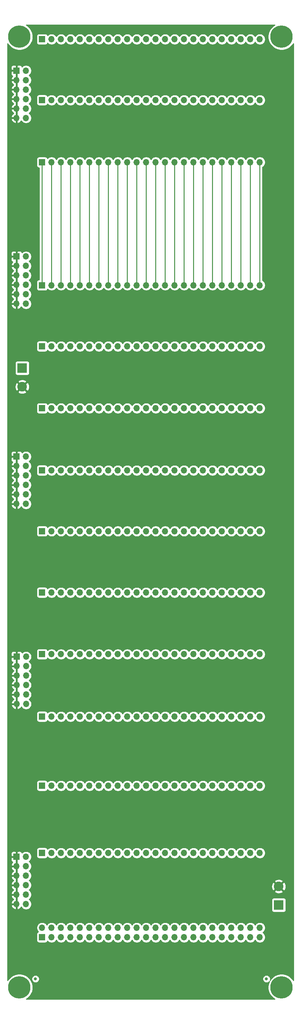
<source format=gbr>
%TF.GenerationSoftware,KiCad,Pcbnew,(5.1.10-1-10_14)*%
%TF.CreationDate,2021-10-20T12:30:06-04:00*%
%TF.ProjectId,16-bit-bus-prototype,31362d62-6974-42d6-9275-732d70726f74,rev?*%
%TF.SameCoordinates,Original*%
%TF.FileFunction,Copper,L2,Bot*%
%TF.FilePolarity,Positive*%
%FSLAX46Y46*%
G04 Gerber Fmt 4.6, Leading zero omitted, Abs format (unit mm)*
G04 Created by KiCad (PCBNEW (5.1.10-1-10_14)) date 2021-10-20 12:30:06*
%MOMM*%
%LPD*%
G01*
G04 APERTURE LIST*
%TA.AperFunction,ComponentPad*%
%ADD10O,1.700000X1.700000*%
%TD*%
%TA.AperFunction,ComponentPad*%
%ADD11R,1.700000X1.700000*%
%TD*%
%TA.AperFunction,ComponentPad*%
%ADD12C,6.000000*%
%TD*%
%TA.AperFunction,ComponentPad*%
%ADD13C,0.800000*%
%TD*%
%TA.AperFunction,ComponentPad*%
%ADD14C,2.600000*%
%TD*%
%TA.AperFunction,ComponentPad*%
%ADD15R,2.600000X2.600000*%
%TD*%
%TA.AperFunction,ViaPad*%
%ADD16C,0.800000*%
%TD*%
%TA.AperFunction,Conductor*%
%ADD17C,0.250000*%
%TD*%
%TA.AperFunction,Conductor*%
%ADD18C,0.254000*%
%TD*%
%TA.AperFunction,Conductor*%
%ADD19C,0.100000*%
%TD*%
G04 APERTURE END LIST*
D10*
%TO.P,J15,24*%
%TO.N,B0*%
X129540000Y-56134000D03*
%TO.P,J15,23*%
%TO.N,B1*%
X127000000Y-56134000D03*
%TO.P,J15,22*%
%TO.N,B2*%
X124460000Y-56134000D03*
%TO.P,J15,21*%
%TO.N,B3*%
X121920000Y-56134000D03*
%TO.P,J15,20*%
%TO.N,B4*%
X119380000Y-56134000D03*
%TO.P,J15,19*%
%TO.N,B5*%
X116840000Y-56134000D03*
%TO.P,J15,18*%
%TO.N,B6*%
X114300000Y-56134000D03*
%TO.P,J15,17*%
%TO.N,B7*%
X111760000Y-56134000D03*
%TO.P,J15,16*%
%TO.N,A0*%
X109220000Y-56134000D03*
%TO.P,J15,15*%
%TO.N,A1*%
X106680000Y-56134000D03*
%TO.P,J15,14*%
%TO.N,A2*%
X104140000Y-56134000D03*
%TO.P,J15,13*%
%TO.N,A3*%
X101600000Y-56134000D03*
%TO.P,J15,12*%
%TO.N,A4*%
X99060000Y-56134000D03*
%TO.P,J15,11*%
%TO.N,A5*%
X96520000Y-56134000D03*
%TO.P,J15,10*%
%TO.N,A6*%
X93980000Y-56134000D03*
%TO.P,J15,9*%
%TO.N,A7*%
X91440000Y-56134000D03*
%TO.P,J15,8*%
%TO.N,A8*%
X88900000Y-56134000D03*
%TO.P,J15,7*%
%TO.N,A9*%
X86360000Y-56134000D03*
%TO.P,J15,6*%
%TO.N,A10*%
X83820000Y-56134000D03*
%TO.P,J15,5*%
%TO.N,A11*%
X81280000Y-56134000D03*
%TO.P,J15,4*%
%TO.N,A12*%
X78740000Y-56134000D03*
%TO.P,J15,3*%
%TO.N,A13*%
X76200000Y-56134000D03*
%TO.P,J15,2*%
%TO.N,A14*%
X73660000Y-56134000D03*
D11*
%TO.P,J15,1*%
%TO.N,A15*%
X71120000Y-56134000D03*
%TD*%
D10*
%TO.P,J13,24*%
%TO.N,B0*%
X129540000Y-122174000D03*
%TO.P,J13,23*%
%TO.N,B1*%
X127000000Y-122174000D03*
%TO.P,J13,22*%
%TO.N,B2*%
X124460000Y-122174000D03*
%TO.P,J13,21*%
%TO.N,B3*%
X121920000Y-122174000D03*
%TO.P,J13,20*%
%TO.N,B4*%
X119380000Y-122174000D03*
%TO.P,J13,19*%
%TO.N,B5*%
X116840000Y-122174000D03*
%TO.P,J13,18*%
%TO.N,B6*%
X114300000Y-122174000D03*
%TO.P,J13,17*%
%TO.N,B7*%
X111760000Y-122174000D03*
%TO.P,J13,16*%
%TO.N,A0*%
X109220000Y-122174000D03*
%TO.P,J13,15*%
%TO.N,A1*%
X106680000Y-122174000D03*
%TO.P,J13,14*%
%TO.N,A2*%
X104140000Y-122174000D03*
%TO.P,J13,13*%
%TO.N,A3*%
X101600000Y-122174000D03*
%TO.P,J13,12*%
%TO.N,A4*%
X99060000Y-122174000D03*
%TO.P,J13,11*%
%TO.N,A5*%
X96520000Y-122174000D03*
%TO.P,J13,10*%
%TO.N,A6*%
X93980000Y-122174000D03*
%TO.P,J13,9*%
%TO.N,A7*%
X91440000Y-122174000D03*
%TO.P,J13,8*%
%TO.N,A8*%
X88900000Y-122174000D03*
%TO.P,J13,7*%
%TO.N,A9*%
X86360000Y-122174000D03*
%TO.P,J13,6*%
%TO.N,A10*%
X83820000Y-122174000D03*
%TO.P,J13,5*%
%TO.N,A11*%
X81280000Y-122174000D03*
%TO.P,J13,4*%
%TO.N,A12*%
X78740000Y-122174000D03*
%TO.P,J13,3*%
%TO.N,A13*%
X76200000Y-122174000D03*
%TO.P,J13,2*%
%TO.N,A14*%
X73660000Y-122174000D03*
D11*
%TO.P,J13,1*%
%TO.N,A15*%
X71120000Y-122174000D03*
%TD*%
D10*
%TO.P,J11,24*%
%TO.N,B0*%
X129540000Y-221488000D03*
%TO.P,J11,23*%
%TO.N,B1*%
X127000000Y-221488000D03*
%TO.P,J11,22*%
%TO.N,B2*%
X124460000Y-221488000D03*
%TO.P,J11,21*%
%TO.N,B3*%
X121920000Y-221488000D03*
%TO.P,J11,20*%
%TO.N,B4*%
X119380000Y-221488000D03*
%TO.P,J11,19*%
%TO.N,B5*%
X116840000Y-221488000D03*
%TO.P,J11,18*%
%TO.N,B6*%
X114300000Y-221488000D03*
%TO.P,J11,17*%
%TO.N,B7*%
X111760000Y-221488000D03*
%TO.P,J11,16*%
%TO.N,A0*%
X109220000Y-221488000D03*
%TO.P,J11,15*%
%TO.N,A1*%
X106680000Y-221488000D03*
%TO.P,J11,14*%
%TO.N,A2*%
X104140000Y-221488000D03*
%TO.P,J11,13*%
%TO.N,A3*%
X101600000Y-221488000D03*
%TO.P,J11,12*%
%TO.N,A4*%
X99060000Y-221488000D03*
%TO.P,J11,11*%
%TO.N,A5*%
X96520000Y-221488000D03*
%TO.P,J11,10*%
%TO.N,A6*%
X93980000Y-221488000D03*
%TO.P,J11,9*%
%TO.N,A7*%
X91440000Y-221488000D03*
%TO.P,J11,8*%
%TO.N,A8*%
X88900000Y-221488000D03*
%TO.P,J11,7*%
%TO.N,A9*%
X86360000Y-221488000D03*
%TO.P,J11,6*%
%TO.N,A10*%
X83820000Y-221488000D03*
%TO.P,J11,5*%
%TO.N,A11*%
X81280000Y-221488000D03*
%TO.P,J11,4*%
%TO.N,A12*%
X78740000Y-221488000D03*
%TO.P,J11,3*%
%TO.N,A13*%
X76200000Y-221488000D03*
%TO.P,J11,2*%
%TO.N,A14*%
X73660000Y-221488000D03*
D11*
%TO.P,J11,1*%
%TO.N,A15*%
X71120000Y-221488000D03*
%TD*%
D10*
%TO.P,J3,24*%
%TO.N,B0*%
X129540000Y-258064000D03*
%TO.P,J3,23*%
%TO.N,B1*%
X127000000Y-258064000D03*
%TO.P,J3,22*%
%TO.N,B2*%
X124460000Y-258064000D03*
%TO.P,J3,21*%
%TO.N,B3*%
X121920000Y-258064000D03*
%TO.P,J3,20*%
%TO.N,B4*%
X119380000Y-258064000D03*
%TO.P,J3,19*%
%TO.N,B5*%
X116840000Y-258064000D03*
%TO.P,J3,18*%
%TO.N,B6*%
X114300000Y-258064000D03*
%TO.P,J3,17*%
%TO.N,B7*%
X111760000Y-258064000D03*
%TO.P,J3,16*%
%TO.N,A0*%
X109220000Y-258064000D03*
%TO.P,J3,15*%
%TO.N,A1*%
X106680000Y-258064000D03*
%TO.P,J3,14*%
%TO.N,A2*%
X104140000Y-258064000D03*
%TO.P,J3,13*%
%TO.N,A3*%
X101600000Y-258064000D03*
%TO.P,J3,12*%
%TO.N,A4*%
X99060000Y-258064000D03*
%TO.P,J3,11*%
%TO.N,A5*%
X96520000Y-258064000D03*
%TO.P,J3,10*%
%TO.N,A6*%
X93980000Y-258064000D03*
%TO.P,J3,9*%
%TO.N,A7*%
X91440000Y-258064000D03*
%TO.P,J3,8*%
%TO.N,A8*%
X88900000Y-258064000D03*
%TO.P,J3,7*%
%TO.N,A9*%
X86360000Y-258064000D03*
%TO.P,J3,6*%
%TO.N,A10*%
X83820000Y-258064000D03*
%TO.P,J3,5*%
%TO.N,A11*%
X81280000Y-258064000D03*
%TO.P,J3,4*%
%TO.N,A12*%
X78740000Y-258064000D03*
%TO.P,J3,3*%
%TO.N,A13*%
X76200000Y-258064000D03*
%TO.P,J3,2*%
%TO.N,A14*%
X73660000Y-258064000D03*
D11*
%TO.P,J3,1*%
%TO.N,A15*%
X71120000Y-258064000D03*
%TD*%
D10*
%TO.P,J2,24*%
%TO.N,B0*%
X129540000Y-188214000D03*
%TO.P,J2,23*%
%TO.N,B1*%
X127000000Y-188214000D03*
%TO.P,J2,22*%
%TO.N,B2*%
X124460000Y-188214000D03*
%TO.P,J2,21*%
%TO.N,B3*%
X121920000Y-188214000D03*
%TO.P,J2,20*%
%TO.N,B4*%
X119380000Y-188214000D03*
%TO.P,J2,19*%
%TO.N,B5*%
X116840000Y-188214000D03*
%TO.P,J2,18*%
%TO.N,B6*%
X114300000Y-188214000D03*
%TO.P,J2,17*%
%TO.N,B7*%
X111760000Y-188214000D03*
%TO.P,J2,16*%
%TO.N,A0*%
X109220000Y-188214000D03*
%TO.P,J2,15*%
%TO.N,A1*%
X106680000Y-188214000D03*
%TO.P,J2,14*%
%TO.N,A2*%
X104140000Y-188214000D03*
%TO.P,J2,13*%
%TO.N,A3*%
X101600000Y-188214000D03*
%TO.P,J2,12*%
%TO.N,A4*%
X99060000Y-188214000D03*
%TO.P,J2,11*%
%TO.N,A5*%
X96520000Y-188214000D03*
%TO.P,J2,10*%
%TO.N,A6*%
X93980000Y-188214000D03*
%TO.P,J2,9*%
%TO.N,A7*%
X91440000Y-188214000D03*
%TO.P,J2,8*%
%TO.N,A8*%
X88900000Y-188214000D03*
%TO.P,J2,7*%
%TO.N,A9*%
X86360000Y-188214000D03*
%TO.P,J2,6*%
%TO.N,A10*%
X83820000Y-188214000D03*
%TO.P,J2,5*%
%TO.N,A11*%
X81280000Y-188214000D03*
%TO.P,J2,4*%
%TO.N,A12*%
X78740000Y-188214000D03*
%TO.P,J2,3*%
%TO.N,A13*%
X76200000Y-188214000D03*
%TO.P,J2,2*%
%TO.N,A14*%
X73660000Y-188214000D03*
D11*
%TO.P,J2,1*%
%TO.N,A15*%
X71120000Y-188214000D03*
%TD*%
D10*
%TO.P,J1,24*%
%TO.N,B0*%
X129540000Y-155448000D03*
%TO.P,J1,23*%
%TO.N,B1*%
X127000000Y-155448000D03*
%TO.P,J1,22*%
%TO.N,B2*%
X124460000Y-155448000D03*
%TO.P,J1,21*%
%TO.N,B3*%
X121920000Y-155448000D03*
%TO.P,J1,20*%
%TO.N,B4*%
X119380000Y-155448000D03*
%TO.P,J1,19*%
%TO.N,B5*%
X116840000Y-155448000D03*
%TO.P,J1,18*%
%TO.N,B6*%
X114300000Y-155448000D03*
%TO.P,J1,17*%
%TO.N,B7*%
X111760000Y-155448000D03*
%TO.P,J1,16*%
%TO.N,A0*%
X109220000Y-155448000D03*
%TO.P,J1,15*%
%TO.N,A1*%
X106680000Y-155448000D03*
%TO.P,J1,14*%
%TO.N,A2*%
X104140000Y-155448000D03*
%TO.P,J1,13*%
%TO.N,A3*%
X101600000Y-155448000D03*
%TO.P,J1,12*%
%TO.N,A4*%
X99060000Y-155448000D03*
%TO.P,J1,11*%
%TO.N,A5*%
X96520000Y-155448000D03*
%TO.P,J1,10*%
%TO.N,A6*%
X93980000Y-155448000D03*
%TO.P,J1,9*%
%TO.N,A7*%
X91440000Y-155448000D03*
%TO.P,J1,8*%
%TO.N,A8*%
X88900000Y-155448000D03*
%TO.P,J1,7*%
%TO.N,A9*%
X86360000Y-155448000D03*
%TO.P,J1,6*%
%TO.N,A10*%
X83820000Y-155448000D03*
%TO.P,J1,5*%
%TO.N,A11*%
X81280000Y-155448000D03*
%TO.P,J1,4*%
%TO.N,A12*%
X78740000Y-155448000D03*
%TO.P,J1,3*%
%TO.N,A13*%
X76200000Y-155448000D03*
%TO.P,J1,2*%
%TO.N,A14*%
X73660000Y-155448000D03*
D11*
%TO.P,J1,1*%
%TO.N,A15*%
X71120000Y-155448000D03*
%TD*%
D12*
%TO.P,REF\u002A\u002A,1*%
%TO.N,N/C*%
X135382000Y-39116000D03*
D13*
X135382000Y-36866000D03*
X136972990Y-37525010D03*
X137632000Y-39116000D03*
X136972990Y-40706990D03*
X135382000Y-41366000D03*
X133791010Y-40706990D03*
X133132000Y-39116000D03*
X133791010Y-37525010D03*
%TD*%
%TO.P,REF\u002A\u002A,1*%
%TO.N,N/C*%
X63433010Y-37525010D03*
X62774000Y-39116000D03*
X63433010Y-40706990D03*
X65024000Y-41366000D03*
X66614990Y-40706990D03*
X67274000Y-39116000D03*
X66614990Y-37525010D03*
X65024000Y-36866000D03*
D12*
X65024000Y-39116000D03*
%TD*%
D14*
%TO.P,J25,2*%
%TO.N,VCC*%
X65786000Y-133016000D03*
D15*
%TO.P,J25,1*%
%TO.N,GND*%
X65786000Y-128016000D03*
%TD*%
D14*
%TO.P,J24,2*%
%TO.N,VCC*%
X134620000Y-267034000D03*
D15*
%TO.P,J24,1*%
%TO.N,GND*%
X134620000Y-272034000D03*
%TD*%
D11*
%TO.P,J14,1*%
%TO.N,VCC*%
X64262000Y-259080000D03*
D10*
%TO.P,J14,2*%
%TO.N,GND*%
X66802000Y-259080000D03*
%TO.P,J14,3*%
%TO.N,VCC*%
X64262000Y-261620000D03*
%TO.P,J14,4*%
%TO.N,GND*%
X66802000Y-261620000D03*
%TO.P,J14,5*%
%TO.N,VCC*%
X64262000Y-264160000D03*
%TO.P,J14,6*%
%TO.N,GND*%
X66802000Y-264160000D03*
%TO.P,J14,7*%
%TO.N,VCC*%
X64262000Y-266700000D03*
%TO.P,J14,8*%
%TO.N,GND*%
X66802000Y-266700000D03*
%TO.P,J14,9*%
%TO.N,VCC*%
X64262000Y-269240000D03*
%TO.P,J14,10*%
%TO.N,GND*%
X66802000Y-269240000D03*
%TO.P,J14,11*%
%TO.N,VCC*%
X64262000Y-271780000D03*
%TO.P,J14,12*%
%TO.N,GND*%
X66802000Y-271780000D03*
%TD*%
%TO.P,J22,12*%
%TO.N,GND*%
X66822000Y-218113426D03*
%TO.P,J22,11*%
%TO.N,VCC*%
X64282000Y-218113426D03*
%TO.P,J22,10*%
%TO.N,GND*%
X66822000Y-215573426D03*
%TO.P,J22,9*%
%TO.N,VCC*%
X64282000Y-215573426D03*
%TO.P,J22,8*%
%TO.N,GND*%
X66822000Y-213033426D03*
%TO.P,J22,7*%
%TO.N,VCC*%
X64282000Y-213033426D03*
%TO.P,J22,6*%
%TO.N,GND*%
X66822000Y-210493426D03*
%TO.P,J22,5*%
%TO.N,VCC*%
X64282000Y-210493426D03*
%TO.P,J22,4*%
%TO.N,GND*%
X66822000Y-207953426D03*
%TO.P,J22,3*%
%TO.N,VCC*%
X64282000Y-207953426D03*
%TO.P,J22,2*%
%TO.N,GND*%
X66822000Y-205413426D03*
D11*
%TO.P,J22,1*%
%TO.N,VCC*%
X64282000Y-205413426D03*
%TD*%
D10*
%TO.P,J21,12*%
%TO.N,GND*%
X66802000Y-164446855D03*
%TO.P,J21,11*%
%TO.N,VCC*%
X64262000Y-164446855D03*
%TO.P,J21,10*%
%TO.N,GND*%
X66802000Y-161906855D03*
%TO.P,J21,9*%
%TO.N,VCC*%
X64262000Y-161906855D03*
%TO.P,J21,8*%
%TO.N,GND*%
X66802000Y-159366855D03*
%TO.P,J21,7*%
%TO.N,VCC*%
X64262000Y-159366855D03*
%TO.P,J21,6*%
%TO.N,GND*%
X66802000Y-156826855D03*
%TO.P,J21,5*%
%TO.N,VCC*%
X64262000Y-156826855D03*
%TO.P,J21,4*%
%TO.N,GND*%
X66802000Y-154286855D03*
%TO.P,J21,3*%
%TO.N,VCC*%
X64262000Y-154286855D03*
%TO.P,J21,2*%
%TO.N,GND*%
X66802000Y-151746855D03*
D11*
%TO.P,J21,1*%
%TO.N,VCC*%
X64262000Y-151746855D03*
%TD*%
D10*
%TO.P,J20,12*%
%TO.N,GND*%
X66802000Y-110780284D03*
%TO.P,J20,11*%
%TO.N,VCC*%
X64262000Y-110780284D03*
%TO.P,J20,10*%
%TO.N,GND*%
X66802000Y-108240284D03*
%TO.P,J20,9*%
%TO.N,VCC*%
X64262000Y-108240284D03*
%TO.P,J20,8*%
%TO.N,GND*%
X66802000Y-105700284D03*
%TO.P,J20,7*%
%TO.N,VCC*%
X64262000Y-105700284D03*
%TO.P,J20,6*%
%TO.N,GND*%
X66802000Y-103160284D03*
%TO.P,J20,5*%
%TO.N,VCC*%
X64262000Y-103160284D03*
%TO.P,J20,4*%
%TO.N,GND*%
X66802000Y-100620284D03*
%TO.P,J20,3*%
%TO.N,VCC*%
X64262000Y-100620284D03*
%TO.P,J20,2*%
%TO.N,GND*%
X66802000Y-98080284D03*
D11*
%TO.P,J20,1*%
%TO.N,VCC*%
X64262000Y-98080284D03*
%TD*%
D10*
%TO.P,J16,12*%
%TO.N,GND*%
X66802000Y-60923713D03*
%TO.P,J16,11*%
%TO.N,VCC*%
X64262000Y-60923713D03*
%TO.P,J16,10*%
%TO.N,GND*%
X66802000Y-58383713D03*
%TO.P,J16,9*%
%TO.N,VCC*%
X64262000Y-58383713D03*
%TO.P,J16,8*%
%TO.N,GND*%
X66802000Y-55843713D03*
%TO.P,J16,7*%
%TO.N,VCC*%
X64262000Y-55843713D03*
%TO.P,J16,6*%
%TO.N,GND*%
X66802000Y-53303713D03*
%TO.P,J16,5*%
%TO.N,VCC*%
X64262000Y-53303713D03*
%TO.P,J16,4*%
%TO.N,GND*%
X66802000Y-50763713D03*
%TO.P,J16,3*%
%TO.N,VCC*%
X64262000Y-50763713D03*
%TO.P,J16,2*%
%TO.N,GND*%
X66802000Y-48223713D03*
D11*
%TO.P,J16,1*%
%TO.N,VCC*%
X64262000Y-48223713D03*
%TD*%
D12*
%TO.P,REF\u002A\u002A,1*%
%TO.N,N/C*%
X65024000Y-294132000D03*
D13*
X65024000Y-291882000D03*
X66614990Y-292541010D03*
X67274000Y-294132000D03*
X66614990Y-295722990D03*
X65024000Y-296382000D03*
X63433010Y-295722990D03*
X62774000Y-294132000D03*
X63433010Y-292541010D03*
%TD*%
D10*
%TO.P,J10,24*%
%TO.N,B0*%
X129540000Y-39816000D03*
%TO.P,J10,23*%
%TO.N,B1*%
X127000000Y-39816000D03*
%TO.P,J10,22*%
%TO.N,B2*%
X124460000Y-39816000D03*
%TO.P,J10,21*%
%TO.N,B3*%
X121920000Y-39816000D03*
%TO.P,J10,20*%
%TO.N,B4*%
X119380000Y-39816000D03*
%TO.P,J10,19*%
%TO.N,B5*%
X116840000Y-39816000D03*
%TO.P,J10,18*%
%TO.N,B6*%
X114300000Y-39816000D03*
%TO.P,J10,17*%
%TO.N,B7*%
X111760000Y-39816000D03*
%TO.P,J10,16*%
%TO.N,A0*%
X109220000Y-39816000D03*
%TO.P,J10,15*%
%TO.N,A1*%
X106680000Y-39816000D03*
%TO.P,J10,14*%
%TO.N,A2*%
X104140000Y-39816000D03*
%TO.P,J10,13*%
%TO.N,A3*%
X101600000Y-39816000D03*
%TO.P,J10,12*%
%TO.N,A4*%
X99060000Y-39816000D03*
%TO.P,J10,11*%
%TO.N,A5*%
X96520000Y-39816000D03*
%TO.P,J10,10*%
%TO.N,A6*%
X93980000Y-39816000D03*
%TO.P,J10,9*%
%TO.N,A7*%
X91440000Y-39816000D03*
%TO.P,J10,8*%
%TO.N,A8*%
X88900000Y-39816000D03*
%TO.P,J10,7*%
%TO.N,A9*%
X86360000Y-39816000D03*
%TO.P,J10,6*%
%TO.N,A10*%
X83820000Y-39816000D03*
%TO.P,J10,5*%
%TO.N,A11*%
X81280000Y-39816000D03*
%TO.P,J10,4*%
%TO.N,A12*%
X78740000Y-39816000D03*
%TO.P,J10,3*%
%TO.N,A13*%
X76200000Y-39816000D03*
%TO.P,J10,2*%
%TO.N,A14*%
X73660000Y-39816000D03*
D11*
%TO.P,J10,1*%
%TO.N,A15*%
X71120000Y-39816000D03*
%TD*%
D10*
%TO.P,J9,24*%
%TO.N,B0*%
X129540000Y-72804000D03*
%TO.P,J9,23*%
%TO.N,B1*%
X127000000Y-72804000D03*
%TO.P,J9,22*%
%TO.N,B2*%
X124460000Y-72804000D03*
%TO.P,J9,21*%
%TO.N,B3*%
X121920000Y-72804000D03*
%TO.P,J9,20*%
%TO.N,B4*%
X119380000Y-72804000D03*
%TO.P,J9,19*%
%TO.N,B5*%
X116840000Y-72804000D03*
%TO.P,J9,18*%
%TO.N,B6*%
X114300000Y-72804000D03*
%TO.P,J9,17*%
%TO.N,B7*%
X111760000Y-72804000D03*
%TO.P,J9,16*%
%TO.N,A0*%
X109220000Y-72804000D03*
%TO.P,J9,15*%
%TO.N,A1*%
X106680000Y-72804000D03*
%TO.P,J9,14*%
%TO.N,A2*%
X104140000Y-72804000D03*
%TO.P,J9,13*%
%TO.N,A3*%
X101600000Y-72804000D03*
%TO.P,J9,12*%
%TO.N,A4*%
X99060000Y-72804000D03*
%TO.P,J9,11*%
%TO.N,A5*%
X96520000Y-72804000D03*
%TO.P,J9,10*%
%TO.N,A6*%
X93980000Y-72804000D03*
%TO.P,J9,9*%
%TO.N,A7*%
X91440000Y-72804000D03*
%TO.P,J9,8*%
%TO.N,A8*%
X88900000Y-72804000D03*
%TO.P,J9,7*%
%TO.N,A9*%
X86360000Y-72804000D03*
%TO.P,J9,6*%
%TO.N,A10*%
X83820000Y-72804000D03*
%TO.P,J9,5*%
%TO.N,A11*%
X81280000Y-72804000D03*
%TO.P,J9,4*%
%TO.N,A12*%
X78740000Y-72804000D03*
%TO.P,J9,3*%
%TO.N,A13*%
X76200000Y-72804000D03*
%TO.P,J9,2*%
%TO.N,A14*%
X73660000Y-72804000D03*
D11*
%TO.P,J9,1*%
%TO.N,A15*%
X71120000Y-72804000D03*
%TD*%
D10*
%TO.P,J8,24*%
%TO.N,B0*%
X129540000Y-105792000D03*
%TO.P,J8,23*%
%TO.N,B1*%
X127000000Y-105792000D03*
%TO.P,J8,22*%
%TO.N,B2*%
X124460000Y-105792000D03*
%TO.P,J8,21*%
%TO.N,B3*%
X121920000Y-105792000D03*
%TO.P,J8,20*%
%TO.N,B4*%
X119380000Y-105792000D03*
%TO.P,J8,19*%
%TO.N,B5*%
X116840000Y-105792000D03*
%TO.P,J8,18*%
%TO.N,B6*%
X114300000Y-105792000D03*
%TO.P,J8,17*%
%TO.N,B7*%
X111760000Y-105792000D03*
%TO.P,J8,16*%
%TO.N,A0*%
X109220000Y-105792000D03*
%TO.P,J8,15*%
%TO.N,A1*%
X106680000Y-105792000D03*
%TO.P,J8,14*%
%TO.N,A2*%
X104140000Y-105792000D03*
%TO.P,J8,13*%
%TO.N,A3*%
X101600000Y-105792000D03*
%TO.P,J8,12*%
%TO.N,A4*%
X99060000Y-105792000D03*
%TO.P,J8,11*%
%TO.N,A5*%
X96520000Y-105792000D03*
%TO.P,J8,10*%
%TO.N,A6*%
X93980000Y-105792000D03*
%TO.P,J8,9*%
%TO.N,A7*%
X91440000Y-105792000D03*
%TO.P,J8,8*%
%TO.N,A8*%
X88900000Y-105792000D03*
%TO.P,J8,7*%
%TO.N,A9*%
X86360000Y-105792000D03*
%TO.P,J8,6*%
%TO.N,A10*%
X83820000Y-105792000D03*
%TO.P,J8,5*%
%TO.N,A11*%
X81280000Y-105792000D03*
%TO.P,J8,4*%
%TO.N,A12*%
X78740000Y-105792000D03*
%TO.P,J8,3*%
%TO.N,A13*%
X76200000Y-105792000D03*
%TO.P,J8,2*%
%TO.N,A14*%
X73660000Y-105792000D03*
D11*
%TO.P,J8,1*%
%TO.N,A15*%
X71120000Y-105792000D03*
%TD*%
D10*
%TO.P,J7,24*%
%TO.N,B0*%
X129540000Y-138780000D03*
%TO.P,J7,23*%
%TO.N,B1*%
X127000000Y-138780000D03*
%TO.P,J7,22*%
%TO.N,B2*%
X124460000Y-138780000D03*
%TO.P,J7,21*%
%TO.N,B3*%
X121920000Y-138780000D03*
%TO.P,J7,20*%
%TO.N,B4*%
X119380000Y-138780000D03*
%TO.P,J7,19*%
%TO.N,B5*%
X116840000Y-138780000D03*
%TO.P,J7,18*%
%TO.N,B6*%
X114300000Y-138780000D03*
%TO.P,J7,17*%
%TO.N,B7*%
X111760000Y-138780000D03*
%TO.P,J7,16*%
%TO.N,A0*%
X109220000Y-138780000D03*
%TO.P,J7,15*%
%TO.N,A1*%
X106680000Y-138780000D03*
%TO.P,J7,14*%
%TO.N,A2*%
X104140000Y-138780000D03*
%TO.P,J7,13*%
%TO.N,A3*%
X101600000Y-138780000D03*
%TO.P,J7,12*%
%TO.N,A4*%
X99060000Y-138780000D03*
%TO.P,J7,11*%
%TO.N,A5*%
X96520000Y-138780000D03*
%TO.P,J7,10*%
%TO.N,A6*%
X93980000Y-138780000D03*
%TO.P,J7,9*%
%TO.N,A7*%
X91440000Y-138780000D03*
%TO.P,J7,8*%
%TO.N,A8*%
X88900000Y-138780000D03*
%TO.P,J7,7*%
%TO.N,A9*%
X86360000Y-138780000D03*
%TO.P,J7,6*%
%TO.N,A10*%
X83820000Y-138780000D03*
%TO.P,J7,5*%
%TO.N,A11*%
X81280000Y-138780000D03*
%TO.P,J7,4*%
%TO.N,A12*%
X78740000Y-138780000D03*
%TO.P,J7,3*%
%TO.N,A13*%
X76200000Y-138780000D03*
%TO.P,J7,2*%
%TO.N,A14*%
X73660000Y-138780000D03*
D11*
%TO.P,J7,1*%
%TO.N,A15*%
X71120000Y-138780000D03*
%TD*%
D10*
%TO.P,J6,24*%
%TO.N,B0*%
X129540000Y-171768000D03*
%TO.P,J6,23*%
%TO.N,B1*%
X127000000Y-171768000D03*
%TO.P,J6,22*%
%TO.N,B2*%
X124460000Y-171768000D03*
%TO.P,J6,21*%
%TO.N,B3*%
X121920000Y-171768000D03*
%TO.P,J6,20*%
%TO.N,B4*%
X119380000Y-171768000D03*
%TO.P,J6,19*%
%TO.N,B5*%
X116840000Y-171768000D03*
%TO.P,J6,18*%
%TO.N,B6*%
X114300000Y-171768000D03*
%TO.P,J6,17*%
%TO.N,B7*%
X111760000Y-171768000D03*
%TO.P,J6,16*%
%TO.N,A0*%
X109220000Y-171768000D03*
%TO.P,J6,15*%
%TO.N,A1*%
X106680000Y-171768000D03*
%TO.P,J6,14*%
%TO.N,A2*%
X104140000Y-171768000D03*
%TO.P,J6,13*%
%TO.N,A3*%
X101600000Y-171768000D03*
%TO.P,J6,12*%
%TO.N,A4*%
X99060000Y-171768000D03*
%TO.P,J6,11*%
%TO.N,A5*%
X96520000Y-171768000D03*
%TO.P,J6,10*%
%TO.N,A6*%
X93980000Y-171768000D03*
%TO.P,J6,9*%
%TO.N,A7*%
X91440000Y-171768000D03*
%TO.P,J6,8*%
%TO.N,A8*%
X88900000Y-171768000D03*
%TO.P,J6,7*%
%TO.N,A9*%
X86360000Y-171768000D03*
%TO.P,J6,6*%
%TO.N,A10*%
X83820000Y-171768000D03*
%TO.P,J6,5*%
%TO.N,A11*%
X81280000Y-171768000D03*
%TO.P,J6,4*%
%TO.N,A12*%
X78740000Y-171768000D03*
%TO.P,J6,3*%
%TO.N,A13*%
X76200000Y-171768000D03*
%TO.P,J6,2*%
%TO.N,A14*%
X73660000Y-171768000D03*
D11*
%TO.P,J6,1*%
%TO.N,A15*%
X71120000Y-171768000D03*
%TD*%
D10*
%TO.P,J5,24*%
%TO.N,B0*%
X129540000Y-204756000D03*
%TO.P,J5,23*%
%TO.N,B1*%
X127000000Y-204756000D03*
%TO.P,J5,22*%
%TO.N,B2*%
X124460000Y-204756000D03*
%TO.P,J5,21*%
%TO.N,B3*%
X121920000Y-204756000D03*
%TO.P,J5,20*%
%TO.N,B4*%
X119380000Y-204756000D03*
%TO.P,J5,19*%
%TO.N,B5*%
X116840000Y-204756000D03*
%TO.P,J5,18*%
%TO.N,B6*%
X114300000Y-204756000D03*
%TO.P,J5,17*%
%TO.N,B7*%
X111760000Y-204756000D03*
%TO.P,J5,16*%
%TO.N,A0*%
X109220000Y-204756000D03*
%TO.P,J5,15*%
%TO.N,A1*%
X106680000Y-204756000D03*
%TO.P,J5,14*%
%TO.N,A2*%
X104140000Y-204756000D03*
%TO.P,J5,13*%
%TO.N,A3*%
X101600000Y-204756000D03*
%TO.P,J5,12*%
%TO.N,A4*%
X99060000Y-204756000D03*
%TO.P,J5,11*%
%TO.N,A5*%
X96520000Y-204756000D03*
%TO.P,J5,10*%
%TO.N,A6*%
X93980000Y-204756000D03*
%TO.P,J5,9*%
%TO.N,A7*%
X91440000Y-204756000D03*
%TO.P,J5,8*%
%TO.N,A8*%
X88900000Y-204756000D03*
%TO.P,J5,7*%
%TO.N,A9*%
X86360000Y-204756000D03*
%TO.P,J5,6*%
%TO.N,A10*%
X83820000Y-204756000D03*
%TO.P,J5,5*%
%TO.N,A11*%
X81280000Y-204756000D03*
%TO.P,J5,4*%
%TO.N,A12*%
X78740000Y-204756000D03*
%TO.P,J5,3*%
%TO.N,A13*%
X76200000Y-204756000D03*
%TO.P,J5,2*%
%TO.N,A14*%
X73660000Y-204756000D03*
D11*
%TO.P,J5,1*%
%TO.N,A15*%
X71120000Y-204756000D03*
%TD*%
D10*
%TO.P,J12,24*%
%TO.N,B0*%
X129540000Y-240030000D03*
%TO.P,J12,23*%
%TO.N,B1*%
X127000000Y-240030000D03*
%TO.P,J12,22*%
%TO.N,B2*%
X124460000Y-240030000D03*
%TO.P,J12,21*%
%TO.N,B3*%
X121920000Y-240030000D03*
%TO.P,J12,20*%
%TO.N,B4*%
X119380000Y-240030000D03*
%TO.P,J12,19*%
%TO.N,B5*%
X116840000Y-240030000D03*
%TO.P,J12,18*%
%TO.N,B6*%
X114300000Y-240030000D03*
%TO.P,J12,17*%
%TO.N,B7*%
X111760000Y-240030000D03*
%TO.P,J12,16*%
%TO.N,A0*%
X109220000Y-240030000D03*
%TO.P,J12,15*%
%TO.N,A1*%
X106680000Y-240030000D03*
%TO.P,J12,14*%
%TO.N,A2*%
X104140000Y-240030000D03*
%TO.P,J12,13*%
%TO.N,A3*%
X101600000Y-240030000D03*
%TO.P,J12,12*%
%TO.N,A4*%
X99060000Y-240030000D03*
%TO.P,J12,11*%
%TO.N,A5*%
X96520000Y-240030000D03*
%TO.P,J12,10*%
%TO.N,A6*%
X93980000Y-240030000D03*
%TO.P,J12,9*%
%TO.N,A7*%
X91440000Y-240030000D03*
%TO.P,J12,8*%
%TO.N,A8*%
X88900000Y-240030000D03*
%TO.P,J12,7*%
%TO.N,A9*%
X86360000Y-240030000D03*
%TO.P,J12,6*%
%TO.N,A10*%
X83820000Y-240030000D03*
%TO.P,J12,5*%
%TO.N,A11*%
X81280000Y-240030000D03*
%TO.P,J12,4*%
%TO.N,A12*%
X78740000Y-240030000D03*
%TO.P,J12,3*%
%TO.N,A13*%
X76200000Y-240030000D03*
%TO.P,J12,2*%
%TO.N,A14*%
X73660000Y-240030000D03*
D11*
%TO.P,J12,1*%
%TO.N,A15*%
X71120000Y-240030000D03*
%TD*%
D10*
%TO.P,J4,48*%
%TO.N,B0*%
X129540000Y-278130000D03*
%TO.P,J4,47*%
X129540000Y-280670000D03*
%TO.P,J4,46*%
%TO.N,B1*%
X127000000Y-278130000D03*
%TO.P,J4,45*%
X127000000Y-280670000D03*
%TO.P,J4,44*%
%TO.N,B2*%
X124460000Y-278130000D03*
%TO.P,J4,43*%
X124460000Y-280670000D03*
%TO.P,J4,42*%
%TO.N,B3*%
X121920000Y-278130000D03*
%TO.P,J4,41*%
X121920000Y-280670000D03*
%TO.P,J4,40*%
%TO.N,B4*%
X119380000Y-278130000D03*
%TO.P,J4,39*%
X119380000Y-280670000D03*
%TO.P,J4,38*%
%TO.N,B5*%
X116840000Y-278130000D03*
%TO.P,J4,37*%
X116840000Y-280670000D03*
%TO.P,J4,36*%
%TO.N,B6*%
X114300000Y-278130000D03*
%TO.P,J4,35*%
X114300000Y-280670000D03*
%TO.P,J4,34*%
%TO.N,B7*%
X111760000Y-278130000D03*
%TO.P,J4,33*%
X111760000Y-280670000D03*
%TO.P,J4,32*%
%TO.N,A0*%
X109220000Y-278130000D03*
%TO.P,J4,31*%
X109220000Y-280670000D03*
%TO.P,J4,30*%
%TO.N,A1*%
X106680000Y-278130000D03*
%TO.P,J4,29*%
X106680000Y-280670000D03*
%TO.P,J4,28*%
%TO.N,A2*%
X104140000Y-278130000D03*
%TO.P,J4,27*%
X104140000Y-280670000D03*
%TO.P,J4,26*%
%TO.N,A3*%
X101600000Y-278130000D03*
%TO.P,J4,25*%
X101600000Y-280670000D03*
%TO.P,J4,24*%
%TO.N,A4*%
X99060000Y-278130000D03*
%TO.P,J4,23*%
X99060000Y-280670000D03*
%TO.P,J4,22*%
%TO.N,A5*%
X96520000Y-278130000D03*
%TO.P,J4,21*%
X96520000Y-280670000D03*
%TO.P,J4,20*%
%TO.N,A6*%
X93980000Y-278130000D03*
%TO.P,J4,19*%
X93980000Y-280670000D03*
%TO.P,J4,18*%
%TO.N,A7*%
X91440000Y-278130000D03*
%TO.P,J4,17*%
X91440000Y-280670000D03*
%TO.P,J4,16*%
%TO.N,A8*%
X88900000Y-278130000D03*
%TO.P,J4,15*%
X88900000Y-280670000D03*
%TO.P,J4,14*%
%TO.N,A9*%
X86360000Y-278130000D03*
%TO.P,J4,13*%
X86360000Y-280670000D03*
%TO.P,J4,12*%
%TO.N,A10*%
X83820000Y-278130000D03*
%TO.P,J4,11*%
X83820000Y-280670000D03*
%TO.P,J4,10*%
%TO.N,A11*%
X81280000Y-278130000D03*
%TO.P,J4,9*%
X81280000Y-280670000D03*
%TO.P,J4,8*%
%TO.N,A12*%
X78740000Y-278130000D03*
%TO.P,J4,7*%
X78740000Y-280670000D03*
%TO.P,J4,6*%
%TO.N,A13*%
X76200000Y-278130000D03*
%TO.P,J4,5*%
X76200000Y-280670000D03*
%TO.P,J4,4*%
%TO.N,A14*%
X73660000Y-278130000D03*
%TO.P,J4,3*%
X73660000Y-280670000D03*
%TO.P,J4,2*%
%TO.N,A15*%
X71120000Y-278130000D03*
D11*
%TO.P,J4,1*%
X71120000Y-280670000D03*
%TD*%
D13*
%TO.P,REF\u002A\u002A,1*%
%TO.N,N/C*%
X133791010Y-292541010D03*
X133132000Y-294132000D03*
X133791010Y-295722990D03*
X135382000Y-296382000D03*
X136972990Y-295722990D03*
X137632000Y-294132000D03*
X136972990Y-292541010D03*
X135382000Y-291882000D03*
D12*
X135382000Y-294132000D03*
%TD*%
D16*
%TO.N,GND*%
X69342000Y-291846000D03*
X131318000Y-291846000D03*
%TD*%
D17*
%TO.N,B7*%
X111760000Y-105792000D02*
X111760000Y-72804000D01*
%TO.N,B6*%
X114300000Y-72804000D02*
X114300000Y-105792000D01*
%TO.N,B5*%
X116840000Y-105792000D02*
X116840000Y-72804000D01*
%TO.N,B4*%
X119380000Y-72804000D02*
X119380000Y-105792000D01*
%TO.N,B3*%
X121920000Y-105792000D02*
X121920000Y-72804000D01*
%TO.N,B2*%
X124460000Y-72804000D02*
X124460000Y-105792000D01*
%TO.N,B1*%
X127000000Y-105792000D02*
X127000000Y-72804000D01*
%TO.N,B0*%
X129540000Y-72804000D02*
X129540000Y-105792000D01*
%TO.N,A15*%
X71120000Y-105792000D02*
X71120000Y-72804000D01*
%TO.N,A14*%
X73660000Y-72804000D02*
X73660000Y-105792000D01*
%TO.N,A13*%
X76200000Y-105792000D02*
X76200000Y-72804000D01*
%TO.N,A12*%
X78740000Y-72804000D02*
X78740000Y-105792000D01*
%TO.N,A11*%
X81280000Y-105792000D02*
X81280000Y-72804000D01*
%TO.N,A10*%
X83820000Y-72804000D02*
X83820000Y-105792000D01*
%TO.N,A9*%
X86360000Y-105792000D02*
X86360000Y-72804000D01*
%TO.N,A8*%
X88900000Y-72804000D02*
X88900000Y-105792000D01*
%TO.N,A7*%
X91440000Y-105792000D02*
X91440000Y-72804000D01*
%TO.N,A6*%
X93980000Y-72804000D02*
X93980000Y-105792000D01*
%TO.N,A5*%
X96520000Y-105792000D02*
X96520000Y-72804000D01*
%TO.N,A4*%
X99060000Y-72804000D02*
X99060000Y-105792000D01*
%TO.N,A3*%
X101600000Y-105792000D02*
X101600000Y-72804000D01*
%TO.N,A2*%
X104140000Y-72804000D02*
X104140000Y-105792000D01*
%TO.N,A1*%
X106680000Y-105792000D02*
X106680000Y-72804000D01*
%TO.N,A0*%
X109220000Y-72804000D02*
X109220000Y-105792000D01*
%TD*%
D18*
%TO.N,VCC*%
X133064823Y-36292511D02*
X132558511Y-36798823D01*
X132160705Y-37394182D01*
X131886691Y-38055710D01*
X131747000Y-38757984D01*
X131747000Y-39474016D01*
X131886691Y-40176290D01*
X132160705Y-40837818D01*
X132558511Y-41433177D01*
X133064823Y-41939489D01*
X133660182Y-42337295D01*
X134321710Y-42611309D01*
X135023984Y-42751000D01*
X135740016Y-42751000D01*
X136442290Y-42611309D01*
X137103818Y-42337295D01*
X137699177Y-41939489D01*
X138205489Y-41433177D01*
X138532001Y-40944517D01*
X138532000Y-292303481D01*
X138205489Y-291814823D01*
X137699177Y-291308511D01*
X137103818Y-290910705D01*
X136442290Y-290636691D01*
X135740016Y-290497000D01*
X135023984Y-290497000D01*
X134321710Y-290636691D01*
X133660182Y-290910705D01*
X133064823Y-291308511D01*
X132558511Y-291814823D01*
X132276151Y-292237406D01*
X132313226Y-292147898D01*
X132353000Y-291947939D01*
X132353000Y-291744061D01*
X132313226Y-291544102D01*
X132235205Y-291355744D01*
X132121937Y-291186226D01*
X131977774Y-291042063D01*
X131808256Y-290928795D01*
X131619898Y-290850774D01*
X131419939Y-290811000D01*
X131216061Y-290811000D01*
X131016102Y-290850774D01*
X130827744Y-290928795D01*
X130658226Y-291042063D01*
X130514063Y-291186226D01*
X130400795Y-291355744D01*
X130322774Y-291544102D01*
X130283000Y-291744061D01*
X130283000Y-291947939D01*
X130322774Y-292147898D01*
X130400795Y-292336256D01*
X130514063Y-292505774D01*
X130658226Y-292649937D01*
X130827744Y-292763205D01*
X131016102Y-292841226D01*
X131216061Y-292881000D01*
X131419939Y-292881000D01*
X131619898Y-292841226D01*
X131808256Y-292763205D01*
X131977774Y-292649937D01*
X132120524Y-292507187D01*
X131886691Y-293071710D01*
X131747000Y-293773984D01*
X131747000Y-294490016D01*
X131886691Y-295192290D01*
X132160705Y-295853818D01*
X132558511Y-296449177D01*
X133064823Y-296955489D01*
X133553481Y-297282000D01*
X66852519Y-297282000D01*
X67341177Y-296955489D01*
X67847489Y-296449177D01*
X68245295Y-295853818D01*
X68519309Y-295192290D01*
X68659000Y-294490016D01*
X68659000Y-293773984D01*
X68519309Y-293071710D01*
X68245295Y-292410182D01*
X67847489Y-291814823D01*
X67776727Y-291744061D01*
X68307000Y-291744061D01*
X68307000Y-291947939D01*
X68346774Y-292147898D01*
X68424795Y-292336256D01*
X68538063Y-292505774D01*
X68682226Y-292649937D01*
X68851744Y-292763205D01*
X69040102Y-292841226D01*
X69240061Y-292881000D01*
X69443939Y-292881000D01*
X69643898Y-292841226D01*
X69832256Y-292763205D01*
X70001774Y-292649937D01*
X70145937Y-292505774D01*
X70259205Y-292336256D01*
X70337226Y-292147898D01*
X70377000Y-291947939D01*
X70377000Y-291744061D01*
X70337226Y-291544102D01*
X70259205Y-291355744D01*
X70145937Y-291186226D01*
X70001774Y-291042063D01*
X69832256Y-290928795D01*
X69643898Y-290850774D01*
X69443939Y-290811000D01*
X69240061Y-290811000D01*
X69040102Y-290850774D01*
X68851744Y-290928795D01*
X68682226Y-291042063D01*
X68538063Y-291186226D01*
X68424795Y-291355744D01*
X68346774Y-291544102D01*
X68307000Y-291744061D01*
X67776727Y-291744061D01*
X67341177Y-291308511D01*
X66745818Y-290910705D01*
X66084290Y-290636691D01*
X65382016Y-290497000D01*
X64665984Y-290497000D01*
X63963710Y-290636691D01*
X63302182Y-290910705D01*
X62706823Y-291308511D01*
X62200511Y-291814823D01*
X61874000Y-292303481D01*
X61874000Y-279820000D01*
X69631928Y-279820000D01*
X69631928Y-281520000D01*
X69644188Y-281644482D01*
X69680498Y-281764180D01*
X69739463Y-281874494D01*
X69818815Y-281971185D01*
X69915506Y-282050537D01*
X70025820Y-282109502D01*
X70145518Y-282145812D01*
X70270000Y-282158072D01*
X71970000Y-282158072D01*
X72094482Y-282145812D01*
X72214180Y-282109502D01*
X72324494Y-282050537D01*
X72421185Y-281971185D01*
X72500537Y-281874494D01*
X72559502Y-281764180D01*
X72581513Y-281691620D01*
X72713368Y-281823475D01*
X72956589Y-281985990D01*
X73226842Y-282097932D01*
X73513740Y-282155000D01*
X73806260Y-282155000D01*
X74093158Y-282097932D01*
X74363411Y-281985990D01*
X74606632Y-281823475D01*
X74813475Y-281616632D01*
X74930000Y-281442240D01*
X75046525Y-281616632D01*
X75253368Y-281823475D01*
X75496589Y-281985990D01*
X75766842Y-282097932D01*
X76053740Y-282155000D01*
X76346260Y-282155000D01*
X76633158Y-282097932D01*
X76903411Y-281985990D01*
X77146632Y-281823475D01*
X77353475Y-281616632D01*
X77470000Y-281442240D01*
X77586525Y-281616632D01*
X77793368Y-281823475D01*
X78036589Y-281985990D01*
X78306842Y-282097932D01*
X78593740Y-282155000D01*
X78886260Y-282155000D01*
X79173158Y-282097932D01*
X79443411Y-281985990D01*
X79686632Y-281823475D01*
X79893475Y-281616632D01*
X80010000Y-281442240D01*
X80126525Y-281616632D01*
X80333368Y-281823475D01*
X80576589Y-281985990D01*
X80846842Y-282097932D01*
X81133740Y-282155000D01*
X81426260Y-282155000D01*
X81713158Y-282097932D01*
X81983411Y-281985990D01*
X82226632Y-281823475D01*
X82433475Y-281616632D01*
X82550000Y-281442240D01*
X82666525Y-281616632D01*
X82873368Y-281823475D01*
X83116589Y-281985990D01*
X83386842Y-282097932D01*
X83673740Y-282155000D01*
X83966260Y-282155000D01*
X84253158Y-282097932D01*
X84523411Y-281985990D01*
X84766632Y-281823475D01*
X84973475Y-281616632D01*
X85090000Y-281442240D01*
X85206525Y-281616632D01*
X85413368Y-281823475D01*
X85656589Y-281985990D01*
X85926842Y-282097932D01*
X86213740Y-282155000D01*
X86506260Y-282155000D01*
X86793158Y-282097932D01*
X87063411Y-281985990D01*
X87306632Y-281823475D01*
X87513475Y-281616632D01*
X87630000Y-281442240D01*
X87746525Y-281616632D01*
X87953368Y-281823475D01*
X88196589Y-281985990D01*
X88466842Y-282097932D01*
X88753740Y-282155000D01*
X89046260Y-282155000D01*
X89333158Y-282097932D01*
X89603411Y-281985990D01*
X89846632Y-281823475D01*
X90053475Y-281616632D01*
X90170000Y-281442240D01*
X90286525Y-281616632D01*
X90493368Y-281823475D01*
X90736589Y-281985990D01*
X91006842Y-282097932D01*
X91293740Y-282155000D01*
X91586260Y-282155000D01*
X91873158Y-282097932D01*
X92143411Y-281985990D01*
X92386632Y-281823475D01*
X92593475Y-281616632D01*
X92710000Y-281442240D01*
X92826525Y-281616632D01*
X93033368Y-281823475D01*
X93276589Y-281985990D01*
X93546842Y-282097932D01*
X93833740Y-282155000D01*
X94126260Y-282155000D01*
X94413158Y-282097932D01*
X94683411Y-281985990D01*
X94926632Y-281823475D01*
X95133475Y-281616632D01*
X95250000Y-281442240D01*
X95366525Y-281616632D01*
X95573368Y-281823475D01*
X95816589Y-281985990D01*
X96086842Y-282097932D01*
X96373740Y-282155000D01*
X96666260Y-282155000D01*
X96953158Y-282097932D01*
X97223411Y-281985990D01*
X97466632Y-281823475D01*
X97673475Y-281616632D01*
X97790000Y-281442240D01*
X97906525Y-281616632D01*
X98113368Y-281823475D01*
X98356589Y-281985990D01*
X98626842Y-282097932D01*
X98913740Y-282155000D01*
X99206260Y-282155000D01*
X99493158Y-282097932D01*
X99763411Y-281985990D01*
X100006632Y-281823475D01*
X100213475Y-281616632D01*
X100330000Y-281442240D01*
X100446525Y-281616632D01*
X100653368Y-281823475D01*
X100896589Y-281985990D01*
X101166842Y-282097932D01*
X101453740Y-282155000D01*
X101746260Y-282155000D01*
X102033158Y-282097932D01*
X102303411Y-281985990D01*
X102546632Y-281823475D01*
X102753475Y-281616632D01*
X102870000Y-281442240D01*
X102986525Y-281616632D01*
X103193368Y-281823475D01*
X103436589Y-281985990D01*
X103706842Y-282097932D01*
X103993740Y-282155000D01*
X104286260Y-282155000D01*
X104573158Y-282097932D01*
X104843411Y-281985990D01*
X105086632Y-281823475D01*
X105293475Y-281616632D01*
X105410000Y-281442240D01*
X105526525Y-281616632D01*
X105733368Y-281823475D01*
X105976589Y-281985990D01*
X106246842Y-282097932D01*
X106533740Y-282155000D01*
X106826260Y-282155000D01*
X107113158Y-282097932D01*
X107383411Y-281985990D01*
X107626632Y-281823475D01*
X107833475Y-281616632D01*
X107950000Y-281442240D01*
X108066525Y-281616632D01*
X108273368Y-281823475D01*
X108516589Y-281985990D01*
X108786842Y-282097932D01*
X109073740Y-282155000D01*
X109366260Y-282155000D01*
X109653158Y-282097932D01*
X109923411Y-281985990D01*
X110166632Y-281823475D01*
X110373475Y-281616632D01*
X110490000Y-281442240D01*
X110606525Y-281616632D01*
X110813368Y-281823475D01*
X111056589Y-281985990D01*
X111326842Y-282097932D01*
X111613740Y-282155000D01*
X111906260Y-282155000D01*
X112193158Y-282097932D01*
X112463411Y-281985990D01*
X112706632Y-281823475D01*
X112913475Y-281616632D01*
X113030000Y-281442240D01*
X113146525Y-281616632D01*
X113353368Y-281823475D01*
X113596589Y-281985990D01*
X113866842Y-282097932D01*
X114153740Y-282155000D01*
X114446260Y-282155000D01*
X114733158Y-282097932D01*
X115003411Y-281985990D01*
X115246632Y-281823475D01*
X115453475Y-281616632D01*
X115570000Y-281442240D01*
X115686525Y-281616632D01*
X115893368Y-281823475D01*
X116136589Y-281985990D01*
X116406842Y-282097932D01*
X116693740Y-282155000D01*
X116986260Y-282155000D01*
X117273158Y-282097932D01*
X117543411Y-281985990D01*
X117786632Y-281823475D01*
X117993475Y-281616632D01*
X118110000Y-281442240D01*
X118226525Y-281616632D01*
X118433368Y-281823475D01*
X118676589Y-281985990D01*
X118946842Y-282097932D01*
X119233740Y-282155000D01*
X119526260Y-282155000D01*
X119813158Y-282097932D01*
X120083411Y-281985990D01*
X120326632Y-281823475D01*
X120533475Y-281616632D01*
X120650000Y-281442240D01*
X120766525Y-281616632D01*
X120973368Y-281823475D01*
X121216589Y-281985990D01*
X121486842Y-282097932D01*
X121773740Y-282155000D01*
X122066260Y-282155000D01*
X122353158Y-282097932D01*
X122623411Y-281985990D01*
X122866632Y-281823475D01*
X123073475Y-281616632D01*
X123190000Y-281442240D01*
X123306525Y-281616632D01*
X123513368Y-281823475D01*
X123756589Y-281985990D01*
X124026842Y-282097932D01*
X124313740Y-282155000D01*
X124606260Y-282155000D01*
X124893158Y-282097932D01*
X125163411Y-281985990D01*
X125406632Y-281823475D01*
X125613475Y-281616632D01*
X125730000Y-281442240D01*
X125846525Y-281616632D01*
X126053368Y-281823475D01*
X126296589Y-281985990D01*
X126566842Y-282097932D01*
X126853740Y-282155000D01*
X127146260Y-282155000D01*
X127433158Y-282097932D01*
X127703411Y-281985990D01*
X127946632Y-281823475D01*
X128153475Y-281616632D01*
X128270000Y-281442240D01*
X128386525Y-281616632D01*
X128593368Y-281823475D01*
X128836589Y-281985990D01*
X129106842Y-282097932D01*
X129393740Y-282155000D01*
X129686260Y-282155000D01*
X129973158Y-282097932D01*
X130243411Y-281985990D01*
X130486632Y-281823475D01*
X130693475Y-281616632D01*
X130855990Y-281373411D01*
X130967932Y-281103158D01*
X131025000Y-280816260D01*
X131025000Y-280523740D01*
X130967932Y-280236842D01*
X130855990Y-279966589D01*
X130693475Y-279723368D01*
X130486632Y-279516525D01*
X130312240Y-279400000D01*
X130486632Y-279283475D01*
X130693475Y-279076632D01*
X130855990Y-278833411D01*
X130967932Y-278563158D01*
X131025000Y-278276260D01*
X131025000Y-277983740D01*
X130967932Y-277696842D01*
X130855990Y-277426589D01*
X130693475Y-277183368D01*
X130486632Y-276976525D01*
X130243411Y-276814010D01*
X129973158Y-276702068D01*
X129686260Y-276645000D01*
X129393740Y-276645000D01*
X129106842Y-276702068D01*
X128836589Y-276814010D01*
X128593368Y-276976525D01*
X128386525Y-277183368D01*
X128270000Y-277357760D01*
X128153475Y-277183368D01*
X127946632Y-276976525D01*
X127703411Y-276814010D01*
X127433158Y-276702068D01*
X127146260Y-276645000D01*
X126853740Y-276645000D01*
X126566842Y-276702068D01*
X126296589Y-276814010D01*
X126053368Y-276976525D01*
X125846525Y-277183368D01*
X125730000Y-277357760D01*
X125613475Y-277183368D01*
X125406632Y-276976525D01*
X125163411Y-276814010D01*
X124893158Y-276702068D01*
X124606260Y-276645000D01*
X124313740Y-276645000D01*
X124026842Y-276702068D01*
X123756589Y-276814010D01*
X123513368Y-276976525D01*
X123306525Y-277183368D01*
X123190000Y-277357760D01*
X123073475Y-277183368D01*
X122866632Y-276976525D01*
X122623411Y-276814010D01*
X122353158Y-276702068D01*
X122066260Y-276645000D01*
X121773740Y-276645000D01*
X121486842Y-276702068D01*
X121216589Y-276814010D01*
X120973368Y-276976525D01*
X120766525Y-277183368D01*
X120650000Y-277357760D01*
X120533475Y-277183368D01*
X120326632Y-276976525D01*
X120083411Y-276814010D01*
X119813158Y-276702068D01*
X119526260Y-276645000D01*
X119233740Y-276645000D01*
X118946842Y-276702068D01*
X118676589Y-276814010D01*
X118433368Y-276976525D01*
X118226525Y-277183368D01*
X118110000Y-277357760D01*
X117993475Y-277183368D01*
X117786632Y-276976525D01*
X117543411Y-276814010D01*
X117273158Y-276702068D01*
X116986260Y-276645000D01*
X116693740Y-276645000D01*
X116406842Y-276702068D01*
X116136589Y-276814010D01*
X115893368Y-276976525D01*
X115686525Y-277183368D01*
X115570000Y-277357760D01*
X115453475Y-277183368D01*
X115246632Y-276976525D01*
X115003411Y-276814010D01*
X114733158Y-276702068D01*
X114446260Y-276645000D01*
X114153740Y-276645000D01*
X113866842Y-276702068D01*
X113596589Y-276814010D01*
X113353368Y-276976525D01*
X113146525Y-277183368D01*
X113030000Y-277357760D01*
X112913475Y-277183368D01*
X112706632Y-276976525D01*
X112463411Y-276814010D01*
X112193158Y-276702068D01*
X111906260Y-276645000D01*
X111613740Y-276645000D01*
X111326842Y-276702068D01*
X111056589Y-276814010D01*
X110813368Y-276976525D01*
X110606525Y-277183368D01*
X110490000Y-277357760D01*
X110373475Y-277183368D01*
X110166632Y-276976525D01*
X109923411Y-276814010D01*
X109653158Y-276702068D01*
X109366260Y-276645000D01*
X109073740Y-276645000D01*
X108786842Y-276702068D01*
X108516589Y-276814010D01*
X108273368Y-276976525D01*
X108066525Y-277183368D01*
X107950000Y-277357760D01*
X107833475Y-277183368D01*
X107626632Y-276976525D01*
X107383411Y-276814010D01*
X107113158Y-276702068D01*
X106826260Y-276645000D01*
X106533740Y-276645000D01*
X106246842Y-276702068D01*
X105976589Y-276814010D01*
X105733368Y-276976525D01*
X105526525Y-277183368D01*
X105410000Y-277357760D01*
X105293475Y-277183368D01*
X105086632Y-276976525D01*
X104843411Y-276814010D01*
X104573158Y-276702068D01*
X104286260Y-276645000D01*
X103993740Y-276645000D01*
X103706842Y-276702068D01*
X103436589Y-276814010D01*
X103193368Y-276976525D01*
X102986525Y-277183368D01*
X102870000Y-277357760D01*
X102753475Y-277183368D01*
X102546632Y-276976525D01*
X102303411Y-276814010D01*
X102033158Y-276702068D01*
X101746260Y-276645000D01*
X101453740Y-276645000D01*
X101166842Y-276702068D01*
X100896589Y-276814010D01*
X100653368Y-276976525D01*
X100446525Y-277183368D01*
X100330000Y-277357760D01*
X100213475Y-277183368D01*
X100006632Y-276976525D01*
X99763411Y-276814010D01*
X99493158Y-276702068D01*
X99206260Y-276645000D01*
X98913740Y-276645000D01*
X98626842Y-276702068D01*
X98356589Y-276814010D01*
X98113368Y-276976525D01*
X97906525Y-277183368D01*
X97790000Y-277357760D01*
X97673475Y-277183368D01*
X97466632Y-276976525D01*
X97223411Y-276814010D01*
X96953158Y-276702068D01*
X96666260Y-276645000D01*
X96373740Y-276645000D01*
X96086842Y-276702068D01*
X95816589Y-276814010D01*
X95573368Y-276976525D01*
X95366525Y-277183368D01*
X95250000Y-277357760D01*
X95133475Y-277183368D01*
X94926632Y-276976525D01*
X94683411Y-276814010D01*
X94413158Y-276702068D01*
X94126260Y-276645000D01*
X93833740Y-276645000D01*
X93546842Y-276702068D01*
X93276589Y-276814010D01*
X93033368Y-276976525D01*
X92826525Y-277183368D01*
X92710000Y-277357760D01*
X92593475Y-277183368D01*
X92386632Y-276976525D01*
X92143411Y-276814010D01*
X91873158Y-276702068D01*
X91586260Y-276645000D01*
X91293740Y-276645000D01*
X91006842Y-276702068D01*
X90736589Y-276814010D01*
X90493368Y-276976525D01*
X90286525Y-277183368D01*
X90170000Y-277357760D01*
X90053475Y-277183368D01*
X89846632Y-276976525D01*
X89603411Y-276814010D01*
X89333158Y-276702068D01*
X89046260Y-276645000D01*
X88753740Y-276645000D01*
X88466842Y-276702068D01*
X88196589Y-276814010D01*
X87953368Y-276976525D01*
X87746525Y-277183368D01*
X87630000Y-277357760D01*
X87513475Y-277183368D01*
X87306632Y-276976525D01*
X87063411Y-276814010D01*
X86793158Y-276702068D01*
X86506260Y-276645000D01*
X86213740Y-276645000D01*
X85926842Y-276702068D01*
X85656589Y-276814010D01*
X85413368Y-276976525D01*
X85206525Y-277183368D01*
X85090000Y-277357760D01*
X84973475Y-277183368D01*
X84766632Y-276976525D01*
X84523411Y-276814010D01*
X84253158Y-276702068D01*
X83966260Y-276645000D01*
X83673740Y-276645000D01*
X83386842Y-276702068D01*
X83116589Y-276814010D01*
X82873368Y-276976525D01*
X82666525Y-277183368D01*
X82550000Y-277357760D01*
X82433475Y-277183368D01*
X82226632Y-276976525D01*
X81983411Y-276814010D01*
X81713158Y-276702068D01*
X81426260Y-276645000D01*
X81133740Y-276645000D01*
X80846842Y-276702068D01*
X80576589Y-276814010D01*
X80333368Y-276976525D01*
X80126525Y-277183368D01*
X80010000Y-277357760D01*
X79893475Y-277183368D01*
X79686632Y-276976525D01*
X79443411Y-276814010D01*
X79173158Y-276702068D01*
X78886260Y-276645000D01*
X78593740Y-276645000D01*
X78306842Y-276702068D01*
X78036589Y-276814010D01*
X77793368Y-276976525D01*
X77586525Y-277183368D01*
X77470000Y-277357760D01*
X77353475Y-277183368D01*
X77146632Y-276976525D01*
X76903411Y-276814010D01*
X76633158Y-276702068D01*
X76346260Y-276645000D01*
X76053740Y-276645000D01*
X75766842Y-276702068D01*
X75496589Y-276814010D01*
X75253368Y-276976525D01*
X75046525Y-277183368D01*
X74930000Y-277357760D01*
X74813475Y-277183368D01*
X74606632Y-276976525D01*
X74363411Y-276814010D01*
X74093158Y-276702068D01*
X73806260Y-276645000D01*
X73513740Y-276645000D01*
X73226842Y-276702068D01*
X72956589Y-276814010D01*
X72713368Y-276976525D01*
X72506525Y-277183368D01*
X72390000Y-277357760D01*
X72273475Y-277183368D01*
X72066632Y-276976525D01*
X71823411Y-276814010D01*
X71553158Y-276702068D01*
X71266260Y-276645000D01*
X70973740Y-276645000D01*
X70686842Y-276702068D01*
X70416589Y-276814010D01*
X70173368Y-276976525D01*
X69966525Y-277183368D01*
X69804010Y-277426589D01*
X69692068Y-277696842D01*
X69635000Y-277983740D01*
X69635000Y-278276260D01*
X69692068Y-278563158D01*
X69804010Y-278833411D01*
X69966525Y-279076632D01*
X70098380Y-279208487D01*
X70025820Y-279230498D01*
X69915506Y-279289463D01*
X69818815Y-279368815D01*
X69739463Y-279465506D01*
X69680498Y-279575820D01*
X69644188Y-279695518D01*
X69631928Y-279820000D01*
X61874000Y-279820000D01*
X61874000Y-272136890D01*
X62820524Y-272136890D01*
X62865175Y-272284099D01*
X62990359Y-272546920D01*
X63164412Y-272780269D01*
X63380645Y-272975178D01*
X63630748Y-273124157D01*
X63905109Y-273221481D01*
X64135000Y-273100814D01*
X64135000Y-271907000D01*
X62941845Y-271907000D01*
X62820524Y-272136890D01*
X61874000Y-272136890D01*
X61874000Y-269596890D01*
X62820524Y-269596890D01*
X62865175Y-269744099D01*
X62990359Y-270006920D01*
X63164412Y-270240269D01*
X63380645Y-270435178D01*
X63506255Y-270510000D01*
X63380645Y-270584822D01*
X63164412Y-270779731D01*
X62990359Y-271013080D01*
X62865175Y-271275901D01*
X62820524Y-271423110D01*
X62941845Y-271653000D01*
X64135000Y-271653000D01*
X64135000Y-269367000D01*
X62941845Y-269367000D01*
X62820524Y-269596890D01*
X61874000Y-269596890D01*
X61874000Y-267056890D01*
X62820524Y-267056890D01*
X62865175Y-267204099D01*
X62990359Y-267466920D01*
X63164412Y-267700269D01*
X63380645Y-267895178D01*
X63506255Y-267970000D01*
X63380645Y-268044822D01*
X63164412Y-268239731D01*
X62990359Y-268473080D01*
X62865175Y-268735901D01*
X62820524Y-268883110D01*
X62941845Y-269113000D01*
X64135000Y-269113000D01*
X64135000Y-266827000D01*
X62941845Y-266827000D01*
X62820524Y-267056890D01*
X61874000Y-267056890D01*
X61874000Y-264516890D01*
X62820524Y-264516890D01*
X62865175Y-264664099D01*
X62990359Y-264926920D01*
X63164412Y-265160269D01*
X63380645Y-265355178D01*
X63506255Y-265430000D01*
X63380645Y-265504822D01*
X63164412Y-265699731D01*
X62990359Y-265933080D01*
X62865175Y-266195901D01*
X62820524Y-266343110D01*
X62941845Y-266573000D01*
X64135000Y-266573000D01*
X64135000Y-264287000D01*
X62941845Y-264287000D01*
X62820524Y-264516890D01*
X61874000Y-264516890D01*
X61874000Y-261976890D01*
X62820524Y-261976890D01*
X62865175Y-262124099D01*
X62990359Y-262386920D01*
X63164412Y-262620269D01*
X63380645Y-262815178D01*
X63506255Y-262890000D01*
X63380645Y-262964822D01*
X63164412Y-263159731D01*
X62990359Y-263393080D01*
X62865175Y-263655901D01*
X62820524Y-263803110D01*
X62941845Y-264033000D01*
X64135000Y-264033000D01*
X64135000Y-261747000D01*
X62941845Y-261747000D01*
X62820524Y-261976890D01*
X61874000Y-261976890D01*
X61874000Y-259930000D01*
X62773928Y-259930000D01*
X62786188Y-260054482D01*
X62822498Y-260174180D01*
X62881463Y-260284494D01*
X62960815Y-260381185D01*
X63057506Y-260460537D01*
X63167820Y-260519502D01*
X63248466Y-260543966D01*
X63164412Y-260619731D01*
X62990359Y-260853080D01*
X62865175Y-261115901D01*
X62820524Y-261263110D01*
X62941845Y-261493000D01*
X64135000Y-261493000D01*
X64135000Y-259207000D01*
X62935750Y-259207000D01*
X62777000Y-259365750D01*
X62773928Y-259930000D01*
X61874000Y-259930000D01*
X61874000Y-258230000D01*
X62773928Y-258230000D01*
X62777000Y-258794250D01*
X62935750Y-258953000D01*
X64135000Y-258953000D01*
X64135000Y-257753750D01*
X64389000Y-257753750D01*
X64389000Y-258953000D01*
X64409000Y-258953000D01*
X64409000Y-259207000D01*
X64389000Y-259207000D01*
X64389000Y-261493000D01*
X64409000Y-261493000D01*
X64409000Y-261747000D01*
X64389000Y-261747000D01*
X64389000Y-264033000D01*
X64409000Y-264033000D01*
X64409000Y-264287000D01*
X64389000Y-264287000D01*
X64389000Y-266573000D01*
X64409000Y-266573000D01*
X64409000Y-266827000D01*
X64389000Y-266827000D01*
X64389000Y-269113000D01*
X64409000Y-269113000D01*
X64409000Y-269367000D01*
X64389000Y-269367000D01*
X64389000Y-271653000D01*
X64409000Y-271653000D01*
X64409000Y-271907000D01*
X64389000Y-271907000D01*
X64389000Y-273100814D01*
X64618891Y-273221481D01*
X64893252Y-273124157D01*
X65143355Y-272975178D01*
X65359588Y-272780269D01*
X65530900Y-272550594D01*
X65648525Y-272726632D01*
X65855368Y-272933475D01*
X66098589Y-273095990D01*
X66368842Y-273207932D01*
X66655740Y-273265000D01*
X66948260Y-273265000D01*
X67235158Y-273207932D01*
X67505411Y-273095990D01*
X67748632Y-272933475D01*
X67955475Y-272726632D01*
X68117990Y-272483411D01*
X68229932Y-272213158D01*
X68287000Y-271926260D01*
X68287000Y-271633740D01*
X68229932Y-271346842D01*
X68117990Y-271076589D01*
X67955475Y-270833368D01*
X67856107Y-270734000D01*
X132681928Y-270734000D01*
X132681928Y-273334000D01*
X132694188Y-273458482D01*
X132730498Y-273578180D01*
X132789463Y-273688494D01*
X132868815Y-273785185D01*
X132965506Y-273864537D01*
X133075820Y-273923502D01*
X133195518Y-273959812D01*
X133320000Y-273972072D01*
X135920000Y-273972072D01*
X136044482Y-273959812D01*
X136164180Y-273923502D01*
X136274494Y-273864537D01*
X136371185Y-273785185D01*
X136450537Y-273688494D01*
X136509502Y-273578180D01*
X136545812Y-273458482D01*
X136558072Y-273334000D01*
X136558072Y-270734000D01*
X136545812Y-270609518D01*
X136509502Y-270489820D01*
X136450537Y-270379506D01*
X136371185Y-270282815D01*
X136274494Y-270203463D01*
X136164180Y-270144498D01*
X136044482Y-270108188D01*
X135920000Y-270095928D01*
X133320000Y-270095928D01*
X133195518Y-270108188D01*
X133075820Y-270144498D01*
X132965506Y-270203463D01*
X132868815Y-270282815D01*
X132789463Y-270379506D01*
X132730498Y-270489820D01*
X132694188Y-270609518D01*
X132681928Y-270734000D01*
X67856107Y-270734000D01*
X67748632Y-270626525D01*
X67574240Y-270510000D01*
X67748632Y-270393475D01*
X67955475Y-270186632D01*
X68117990Y-269943411D01*
X68229932Y-269673158D01*
X68287000Y-269386260D01*
X68287000Y-269093740D01*
X68229932Y-268806842D01*
X68117990Y-268536589D01*
X68015515Y-268383224D01*
X133450381Y-268383224D01*
X133582317Y-268678312D01*
X133923045Y-268849159D01*
X134290557Y-268950250D01*
X134670729Y-268977701D01*
X135048951Y-268930457D01*
X135410690Y-268810333D01*
X135657683Y-268678312D01*
X135789619Y-268383224D01*
X134620000Y-267213605D01*
X133450381Y-268383224D01*
X68015515Y-268383224D01*
X67955475Y-268293368D01*
X67748632Y-268086525D01*
X67574240Y-267970000D01*
X67748632Y-267853475D01*
X67955475Y-267646632D01*
X68117990Y-267403411D01*
X68229932Y-267133158D01*
X68239565Y-267084729D01*
X132676299Y-267084729D01*
X132723543Y-267462951D01*
X132843667Y-267824690D01*
X132975688Y-268071683D01*
X133270776Y-268203619D01*
X134440395Y-267034000D01*
X134799605Y-267034000D01*
X135969224Y-268203619D01*
X136264312Y-268071683D01*
X136435159Y-267730955D01*
X136536250Y-267363443D01*
X136563701Y-266983271D01*
X136516457Y-266605049D01*
X136396333Y-266243310D01*
X136264312Y-265996317D01*
X135969224Y-265864381D01*
X134799605Y-267034000D01*
X134440395Y-267034000D01*
X133270776Y-265864381D01*
X132975688Y-265996317D01*
X132804841Y-266337045D01*
X132703750Y-266704557D01*
X132676299Y-267084729D01*
X68239565Y-267084729D01*
X68287000Y-266846260D01*
X68287000Y-266553740D01*
X68229932Y-266266842D01*
X68117990Y-265996589D01*
X67955475Y-265753368D01*
X67886883Y-265684776D01*
X133450381Y-265684776D01*
X134620000Y-266854395D01*
X135789619Y-265684776D01*
X135657683Y-265389688D01*
X135316955Y-265218841D01*
X134949443Y-265117750D01*
X134569271Y-265090299D01*
X134191049Y-265137543D01*
X133829310Y-265257667D01*
X133582317Y-265389688D01*
X133450381Y-265684776D01*
X67886883Y-265684776D01*
X67748632Y-265546525D01*
X67574240Y-265430000D01*
X67748632Y-265313475D01*
X67955475Y-265106632D01*
X68117990Y-264863411D01*
X68229932Y-264593158D01*
X68287000Y-264306260D01*
X68287000Y-264013740D01*
X68229932Y-263726842D01*
X68117990Y-263456589D01*
X67955475Y-263213368D01*
X67748632Y-263006525D01*
X67574240Y-262890000D01*
X67748632Y-262773475D01*
X67955475Y-262566632D01*
X68117990Y-262323411D01*
X68229932Y-262053158D01*
X68287000Y-261766260D01*
X68287000Y-261473740D01*
X68229932Y-261186842D01*
X68117990Y-260916589D01*
X67955475Y-260673368D01*
X67748632Y-260466525D01*
X67574240Y-260350000D01*
X67748632Y-260233475D01*
X67955475Y-260026632D01*
X68117990Y-259783411D01*
X68229932Y-259513158D01*
X68287000Y-259226260D01*
X68287000Y-258933740D01*
X68229932Y-258646842D01*
X68117990Y-258376589D01*
X67955475Y-258133368D01*
X67748632Y-257926525D01*
X67505411Y-257764010D01*
X67235158Y-257652068D01*
X66948260Y-257595000D01*
X66655740Y-257595000D01*
X66368842Y-257652068D01*
X66098589Y-257764010D01*
X65855368Y-257926525D01*
X65723513Y-258058380D01*
X65701502Y-257985820D01*
X65642537Y-257875506D01*
X65563185Y-257778815D01*
X65466494Y-257699463D01*
X65356180Y-257640498D01*
X65236482Y-257604188D01*
X65112000Y-257591928D01*
X64547750Y-257595000D01*
X64389000Y-257753750D01*
X64135000Y-257753750D01*
X63976250Y-257595000D01*
X63412000Y-257591928D01*
X63287518Y-257604188D01*
X63167820Y-257640498D01*
X63057506Y-257699463D01*
X62960815Y-257778815D01*
X62881463Y-257875506D01*
X62822498Y-257985820D01*
X62786188Y-258105518D01*
X62773928Y-258230000D01*
X61874000Y-258230000D01*
X61874000Y-257214000D01*
X69631928Y-257214000D01*
X69631928Y-258914000D01*
X69644188Y-259038482D01*
X69680498Y-259158180D01*
X69739463Y-259268494D01*
X69818815Y-259365185D01*
X69915506Y-259444537D01*
X70025820Y-259503502D01*
X70145518Y-259539812D01*
X70270000Y-259552072D01*
X71970000Y-259552072D01*
X72094482Y-259539812D01*
X72214180Y-259503502D01*
X72324494Y-259444537D01*
X72421185Y-259365185D01*
X72500537Y-259268494D01*
X72559502Y-259158180D01*
X72581513Y-259085620D01*
X72713368Y-259217475D01*
X72956589Y-259379990D01*
X73226842Y-259491932D01*
X73513740Y-259549000D01*
X73806260Y-259549000D01*
X74093158Y-259491932D01*
X74363411Y-259379990D01*
X74606632Y-259217475D01*
X74813475Y-259010632D01*
X74930000Y-258836240D01*
X75046525Y-259010632D01*
X75253368Y-259217475D01*
X75496589Y-259379990D01*
X75766842Y-259491932D01*
X76053740Y-259549000D01*
X76346260Y-259549000D01*
X76633158Y-259491932D01*
X76903411Y-259379990D01*
X77146632Y-259217475D01*
X77353475Y-259010632D01*
X77470000Y-258836240D01*
X77586525Y-259010632D01*
X77793368Y-259217475D01*
X78036589Y-259379990D01*
X78306842Y-259491932D01*
X78593740Y-259549000D01*
X78886260Y-259549000D01*
X79173158Y-259491932D01*
X79443411Y-259379990D01*
X79686632Y-259217475D01*
X79893475Y-259010632D01*
X80010000Y-258836240D01*
X80126525Y-259010632D01*
X80333368Y-259217475D01*
X80576589Y-259379990D01*
X80846842Y-259491932D01*
X81133740Y-259549000D01*
X81426260Y-259549000D01*
X81713158Y-259491932D01*
X81983411Y-259379990D01*
X82226632Y-259217475D01*
X82433475Y-259010632D01*
X82550000Y-258836240D01*
X82666525Y-259010632D01*
X82873368Y-259217475D01*
X83116589Y-259379990D01*
X83386842Y-259491932D01*
X83673740Y-259549000D01*
X83966260Y-259549000D01*
X84253158Y-259491932D01*
X84523411Y-259379990D01*
X84766632Y-259217475D01*
X84973475Y-259010632D01*
X85090000Y-258836240D01*
X85206525Y-259010632D01*
X85413368Y-259217475D01*
X85656589Y-259379990D01*
X85926842Y-259491932D01*
X86213740Y-259549000D01*
X86506260Y-259549000D01*
X86793158Y-259491932D01*
X87063411Y-259379990D01*
X87306632Y-259217475D01*
X87513475Y-259010632D01*
X87630000Y-258836240D01*
X87746525Y-259010632D01*
X87953368Y-259217475D01*
X88196589Y-259379990D01*
X88466842Y-259491932D01*
X88753740Y-259549000D01*
X89046260Y-259549000D01*
X89333158Y-259491932D01*
X89603411Y-259379990D01*
X89846632Y-259217475D01*
X90053475Y-259010632D01*
X90170000Y-258836240D01*
X90286525Y-259010632D01*
X90493368Y-259217475D01*
X90736589Y-259379990D01*
X91006842Y-259491932D01*
X91293740Y-259549000D01*
X91586260Y-259549000D01*
X91873158Y-259491932D01*
X92143411Y-259379990D01*
X92386632Y-259217475D01*
X92593475Y-259010632D01*
X92710000Y-258836240D01*
X92826525Y-259010632D01*
X93033368Y-259217475D01*
X93276589Y-259379990D01*
X93546842Y-259491932D01*
X93833740Y-259549000D01*
X94126260Y-259549000D01*
X94413158Y-259491932D01*
X94683411Y-259379990D01*
X94926632Y-259217475D01*
X95133475Y-259010632D01*
X95250000Y-258836240D01*
X95366525Y-259010632D01*
X95573368Y-259217475D01*
X95816589Y-259379990D01*
X96086842Y-259491932D01*
X96373740Y-259549000D01*
X96666260Y-259549000D01*
X96953158Y-259491932D01*
X97223411Y-259379990D01*
X97466632Y-259217475D01*
X97673475Y-259010632D01*
X97790000Y-258836240D01*
X97906525Y-259010632D01*
X98113368Y-259217475D01*
X98356589Y-259379990D01*
X98626842Y-259491932D01*
X98913740Y-259549000D01*
X99206260Y-259549000D01*
X99493158Y-259491932D01*
X99763411Y-259379990D01*
X100006632Y-259217475D01*
X100213475Y-259010632D01*
X100330000Y-258836240D01*
X100446525Y-259010632D01*
X100653368Y-259217475D01*
X100896589Y-259379990D01*
X101166842Y-259491932D01*
X101453740Y-259549000D01*
X101746260Y-259549000D01*
X102033158Y-259491932D01*
X102303411Y-259379990D01*
X102546632Y-259217475D01*
X102753475Y-259010632D01*
X102870000Y-258836240D01*
X102986525Y-259010632D01*
X103193368Y-259217475D01*
X103436589Y-259379990D01*
X103706842Y-259491932D01*
X103993740Y-259549000D01*
X104286260Y-259549000D01*
X104573158Y-259491932D01*
X104843411Y-259379990D01*
X105086632Y-259217475D01*
X105293475Y-259010632D01*
X105410000Y-258836240D01*
X105526525Y-259010632D01*
X105733368Y-259217475D01*
X105976589Y-259379990D01*
X106246842Y-259491932D01*
X106533740Y-259549000D01*
X106826260Y-259549000D01*
X107113158Y-259491932D01*
X107383411Y-259379990D01*
X107626632Y-259217475D01*
X107833475Y-259010632D01*
X107950000Y-258836240D01*
X108066525Y-259010632D01*
X108273368Y-259217475D01*
X108516589Y-259379990D01*
X108786842Y-259491932D01*
X109073740Y-259549000D01*
X109366260Y-259549000D01*
X109653158Y-259491932D01*
X109923411Y-259379990D01*
X110166632Y-259217475D01*
X110373475Y-259010632D01*
X110490000Y-258836240D01*
X110606525Y-259010632D01*
X110813368Y-259217475D01*
X111056589Y-259379990D01*
X111326842Y-259491932D01*
X111613740Y-259549000D01*
X111906260Y-259549000D01*
X112193158Y-259491932D01*
X112463411Y-259379990D01*
X112706632Y-259217475D01*
X112913475Y-259010632D01*
X113030000Y-258836240D01*
X113146525Y-259010632D01*
X113353368Y-259217475D01*
X113596589Y-259379990D01*
X113866842Y-259491932D01*
X114153740Y-259549000D01*
X114446260Y-259549000D01*
X114733158Y-259491932D01*
X115003411Y-259379990D01*
X115246632Y-259217475D01*
X115453475Y-259010632D01*
X115570000Y-258836240D01*
X115686525Y-259010632D01*
X115893368Y-259217475D01*
X116136589Y-259379990D01*
X116406842Y-259491932D01*
X116693740Y-259549000D01*
X116986260Y-259549000D01*
X117273158Y-259491932D01*
X117543411Y-259379990D01*
X117786632Y-259217475D01*
X117993475Y-259010632D01*
X118110000Y-258836240D01*
X118226525Y-259010632D01*
X118433368Y-259217475D01*
X118676589Y-259379990D01*
X118946842Y-259491932D01*
X119233740Y-259549000D01*
X119526260Y-259549000D01*
X119813158Y-259491932D01*
X120083411Y-259379990D01*
X120326632Y-259217475D01*
X120533475Y-259010632D01*
X120650000Y-258836240D01*
X120766525Y-259010632D01*
X120973368Y-259217475D01*
X121216589Y-259379990D01*
X121486842Y-259491932D01*
X121773740Y-259549000D01*
X122066260Y-259549000D01*
X122353158Y-259491932D01*
X122623411Y-259379990D01*
X122866632Y-259217475D01*
X123073475Y-259010632D01*
X123190000Y-258836240D01*
X123306525Y-259010632D01*
X123513368Y-259217475D01*
X123756589Y-259379990D01*
X124026842Y-259491932D01*
X124313740Y-259549000D01*
X124606260Y-259549000D01*
X124893158Y-259491932D01*
X125163411Y-259379990D01*
X125406632Y-259217475D01*
X125613475Y-259010632D01*
X125730000Y-258836240D01*
X125846525Y-259010632D01*
X126053368Y-259217475D01*
X126296589Y-259379990D01*
X126566842Y-259491932D01*
X126853740Y-259549000D01*
X127146260Y-259549000D01*
X127433158Y-259491932D01*
X127703411Y-259379990D01*
X127946632Y-259217475D01*
X128153475Y-259010632D01*
X128270000Y-258836240D01*
X128386525Y-259010632D01*
X128593368Y-259217475D01*
X128836589Y-259379990D01*
X129106842Y-259491932D01*
X129393740Y-259549000D01*
X129686260Y-259549000D01*
X129973158Y-259491932D01*
X130243411Y-259379990D01*
X130486632Y-259217475D01*
X130693475Y-259010632D01*
X130855990Y-258767411D01*
X130967932Y-258497158D01*
X131025000Y-258210260D01*
X131025000Y-257917740D01*
X130967932Y-257630842D01*
X130855990Y-257360589D01*
X130693475Y-257117368D01*
X130486632Y-256910525D01*
X130243411Y-256748010D01*
X129973158Y-256636068D01*
X129686260Y-256579000D01*
X129393740Y-256579000D01*
X129106842Y-256636068D01*
X128836589Y-256748010D01*
X128593368Y-256910525D01*
X128386525Y-257117368D01*
X128270000Y-257291760D01*
X128153475Y-257117368D01*
X127946632Y-256910525D01*
X127703411Y-256748010D01*
X127433158Y-256636068D01*
X127146260Y-256579000D01*
X126853740Y-256579000D01*
X126566842Y-256636068D01*
X126296589Y-256748010D01*
X126053368Y-256910525D01*
X125846525Y-257117368D01*
X125730000Y-257291760D01*
X125613475Y-257117368D01*
X125406632Y-256910525D01*
X125163411Y-256748010D01*
X124893158Y-256636068D01*
X124606260Y-256579000D01*
X124313740Y-256579000D01*
X124026842Y-256636068D01*
X123756589Y-256748010D01*
X123513368Y-256910525D01*
X123306525Y-257117368D01*
X123190000Y-257291760D01*
X123073475Y-257117368D01*
X122866632Y-256910525D01*
X122623411Y-256748010D01*
X122353158Y-256636068D01*
X122066260Y-256579000D01*
X121773740Y-256579000D01*
X121486842Y-256636068D01*
X121216589Y-256748010D01*
X120973368Y-256910525D01*
X120766525Y-257117368D01*
X120650000Y-257291760D01*
X120533475Y-257117368D01*
X120326632Y-256910525D01*
X120083411Y-256748010D01*
X119813158Y-256636068D01*
X119526260Y-256579000D01*
X119233740Y-256579000D01*
X118946842Y-256636068D01*
X118676589Y-256748010D01*
X118433368Y-256910525D01*
X118226525Y-257117368D01*
X118110000Y-257291760D01*
X117993475Y-257117368D01*
X117786632Y-256910525D01*
X117543411Y-256748010D01*
X117273158Y-256636068D01*
X116986260Y-256579000D01*
X116693740Y-256579000D01*
X116406842Y-256636068D01*
X116136589Y-256748010D01*
X115893368Y-256910525D01*
X115686525Y-257117368D01*
X115570000Y-257291760D01*
X115453475Y-257117368D01*
X115246632Y-256910525D01*
X115003411Y-256748010D01*
X114733158Y-256636068D01*
X114446260Y-256579000D01*
X114153740Y-256579000D01*
X113866842Y-256636068D01*
X113596589Y-256748010D01*
X113353368Y-256910525D01*
X113146525Y-257117368D01*
X113030000Y-257291760D01*
X112913475Y-257117368D01*
X112706632Y-256910525D01*
X112463411Y-256748010D01*
X112193158Y-256636068D01*
X111906260Y-256579000D01*
X111613740Y-256579000D01*
X111326842Y-256636068D01*
X111056589Y-256748010D01*
X110813368Y-256910525D01*
X110606525Y-257117368D01*
X110490000Y-257291760D01*
X110373475Y-257117368D01*
X110166632Y-256910525D01*
X109923411Y-256748010D01*
X109653158Y-256636068D01*
X109366260Y-256579000D01*
X109073740Y-256579000D01*
X108786842Y-256636068D01*
X108516589Y-256748010D01*
X108273368Y-256910525D01*
X108066525Y-257117368D01*
X107950000Y-257291760D01*
X107833475Y-257117368D01*
X107626632Y-256910525D01*
X107383411Y-256748010D01*
X107113158Y-256636068D01*
X106826260Y-256579000D01*
X106533740Y-256579000D01*
X106246842Y-256636068D01*
X105976589Y-256748010D01*
X105733368Y-256910525D01*
X105526525Y-257117368D01*
X105410000Y-257291760D01*
X105293475Y-257117368D01*
X105086632Y-256910525D01*
X104843411Y-256748010D01*
X104573158Y-256636068D01*
X104286260Y-256579000D01*
X103993740Y-256579000D01*
X103706842Y-256636068D01*
X103436589Y-256748010D01*
X103193368Y-256910525D01*
X102986525Y-257117368D01*
X102870000Y-257291760D01*
X102753475Y-257117368D01*
X102546632Y-256910525D01*
X102303411Y-256748010D01*
X102033158Y-256636068D01*
X101746260Y-256579000D01*
X101453740Y-256579000D01*
X101166842Y-256636068D01*
X100896589Y-256748010D01*
X100653368Y-256910525D01*
X100446525Y-257117368D01*
X100330000Y-257291760D01*
X100213475Y-257117368D01*
X100006632Y-256910525D01*
X99763411Y-256748010D01*
X99493158Y-256636068D01*
X99206260Y-256579000D01*
X98913740Y-256579000D01*
X98626842Y-256636068D01*
X98356589Y-256748010D01*
X98113368Y-256910525D01*
X97906525Y-257117368D01*
X97790000Y-257291760D01*
X97673475Y-257117368D01*
X97466632Y-256910525D01*
X97223411Y-256748010D01*
X96953158Y-256636068D01*
X96666260Y-256579000D01*
X96373740Y-256579000D01*
X96086842Y-256636068D01*
X95816589Y-256748010D01*
X95573368Y-256910525D01*
X95366525Y-257117368D01*
X95250000Y-257291760D01*
X95133475Y-257117368D01*
X94926632Y-256910525D01*
X94683411Y-256748010D01*
X94413158Y-256636068D01*
X94126260Y-256579000D01*
X93833740Y-256579000D01*
X93546842Y-256636068D01*
X93276589Y-256748010D01*
X93033368Y-256910525D01*
X92826525Y-257117368D01*
X92710000Y-257291760D01*
X92593475Y-257117368D01*
X92386632Y-256910525D01*
X92143411Y-256748010D01*
X91873158Y-256636068D01*
X91586260Y-256579000D01*
X91293740Y-256579000D01*
X91006842Y-256636068D01*
X90736589Y-256748010D01*
X90493368Y-256910525D01*
X90286525Y-257117368D01*
X90170000Y-257291760D01*
X90053475Y-257117368D01*
X89846632Y-256910525D01*
X89603411Y-256748010D01*
X89333158Y-256636068D01*
X89046260Y-256579000D01*
X88753740Y-256579000D01*
X88466842Y-256636068D01*
X88196589Y-256748010D01*
X87953368Y-256910525D01*
X87746525Y-257117368D01*
X87630000Y-257291760D01*
X87513475Y-257117368D01*
X87306632Y-256910525D01*
X87063411Y-256748010D01*
X86793158Y-256636068D01*
X86506260Y-256579000D01*
X86213740Y-256579000D01*
X85926842Y-256636068D01*
X85656589Y-256748010D01*
X85413368Y-256910525D01*
X85206525Y-257117368D01*
X85090000Y-257291760D01*
X84973475Y-257117368D01*
X84766632Y-256910525D01*
X84523411Y-256748010D01*
X84253158Y-256636068D01*
X83966260Y-256579000D01*
X83673740Y-256579000D01*
X83386842Y-256636068D01*
X83116589Y-256748010D01*
X82873368Y-256910525D01*
X82666525Y-257117368D01*
X82550000Y-257291760D01*
X82433475Y-257117368D01*
X82226632Y-256910525D01*
X81983411Y-256748010D01*
X81713158Y-256636068D01*
X81426260Y-256579000D01*
X81133740Y-256579000D01*
X80846842Y-256636068D01*
X80576589Y-256748010D01*
X80333368Y-256910525D01*
X80126525Y-257117368D01*
X80010000Y-257291760D01*
X79893475Y-257117368D01*
X79686632Y-256910525D01*
X79443411Y-256748010D01*
X79173158Y-256636068D01*
X78886260Y-256579000D01*
X78593740Y-256579000D01*
X78306842Y-256636068D01*
X78036589Y-256748010D01*
X77793368Y-256910525D01*
X77586525Y-257117368D01*
X77470000Y-257291760D01*
X77353475Y-257117368D01*
X77146632Y-256910525D01*
X76903411Y-256748010D01*
X76633158Y-256636068D01*
X76346260Y-256579000D01*
X76053740Y-256579000D01*
X75766842Y-256636068D01*
X75496589Y-256748010D01*
X75253368Y-256910525D01*
X75046525Y-257117368D01*
X74930000Y-257291760D01*
X74813475Y-257117368D01*
X74606632Y-256910525D01*
X74363411Y-256748010D01*
X74093158Y-256636068D01*
X73806260Y-256579000D01*
X73513740Y-256579000D01*
X73226842Y-256636068D01*
X72956589Y-256748010D01*
X72713368Y-256910525D01*
X72581513Y-257042380D01*
X72559502Y-256969820D01*
X72500537Y-256859506D01*
X72421185Y-256762815D01*
X72324494Y-256683463D01*
X72214180Y-256624498D01*
X72094482Y-256588188D01*
X71970000Y-256575928D01*
X70270000Y-256575928D01*
X70145518Y-256588188D01*
X70025820Y-256624498D01*
X69915506Y-256683463D01*
X69818815Y-256762815D01*
X69739463Y-256859506D01*
X69680498Y-256969820D01*
X69644188Y-257089518D01*
X69631928Y-257214000D01*
X61874000Y-257214000D01*
X61874000Y-239180000D01*
X69631928Y-239180000D01*
X69631928Y-240880000D01*
X69644188Y-241004482D01*
X69680498Y-241124180D01*
X69739463Y-241234494D01*
X69818815Y-241331185D01*
X69915506Y-241410537D01*
X70025820Y-241469502D01*
X70145518Y-241505812D01*
X70270000Y-241518072D01*
X71970000Y-241518072D01*
X72094482Y-241505812D01*
X72214180Y-241469502D01*
X72324494Y-241410537D01*
X72421185Y-241331185D01*
X72500537Y-241234494D01*
X72559502Y-241124180D01*
X72581513Y-241051620D01*
X72713368Y-241183475D01*
X72956589Y-241345990D01*
X73226842Y-241457932D01*
X73513740Y-241515000D01*
X73806260Y-241515000D01*
X74093158Y-241457932D01*
X74363411Y-241345990D01*
X74606632Y-241183475D01*
X74813475Y-240976632D01*
X74930000Y-240802240D01*
X75046525Y-240976632D01*
X75253368Y-241183475D01*
X75496589Y-241345990D01*
X75766842Y-241457932D01*
X76053740Y-241515000D01*
X76346260Y-241515000D01*
X76633158Y-241457932D01*
X76903411Y-241345990D01*
X77146632Y-241183475D01*
X77353475Y-240976632D01*
X77470000Y-240802240D01*
X77586525Y-240976632D01*
X77793368Y-241183475D01*
X78036589Y-241345990D01*
X78306842Y-241457932D01*
X78593740Y-241515000D01*
X78886260Y-241515000D01*
X79173158Y-241457932D01*
X79443411Y-241345990D01*
X79686632Y-241183475D01*
X79893475Y-240976632D01*
X80010000Y-240802240D01*
X80126525Y-240976632D01*
X80333368Y-241183475D01*
X80576589Y-241345990D01*
X80846842Y-241457932D01*
X81133740Y-241515000D01*
X81426260Y-241515000D01*
X81713158Y-241457932D01*
X81983411Y-241345990D01*
X82226632Y-241183475D01*
X82433475Y-240976632D01*
X82550000Y-240802240D01*
X82666525Y-240976632D01*
X82873368Y-241183475D01*
X83116589Y-241345990D01*
X83386842Y-241457932D01*
X83673740Y-241515000D01*
X83966260Y-241515000D01*
X84253158Y-241457932D01*
X84523411Y-241345990D01*
X84766632Y-241183475D01*
X84973475Y-240976632D01*
X85090000Y-240802240D01*
X85206525Y-240976632D01*
X85413368Y-241183475D01*
X85656589Y-241345990D01*
X85926842Y-241457932D01*
X86213740Y-241515000D01*
X86506260Y-241515000D01*
X86793158Y-241457932D01*
X87063411Y-241345990D01*
X87306632Y-241183475D01*
X87513475Y-240976632D01*
X87630000Y-240802240D01*
X87746525Y-240976632D01*
X87953368Y-241183475D01*
X88196589Y-241345990D01*
X88466842Y-241457932D01*
X88753740Y-241515000D01*
X89046260Y-241515000D01*
X89333158Y-241457932D01*
X89603411Y-241345990D01*
X89846632Y-241183475D01*
X90053475Y-240976632D01*
X90170000Y-240802240D01*
X90286525Y-240976632D01*
X90493368Y-241183475D01*
X90736589Y-241345990D01*
X91006842Y-241457932D01*
X91293740Y-241515000D01*
X91586260Y-241515000D01*
X91873158Y-241457932D01*
X92143411Y-241345990D01*
X92386632Y-241183475D01*
X92593475Y-240976632D01*
X92710000Y-240802240D01*
X92826525Y-240976632D01*
X93033368Y-241183475D01*
X93276589Y-241345990D01*
X93546842Y-241457932D01*
X93833740Y-241515000D01*
X94126260Y-241515000D01*
X94413158Y-241457932D01*
X94683411Y-241345990D01*
X94926632Y-241183475D01*
X95133475Y-240976632D01*
X95250000Y-240802240D01*
X95366525Y-240976632D01*
X95573368Y-241183475D01*
X95816589Y-241345990D01*
X96086842Y-241457932D01*
X96373740Y-241515000D01*
X96666260Y-241515000D01*
X96953158Y-241457932D01*
X97223411Y-241345990D01*
X97466632Y-241183475D01*
X97673475Y-240976632D01*
X97790000Y-240802240D01*
X97906525Y-240976632D01*
X98113368Y-241183475D01*
X98356589Y-241345990D01*
X98626842Y-241457932D01*
X98913740Y-241515000D01*
X99206260Y-241515000D01*
X99493158Y-241457932D01*
X99763411Y-241345990D01*
X100006632Y-241183475D01*
X100213475Y-240976632D01*
X100330000Y-240802240D01*
X100446525Y-240976632D01*
X100653368Y-241183475D01*
X100896589Y-241345990D01*
X101166842Y-241457932D01*
X101453740Y-241515000D01*
X101746260Y-241515000D01*
X102033158Y-241457932D01*
X102303411Y-241345990D01*
X102546632Y-241183475D01*
X102753475Y-240976632D01*
X102870000Y-240802240D01*
X102986525Y-240976632D01*
X103193368Y-241183475D01*
X103436589Y-241345990D01*
X103706842Y-241457932D01*
X103993740Y-241515000D01*
X104286260Y-241515000D01*
X104573158Y-241457932D01*
X104843411Y-241345990D01*
X105086632Y-241183475D01*
X105293475Y-240976632D01*
X105410000Y-240802240D01*
X105526525Y-240976632D01*
X105733368Y-241183475D01*
X105976589Y-241345990D01*
X106246842Y-241457932D01*
X106533740Y-241515000D01*
X106826260Y-241515000D01*
X107113158Y-241457932D01*
X107383411Y-241345990D01*
X107626632Y-241183475D01*
X107833475Y-240976632D01*
X107950000Y-240802240D01*
X108066525Y-240976632D01*
X108273368Y-241183475D01*
X108516589Y-241345990D01*
X108786842Y-241457932D01*
X109073740Y-241515000D01*
X109366260Y-241515000D01*
X109653158Y-241457932D01*
X109923411Y-241345990D01*
X110166632Y-241183475D01*
X110373475Y-240976632D01*
X110490000Y-240802240D01*
X110606525Y-240976632D01*
X110813368Y-241183475D01*
X111056589Y-241345990D01*
X111326842Y-241457932D01*
X111613740Y-241515000D01*
X111906260Y-241515000D01*
X112193158Y-241457932D01*
X112463411Y-241345990D01*
X112706632Y-241183475D01*
X112913475Y-240976632D01*
X113030000Y-240802240D01*
X113146525Y-240976632D01*
X113353368Y-241183475D01*
X113596589Y-241345990D01*
X113866842Y-241457932D01*
X114153740Y-241515000D01*
X114446260Y-241515000D01*
X114733158Y-241457932D01*
X115003411Y-241345990D01*
X115246632Y-241183475D01*
X115453475Y-240976632D01*
X115570000Y-240802240D01*
X115686525Y-240976632D01*
X115893368Y-241183475D01*
X116136589Y-241345990D01*
X116406842Y-241457932D01*
X116693740Y-241515000D01*
X116986260Y-241515000D01*
X117273158Y-241457932D01*
X117543411Y-241345990D01*
X117786632Y-241183475D01*
X117993475Y-240976632D01*
X118110000Y-240802240D01*
X118226525Y-240976632D01*
X118433368Y-241183475D01*
X118676589Y-241345990D01*
X118946842Y-241457932D01*
X119233740Y-241515000D01*
X119526260Y-241515000D01*
X119813158Y-241457932D01*
X120083411Y-241345990D01*
X120326632Y-241183475D01*
X120533475Y-240976632D01*
X120650000Y-240802240D01*
X120766525Y-240976632D01*
X120973368Y-241183475D01*
X121216589Y-241345990D01*
X121486842Y-241457932D01*
X121773740Y-241515000D01*
X122066260Y-241515000D01*
X122353158Y-241457932D01*
X122623411Y-241345990D01*
X122866632Y-241183475D01*
X123073475Y-240976632D01*
X123190000Y-240802240D01*
X123306525Y-240976632D01*
X123513368Y-241183475D01*
X123756589Y-241345990D01*
X124026842Y-241457932D01*
X124313740Y-241515000D01*
X124606260Y-241515000D01*
X124893158Y-241457932D01*
X125163411Y-241345990D01*
X125406632Y-241183475D01*
X125613475Y-240976632D01*
X125730000Y-240802240D01*
X125846525Y-240976632D01*
X126053368Y-241183475D01*
X126296589Y-241345990D01*
X126566842Y-241457932D01*
X126853740Y-241515000D01*
X127146260Y-241515000D01*
X127433158Y-241457932D01*
X127703411Y-241345990D01*
X127946632Y-241183475D01*
X128153475Y-240976632D01*
X128270000Y-240802240D01*
X128386525Y-240976632D01*
X128593368Y-241183475D01*
X128836589Y-241345990D01*
X129106842Y-241457932D01*
X129393740Y-241515000D01*
X129686260Y-241515000D01*
X129973158Y-241457932D01*
X130243411Y-241345990D01*
X130486632Y-241183475D01*
X130693475Y-240976632D01*
X130855990Y-240733411D01*
X130967932Y-240463158D01*
X131025000Y-240176260D01*
X131025000Y-239883740D01*
X130967932Y-239596842D01*
X130855990Y-239326589D01*
X130693475Y-239083368D01*
X130486632Y-238876525D01*
X130243411Y-238714010D01*
X129973158Y-238602068D01*
X129686260Y-238545000D01*
X129393740Y-238545000D01*
X129106842Y-238602068D01*
X128836589Y-238714010D01*
X128593368Y-238876525D01*
X128386525Y-239083368D01*
X128270000Y-239257760D01*
X128153475Y-239083368D01*
X127946632Y-238876525D01*
X127703411Y-238714010D01*
X127433158Y-238602068D01*
X127146260Y-238545000D01*
X126853740Y-238545000D01*
X126566842Y-238602068D01*
X126296589Y-238714010D01*
X126053368Y-238876525D01*
X125846525Y-239083368D01*
X125730000Y-239257760D01*
X125613475Y-239083368D01*
X125406632Y-238876525D01*
X125163411Y-238714010D01*
X124893158Y-238602068D01*
X124606260Y-238545000D01*
X124313740Y-238545000D01*
X124026842Y-238602068D01*
X123756589Y-238714010D01*
X123513368Y-238876525D01*
X123306525Y-239083368D01*
X123190000Y-239257760D01*
X123073475Y-239083368D01*
X122866632Y-238876525D01*
X122623411Y-238714010D01*
X122353158Y-238602068D01*
X122066260Y-238545000D01*
X121773740Y-238545000D01*
X121486842Y-238602068D01*
X121216589Y-238714010D01*
X120973368Y-238876525D01*
X120766525Y-239083368D01*
X120650000Y-239257760D01*
X120533475Y-239083368D01*
X120326632Y-238876525D01*
X120083411Y-238714010D01*
X119813158Y-238602068D01*
X119526260Y-238545000D01*
X119233740Y-238545000D01*
X118946842Y-238602068D01*
X118676589Y-238714010D01*
X118433368Y-238876525D01*
X118226525Y-239083368D01*
X118110000Y-239257760D01*
X117993475Y-239083368D01*
X117786632Y-238876525D01*
X117543411Y-238714010D01*
X117273158Y-238602068D01*
X116986260Y-238545000D01*
X116693740Y-238545000D01*
X116406842Y-238602068D01*
X116136589Y-238714010D01*
X115893368Y-238876525D01*
X115686525Y-239083368D01*
X115570000Y-239257760D01*
X115453475Y-239083368D01*
X115246632Y-238876525D01*
X115003411Y-238714010D01*
X114733158Y-238602068D01*
X114446260Y-238545000D01*
X114153740Y-238545000D01*
X113866842Y-238602068D01*
X113596589Y-238714010D01*
X113353368Y-238876525D01*
X113146525Y-239083368D01*
X113030000Y-239257760D01*
X112913475Y-239083368D01*
X112706632Y-238876525D01*
X112463411Y-238714010D01*
X112193158Y-238602068D01*
X111906260Y-238545000D01*
X111613740Y-238545000D01*
X111326842Y-238602068D01*
X111056589Y-238714010D01*
X110813368Y-238876525D01*
X110606525Y-239083368D01*
X110490000Y-239257760D01*
X110373475Y-239083368D01*
X110166632Y-238876525D01*
X109923411Y-238714010D01*
X109653158Y-238602068D01*
X109366260Y-238545000D01*
X109073740Y-238545000D01*
X108786842Y-238602068D01*
X108516589Y-238714010D01*
X108273368Y-238876525D01*
X108066525Y-239083368D01*
X107950000Y-239257760D01*
X107833475Y-239083368D01*
X107626632Y-238876525D01*
X107383411Y-238714010D01*
X107113158Y-238602068D01*
X106826260Y-238545000D01*
X106533740Y-238545000D01*
X106246842Y-238602068D01*
X105976589Y-238714010D01*
X105733368Y-238876525D01*
X105526525Y-239083368D01*
X105410000Y-239257760D01*
X105293475Y-239083368D01*
X105086632Y-238876525D01*
X104843411Y-238714010D01*
X104573158Y-238602068D01*
X104286260Y-238545000D01*
X103993740Y-238545000D01*
X103706842Y-238602068D01*
X103436589Y-238714010D01*
X103193368Y-238876525D01*
X102986525Y-239083368D01*
X102870000Y-239257760D01*
X102753475Y-239083368D01*
X102546632Y-238876525D01*
X102303411Y-238714010D01*
X102033158Y-238602068D01*
X101746260Y-238545000D01*
X101453740Y-238545000D01*
X101166842Y-238602068D01*
X100896589Y-238714010D01*
X100653368Y-238876525D01*
X100446525Y-239083368D01*
X100330000Y-239257760D01*
X100213475Y-239083368D01*
X100006632Y-238876525D01*
X99763411Y-238714010D01*
X99493158Y-238602068D01*
X99206260Y-238545000D01*
X98913740Y-238545000D01*
X98626842Y-238602068D01*
X98356589Y-238714010D01*
X98113368Y-238876525D01*
X97906525Y-239083368D01*
X97790000Y-239257760D01*
X97673475Y-239083368D01*
X97466632Y-238876525D01*
X97223411Y-238714010D01*
X96953158Y-238602068D01*
X96666260Y-238545000D01*
X96373740Y-238545000D01*
X96086842Y-238602068D01*
X95816589Y-238714010D01*
X95573368Y-238876525D01*
X95366525Y-239083368D01*
X95250000Y-239257760D01*
X95133475Y-239083368D01*
X94926632Y-238876525D01*
X94683411Y-238714010D01*
X94413158Y-238602068D01*
X94126260Y-238545000D01*
X93833740Y-238545000D01*
X93546842Y-238602068D01*
X93276589Y-238714010D01*
X93033368Y-238876525D01*
X92826525Y-239083368D01*
X92710000Y-239257760D01*
X92593475Y-239083368D01*
X92386632Y-238876525D01*
X92143411Y-238714010D01*
X91873158Y-238602068D01*
X91586260Y-238545000D01*
X91293740Y-238545000D01*
X91006842Y-238602068D01*
X90736589Y-238714010D01*
X90493368Y-238876525D01*
X90286525Y-239083368D01*
X90170000Y-239257760D01*
X90053475Y-239083368D01*
X89846632Y-238876525D01*
X89603411Y-238714010D01*
X89333158Y-238602068D01*
X89046260Y-238545000D01*
X88753740Y-238545000D01*
X88466842Y-238602068D01*
X88196589Y-238714010D01*
X87953368Y-238876525D01*
X87746525Y-239083368D01*
X87630000Y-239257760D01*
X87513475Y-239083368D01*
X87306632Y-238876525D01*
X87063411Y-238714010D01*
X86793158Y-238602068D01*
X86506260Y-238545000D01*
X86213740Y-238545000D01*
X85926842Y-238602068D01*
X85656589Y-238714010D01*
X85413368Y-238876525D01*
X85206525Y-239083368D01*
X85090000Y-239257760D01*
X84973475Y-239083368D01*
X84766632Y-238876525D01*
X84523411Y-238714010D01*
X84253158Y-238602068D01*
X83966260Y-238545000D01*
X83673740Y-238545000D01*
X83386842Y-238602068D01*
X83116589Y-238714010D01*
X82873368Y-238876525D01*
X82666525Y-239083368D01*
X82550000Y-239257760D01*
X82433475Y-239083368D01*
X82226632Y-238876525D01*
X81983411Y-238714010D01*
X81713158Y-238602068D01*
X81426260Y-238545000D01*
X81133740Y-238545000D01*
X80846842Y-238602068D01*
X80576589Y-238714010D01*
X80333368Y-238876525D01*
X80126525Y-239083368D01*
X80010000Y-239257760D01*
X79893475Y-239083368D01*
X79686632Y-238876525D01*
X79443411Y-238714010D01*
X79173158Y-238602068D01*
X78886260Y-238545000D01*
X78593740Y-238545000D01*
X78306842Y-238602068D01*
X78036589Y-238714010D01*
X77793368Y-238876525D01*
X77586525Y-239083368D01*
X77470000Y-239257760D01*
X77353475Y-239083368D01*
X77146632Y-238876525D01*
X76903411Y-238714010D01*
X76633158Y-238602068D01*
X76346260Y-238545000D01*
X76053740Y-238545000D01*
X75766842Y-238602068D01*
X75496589Y-238714010D01*
X75253368Y-238876525D01*
X75046525Y-239083368D01*
X74930000Y-239257760D01*
X74813475Y-239083368D01*
X74606632Y-238876525D01*
X74363411Y-238714010D01*
X74093158Y-238602068D01*
X73806260Y-238545000D01*
X73513740Y-238545000D01*
X73226842Y-238602068D01*
X72956589Y-238714010D01*
X72713368Y-238876525D01*
X72581513Y-239008380D01*
X72559502Y-238935820D01*
X72500537Y-238825506D01*
X72421185Y-238728815D01*
X72324494Y-238649463D01*
X72214180Y-238590498D01*
X72094482Y-238554188D01*
X71970000Y-238541928D01*
X70270000Y-238541928D01*
X70145518Y-238554188D01*
X70025820Y-238590498D01*
X69915506Y-238649463D01*
X69818815Y-238728815D01*
X69739463Y-238825506D01*
X69680498Y-238935820D01*
X69644188Y-239055518D01*
X69631928Y-239180000D01*
X61874000Y-239180000D01*
X61874000Y-220638000D01*
X69631928Y-220638000D01*
X69631928Y-222338000D01*
X69644188Y-222462482D01*
X69680498Y-222582180D01*
X69739463Y-222692494D01*
X69818815Y-222789185D01*
X69915506Y-222868537D01*
X70025820Y-222927502D01*
X70145518Y-222963812D01*
X70270000Y-222976072D01*
X71970000Y-222976072D01*
X72094482Y-222963812D01*
X72214180Y-222927502D01*
X72324494Y-222868537D01*
X72421185Y-222789185D01*
X72500537Y-222692494D01*
X72559502Y-222582180D01*
X72581513Y-222509620D01*
X72713368Y-222641475D01*
X72956589Y-222803990D01*
X73226842Y-222915932D01*
X73513740Y-222973000D01*
X73806260Y-222973000D01*
X74093158Y-222915932D01*
X74363411Y-222803990D01*
X74606632Y-222641475D01*
X74813475Y-222434632D01*
X74930000Y-222260240D01*
X75046525Y-222434632D01*
X75253368Y-222641475D01*
X75496589Y-222803990D01*
X75766842Y-222915932D01*
X76053740Y-222973000D01*
X76346260Y-222973000D01*
X76633158Y-222915932D01*
X76903411Y-222803990D01*
X77146632Y-222641475D01*
X77353475Y-222434632D01*
X77470000Y-222260240D01*
X77586525Y-222434632D01*
X77793368Y-222641475D01*
X78036589Y-222803990D01*
X78306842Y-222915932D01*
X78593740Y-222973000D01*
X78886260Y-222973000D01*
X79173158Y-222915932D01*
X79443411Y-222803990D01*
X79686632Y-222641475D01*
X79893475Y-222434632D01*
X80010000Y-222260240D01*
X80126525Y-222434632D01*
X80333368Y-222641475D01*
X80576589Y-222803990D01*
X80846842Y-222915932D01*
X81133740Y-222973000D01*
X81426260Y-222973000D01*
X81713158Y-222915932D01*
X81983411Y-222803990D01*
X82226632Y-222641475D01*
X82433475Y-222434632D01*
X82550000Y-222260240D01*
X82666525Y-222434632D01*
X82873368Y-222641475D01*
X83116589Y-222803990D01*
X83386842Y-222915932D01*
X83673740Y-222973000D01*
X83966260Y-222973000D01*
X84253158Y-222915932D01*
X84523411Y-222803990D01*
X84766632Y-222641475D01*
X84973475Y-222434632D01*
X85090000Y-222260240D01*
X85206525Y-222434632D01*
X85413368Y-222641475D01*
X85656589Y-222803990D01*
X85926842Y-222915932D01*
X86213740Y-222973000D01*
X86506260Y-222973000D01*
X86793158Y-222915932D01*
X87063411Y-222803990D01*
X87306632Y-222641475D01*
X87513475Y-222434632D01*
X87630000Y-222260240D01*
X87746525Y-222434632D01*
X87953368Y-222641475D01*
X88196589Y-222803990D01*
X88466842Y-222915932D01*
X88753740Y-222973000D01*
X89046260Y-222973000D01*
X89333158Y-222915932D01*
X89603411Y-222803990D01*
X89846632Y-222641475D01*
X90053475Y-222434632D01*
X90170000Y-222260240D01*
X90286525Y-222434632D01*
X90493368Y-222641475D01*
X90736589Y-222803990D01*
X91006842Y-222915932D01*
X91293740Y-222973000D01*
X91586260Y-222973000D01*
X91873158Y-222915932D01*
X92143411Y-222803990D01*
X92386632Y-222641475D01*
X92593475Y-222434632D01*
X92710000Y-222260240D01*
X92826525Y-222434632D01*
X93033368Y-222641475D01*
X93276589Y-222803990D01*
X93546842Y-222915932D01*
X93833740Y-222973000D01*
X94126260Y-222973000D01*
X94413158Y-222915932D01*
X94683411Y-222803990D01*
X94926632Y-222641475D01*
X95133475Y-222434632D01*
X95250000Y-222260240D01*
X95366525Y-222434632D01*
X95573368Y-222641475D01*
X95816589Y-222803990D01*
X96086842Y-222915932D01*
X96373740Y-222973000D01*
X96666260Y-222973000D01*
X96953158Y-222915932D01*
X97223411Y-222803990D01*
X97466632Y-222641475D01*
X97673475Y-222434632D01*
X97790000Y-222260240D01*
X97906525Y-222434632D01*
X98113368Y-222641475D01*
X98356589Y-222803990D01*
X98626842Y-222915932D01*
X98913740Y-222973000D01*
X99206260Y-222973000D01*
X99493158Y-222915932D01*
X99763411Y-222803990D01*
X100006632Y-222641475D01*
X100213475Y-222434632D01*
X100330000Y-222260240D01*
X100446525Y-222434632D01*
X100653368Y-222641475D01*
X100896589Y-222803990D01*
X101166842Y-222915932D01*
X101453740Y-222973000D01*
X101746260Y-222973000D01*
X102033158Y-222915932D01*
X102303411Y-222803990D01*
X102546632Y-222641475D01*
X102753475Y-222434632D01*
X102870000Y-222260240D01*
X102986525Y-222434632D01*
X103193368Y-222641475D01*
X103436589Y-222803990D01*
X103706842Y-222915932D01*
X103993740Y-222973000D01*
X104286260Y-222973000D01*
X104573158Y-222915932D01*
X104843411Y-222803990D01*
X105086632Y-222641475D01*
X105293475Y-222434632D01*
X105410000Y-222260240D01*
X105526525Y-222434632D01*
X105733368Y-222641475D01*
X105976589Y-222803990D01*
X106246842Y-222915932D01*
X106533740Y-222973000D01*
X106826260Y-222973000D01*
X107113158Y-222915932D01*
X107383411Y-222803990D01*
X107626632Y-222641475D01*
X107833475Y-222434632D01*
X107950000Y-222260240D01*
X108066525Y-222434632D01*
X108273368Y-222641475D01*
X108516589Y-222803990D01*
X108786842Y-222915932D01*
X109073740Y-222973000D01*
X109366260Y-222973000D01*
X109653158Y-222915932D01*
X109923411Y-222803990D01*
X110166632Y-222641475D01*
X110373475Y-222434632D01*
X110490000Y-222260240D01*
X110606525Y-222434632D01*
X110813368Y-222641475D01*
X111056589Y-222803990D01*
X111326842Y-222915932D01*
X111613740Y-222973000D01*
X111906260Y-222973000D01*
X112193158Y-222915932D01*
X112463411Y-222803990D01*
X112706632Y-222641475D01*
X112913475Y-222434632D01*
X113030000Y-222260240D01*
X113146525Y-222434632D01*
X113353368Y-222641475D01*
X113596589Y-222803990D01*
X113866842Y-222915932D01*
X114153740Y-222973000D01*
X114446260Y-222973000D01*
X114733158Y-222915932D01*
X115003411Y-222803990D01*
X115246632Y-222641475D01*
X115453475Y-222434632D01*
X115570000Y-222260240D01*
X115686525Y-222434632D01*
X115893368Y-222641475D01*
X116136589Y-222803990D01*
X116406842Y-222915932D01*
X116693740Y-222973000D01*
X116986260Y-222973000D01*
X117273158Y-222915932D01*
X117543411Y-222803990D01*
X117786632Y-222641475D01*
X117993475Y-222434632D01*
X118110000Y-222260240D01*
X118226525Y-222434632D01*
X118433368Y-222641475D01*
X118676589Y-222803990D01*
X118946842Y-222915932D01*
X119233740Y-222973000D01*
X119526260Y-222973000D01*
X119813158Y-222915932D01*
X120083411Y-222803990D01*
X120326632Y-222641475D01*
X120533475Y-222434632D01*
X120650000Y-222260240D01*
X120766525Y-222434632D01*
X120973368Y-222641475D01*
X121216589Y-222803990D01*
X121486842Y-222915932D01*
X121773740Y-222973000D01*
X122066260Y-222973000D01*
X122353158Y-222915932D01*
X122623411Y-222803990D01*
X122866632Y-222641475D01*
X123073475Y-222434632D01*
X123190000Y-222260240D01*
X123306525Y-222434632D01*
X123513368Y-222641475D01*
X123756589Y-222803990D01*
X124026842Y-222915932D01*
X124313740Y-222973000D01*
X124606260Y-222973000D01*
X124893158Y-222915932D01*
X125163411Y-222803990D01*
X125406632Y-222641475D01*
X125613475Y-222434632D01*
X125730000Y-222260240D01*
X125846525Y-222434632D01*
X126053368Y-222641475D01*
X126296589Y-222803990D01*
X126566842Y-222915932D01*
X126853740Y-222973000D01*
X127146260Y-222973000D01*
X127433158Y-222915932D01*
X127703411Y-222803990D01*
X127946632Y-222641475D01*
X128153475Y-222434632D01*
X128270000Y-222260240D01*
X128386525Y-222434632D01*
X128593368Y-222641475D01*
X128836589Y-222803990D01*
X129106842Y-222915932D01*
X129393740Y-222973000D01*
X129686260Y-222973000D01*
X129973158Y-222915932D01*
X130243411Y-222803990D01*
X130486632Y-222641475D01*
X130693475Y-222434632D01*
X130855990Y-222191411D01*
X130967932Y-221921158D01*
X131025000Y-221634260D01*
X131025000Y-221341740D01*
X130967932Y-221054842D01*
X130855990Y-220784589D01*
X130693475Y-220541368D01*
X130486632Y-220334525D01*
X130243411Y-220172010D01*
X129973158Y-220060068D01*
X129686260Y-220003000D01*
X129393740Y-220003000D01*
X129106842Y-220060068D01*
X128836589Y-220172010D01*
X128593368Y-220334525D01*
X128386525Y-220541368D01*
X128270000Y-220715760D01*
X128153475Y-220541368D01*
X127946632Y-220334525D01*
X127703411Y-220172010D01*
X127433158Y-220060068D01*
X127146260Y-220003000D01*
X126853740Y-220003000D01*
X126566842Y-220060068D01*
X126296589Y-220172010D01*
X126053368Y-220334525D01*
X125846525Y-220541368D01*
X125730000Y-220715760D01*
X125613475Y-220541368D01*
X125406632Y-220334525D01*
X125163411Y-220172010D01*
X124893158Y-220060068D01*
X124606260Y-220003000D01*
X124313740Y-220003000D01*
X124026842Y-220060068D01*
X123756589Y-220172010D01*
X123513368Y-220334525D01*
X123306525Y-220541368D01*
X123190000Y-220715760D01*
X123073475Y-220541368D01*
X122866632Y-220334525D01*
X122623411Y-220172010D01*
X122353158Y-220060068D01*
X122066260Y-220003000D01*
X121773740Y-220003000D01*
X121486842Y-220060068D01*
X121216589Y-220172010D01*
X120973368Y-220334525D01*
X120766525Y-220541368D01*
X120650000Y-220715760D01*
X120533475Y-220541368D01*
X120326632Y-220334525D01*
X120083411Y-220172010D01*
X119813158Y-220060068D01*
X119526260Y-220003000D01*
X119233740Y-220003000D01*
X118946842Y-220060068D01*
X118676589Y-220172010D01*
X118433368Y-220334525D01*
X118226525Y-220541368D01*
X118110000Y-220715760D01*
X117993475Y-220541368D01*
X117786632Y-220334525D01*
X117543411Y-220172010D01*
X117273158Y-220060068D01*
X116986260Y-220003000D01*
X116693740Y-220003000D01*
X116406842Y-220060068D01*
X116136589Y-220172010D01*
X115893368Y-220334525D01*
X115686525Y-220541368D01*
X115570000Y-220715760D01*
X115453475Y-220541368D01*
X115246632Y-220334525D01*
X115003411Y-220172010D01*
X114733158Y-220060068D01*
X114446260Y-220003000D01*
X114153740Y-220003000D01*
X113866842Y-220060068D01*
X113596589Y-220172010D01*
X113353368Y-220334525D01*
X113146525Y-220541368D01*
X113030000Y-220715760D01*
X112913475Y-220541368D01*
X112706632Y-220334525D01*
X112463411Y-220172010D01*
X112193158Y-220060068D01*
X111906260Y-220003000D01*
X111613740Y-220003000D01*
X111326842Y-220060068D01*
X111056589Y-220172010D01*
X110813368Y-220334525D01*
X110606525Y-220541368D01*
X110490000Y-220715760D01*
X110373475Y-220541368D01*
X110166632Y-220334525D01*
X109923411Y-220172010D01*
X109653158Y-220060068D01*
X109366260Y-220003000D01*
X109073740Y-220003000D01*
X108786842Y-220060068D01*
X108516589Y-220172010D01*
X108273368Y-220334525D01*
X108066525Y-220541368D01*
X107950000Y-220715760D01*
X107833475Y-220541368D01*
X107626632Y-220334525D01*
X107383411Y-220172010D01*
X107113158Y-220060068D01*
X106826260Y-220003000D01*
X106533740Y-220003000D01*
X106246842Y-220060068D01*
X105976589Y-220172010D01*
X105733368Y-220334525D01*
X105526525Y-220541368D01*
X105410000Y-220715760D01*
X105293475Y-220541368D01*
X105086632Y-220334525D01*
X104843411Y-220172010D01*
X104573158Y-220060068D01*
X104286260Y-220003000D01*
X103993740Y-220003000D01*
X103706842Y-220060068D01*
X103436589Y-220172010D01*
X103193368Y-220334525D01*
X102986525Y-220541368D01*
X102870000Y-220715760D01*
X102753475Y-220541368D01*
X102546632Y-220334525D01*
X102303411Y-220172010D01*
X102033158Y-220060068D01*
X101746260Y-220003000D01*
X101453740Y-220003000D01*
X101166842Y-220060068D01*
X100896589Y-220172010D01*
X100653368Y-220334525D01*
X100446525Y-220541368D01*
X100330000Y-220715760D01*
X100213475Y-220541368D01*
X100006632Y-220334525D01*
X99763411Y-220172010D01*
X99493158Y-220060068D01*
X99206260Y-220003000D01*
X98913740Y-220003000D01*
X98626842Y-220060068D01*
X98356589Y-220172010D01*
X98113368Y-220334525D01*
X97906525Y-220541368D01*
X97790000Y-220715760D01*
X97673475Y-220541368D01*
X97466632Y-220334525D01*
X97223411Y-220172010D01*
X96953158Y-220060068D01*
X96666260Y-220003000D01*
X96373740Y-220003000D01*
X96086842Y-220060068D01*
X95816589Y-220172010D01*
X95573368Y-220334525D01*
X95366525Y-220541368D01*
X95250000Y-220715760D01*
X95133475Y-220541368D01*
X94926632Y-220334525D01*
X94683411Y-220172010D01*
X94413158Y-220060068D01*
X94126260Y-220003000D01*
X93833740Y-220003000D01*
X93546842Y-220060068D01*
X93276589Y-220172010D01*
X93033368Y-220334525D01*
X92826525Y-220541368D01*
X92710000Y-220715760D01*
X92593475Y-220541368D01*
X92386632Y-220334525D01*
X92143411Y-220172010D01*
X91873158Y-220060068D01*
X91586260Y-220003000D01*
X91293740Y-220003000D01*
X91006842Y-220060068D01*
X90736589Y-220172010D01*
X90493368Y-220334525D01*
X90286525Y-220541368D01*
X90170000Y-220715760D01*
X90053475Y-220541368D01*
X89846632Y-220334525D01*
X89603411Y-220172010D01*
X89333158Y-220060068D01*
X89046260Y-220003000D01*
X88753740Y-220003000D01*
X88466842Y-220060068D01*
X88196589Y-220172010D01*
X87953368Y-220334525D01*
X87746525Y-220541368D01*
X87630000Y-220715760D01*
X87513475Y-220541368D01*
X87306632Y-220334525D01*
X87063411Y-220172010D01*
X86793158Y-220060068D01*
X86506260Y-220003000D01*
X86213740Y-220003000D01*
X85926842Y-220060068D01*
X85656589Y-220172010D01*
X85413368Y-220334525D01*
X85206525Y-220541368D01*
X85090000Y-220715760D01*
X84973475Y-220541368D01*
X84766632Y-220334525D01*
X84523411Y-220172010D01*
X84253158Y-220060068D01*
X83966260Y-220003000D01*
X83673740Y-220003000D01*
X83386842Y-220060068D01*
X83116589Y-220172010D01*
X82873368Y-220334525D01*
X82666525Y-220541368D01*
X82550000Y-220715760D01*
X82433475Y-220541368D01*
X82226632Y-220334525D01*
X81983411Y-220172010D01*
X81713158Y-220060068D01*
X81426260Y-220003000D01*
X81133740Y-220003000D01*
X80846842Y-220060068D01*
X80576589Y-220172010D01*
X80333368Y-220334525D01*
X80126525Y-220541368D01*
X80010000Y-220715760D01*
X79893475Y-220541368D01*
X79686632Y-220334525D01*
X79443411Y-220172010D01*
X79173158Y-220060068D01*
X78886260Y-220003000D01*
X78593740Y-220003000D01*
X78306842Y-220060068D01*
X78036589Y-220172010D01*
X77793368Y-220334525D01*
X77586525Y-220541368D01*
X77470000Y-220715760D01*
X77353475Y-220541368D01*
X77146632Y-220334525D01*
X76903411Y-220172010D01*
X76633158Y-220060068D01*
X76346260Y-220003000D01*
X76053740Y-220003000D01*
X75766842Y-220060068D01*
X75496589Y-220172010D01*
X75253368Y-220334525D01*
X75046525Y-220541368D01*
X74930000Y-220715760D01*
X74813475Y-220541368D01*
X74606632Y-220334525D01*
X74363411Y-220172010D01*
X74093158Y-220060068D01*
X73806260Y-220003000D01*
X73513740Y-220003000D01*
X73226842Y-220060068D01*
X72956589Y-220172010D01*
X72713368Y-220334525D01*
X72581513Y-220466380D01*
X72559502Y-220393820D01*
X72500537Y-220283506D01*
X72421185Y-220186815D01*
X72324494Y-220107463D01*
X72214180Y-220048498D01*
X72094482Y-220012188D01*
X71970000Y-219999928D01*
X70270000Y-219999928D01*
X70145518Y-220012188D01*
X70025820Y-220048498D01*
X69915506Y-220107463D01*
X69818815Y-220186815D01*
X69739463Y-220283506D01*
X69680498Y-220393820D01*
X69644188Y-220513518D01*
X69631928Y-220638000D01*
X61874000Y-220638000D01*
X61874000Y-218470316D01*
X62840524Y-218470316D01*
X62885175Y-218617525D01*
X63010359Y-218880346D01*
X63184412Y-219113695D01*
X63400645Y-219308604D01*
X63650748Y-219457583D01*
X63925109Y-219554907D01*
X64155000Y-219434240D01*
X64155000Y-218240426D01*
X62961845Y-218240426D01*
X62840524Y-218470316D01*
X61874000Y-218470316D01*
X61874000Y-215930316D01*
X62840524Y-215930316D01*
X62885175Y-216077525D01*
X63010359Y-216340346D01*
X63184412Y-216573695D01*
X63400645Y-216768604D01*
X63526255Y-216843426D01*
X63400645Y-216918248D01*
X63184412Y-217113157D01*
X63010359Y-217346506D01*
X62885175Y-217609327D01*
X62840524Y-217756536D01*
X62961845Y-217986426D01*
X64155000Y-217986426D01*
X64155000Y-215700426D01*
X62961845Y-215700426D01*
X62840524Y-215930316D01*
X61874000Y-215930316D01*
X61874000Y-213390316D01*
X62840524Y-213390316D01*
X62885175Y-213537525D01*
X63010359Y-213800346D01*
X63184412Y-214033695D01*
X63400645Y-214228604D01*
X63526255Y-214303426D01*
X63400645Y-214378248D01*
X63184412Y-214573157D01*
X63010359Y-214806506D01*
X62885175Y-215069327D01*
X62840524Y-215216536D01*
X62961845Y-215446426D01*
X64155000Y-215446426D01*
X64155000Y-213160426D01*
X62961845Y-213160426D01*
X62840524Y-213390316D01*
X61874000Y-213390316D01*
X61874000Y-210850316D01*
X62840524Y-210850316D01*
X62885175Y-210997525D01*
X63010359Y-211260346D01*
X63184412Y-211493695D01*
X63400645Y-211688604D01*
X63526255Y-211763426D01*
X63400645Y-211838248D01*
X63184412Y-212033157D01*
X63010359Y-212266506D01*
X62885175Y-212529327D01*
X62840524Y-212676536D01*
X62961845Y-212906426D01*
X64155000Y-212906426D01*
X64155000Y-210620426D01*
X62961845Y-210620426D01*
X62840524Y-210850316D01*
X61874000Y-210850316D01*
X61874000Y-208310316D01*
X62840524Y-208310316D01*
X62885175Y-208457525D01*
X63010359Y-208720346D01*
X63184412Y-208953695D01*
X63400645Y-209148604D01*
X63526255Y-209223426D01*
X63400645Y-209298248D01*
X63184412Y-209493157D01*
X63010359Y-209726506D01*
X62885175Y-209989327D01*
X62840524Y-210136536D01*
X62961845Y-210366426D01*
X64155000Y-210366426D01*
X64155000Y-208080426D01*
X62961845Y-208080426D01*
X62840524Y-208310316D01*
X61874000Y-208310316D01*
X61874000Y-206263426D01*
X62793928Y-206263426D01*
X62806188Y-206387908D01*
X62842498Y-206507606D01*
X62901463Y-206617920D01*
X62980815Y-206714611D01*
X63077506Y-206793963D01*
X63187820Y-206852928D01*
X63268466Y-206877392D01*
X63184412Y-206953157D01*
X63010359Y-207186506D01*
X62885175Y-207449327D01*
X62840524Y-207596536D01*
X62961845Y-207826426D01*
X64155000Y-207826426D01*
X64155000Y-205540426D01*
X62955750Y-205540426D01*
X62797000Y-205699176D01*
X62793928Y-206263426D01*
X61874000Y-206263426D01*
X61874000Y-204563426D01*
X62793928Y-204563426D01*
X62797000Y-205127676D01*
X62955750Y-205286426D01*
X64155000Y-205286426D01*
X64155000Y-204087176D01*
X64409000Y-204087176D01*
X64409000Y-205286426D01*
X64429000Y-205286426D01*
X64429000Y-205540426D01*
X64409000Y-205540426D01*
X64409000Y-207826426D01*
X64429000Y-207826426D01*
X64429000Y-208080426D01*
X64409000Y-208080426D01*
X64409000Y-210366426D01*
X64429000Y-210366426D01*
X64429000Y-210620426D01*
X64409000Y-210620426D01*
X64409000Y-212906426D01*
X64429000Y-212906426D01*
X64429000Y-213160426D01*
X64409000Y-213160426D01*
X64409000Y-215446426D01*
X64429000Y-215446426D01*
X64429000Y-215700426D01*
X64409000Y-215700426D01*
X64409000Y-217986426D01*
X64429000Y-217986426D01*
X64429000Y-218240426D01*
X64409000Y-218240426D01*
X64409000Y-219434240D01*
X64638891Y-219554907D01*
X64913252Y-219457583D01*
X65163355Y-219308604D01*
X65379588Y-219113695D01*
X65550900Y-218884020D01*
X65668525Y-219060058D01*
X65875368Y-219266901D01*
X66118589Y-219429416D01*
X66388842Y-219541358D01*
X66675740Y-219598426D01*
X66968260Y-219598426D01*
X67255158Y-219541358D01*
X67525411Y-219429416D01*
X67768632Y-219266901D01*
X67975475Y-219060058D01*
X68137990Y-218816837D01*
X68249932Y-218546584D01*
X68307000Y-218259686D01*
X68307000Y-217967166D01*
X68249932Y-217680268D01*
X68137990Y-217410015D01*
X67975475Y-217166794D01*
X67768632Y-216959951D01*
X67594240Y-216843426D01*
X67768632Y-216726901D01*
X67975475Y-216520058D01*
X68137990Y-216276837D01*
X68249932Y-216006584D01*
X68307000Y-215719686D01*
X68307000Y-215427166D01*
X68249932Y-215140268D01*
X68137990Y-214870015D01*
X67975475Y-214626794D01*
X67768632Y-214419951D01*
X67594240Y-214303426D01*
X67768632Y-214186901D01*
X67975475Y-213980058D01*
X68137990Y-213736837D01*
X68249932Y-213466584D01*
X68307000Y-213179686D01*
X68307000Y-212887166D01*
X68249932Y-212600268D01*
X68137990Y-212330015D01*
X67975475Y-212086794D01*
X67768632Y-211879951D01*
X67594240Y-211763426D01*
X67768632Y-211646901D01*
X67975475Y-211440058D01*
X68137990Y-211196837D01*
X68249932Y-210926584D01*
X68307000Y-210639686D01*
X68307000Y-210347166D01*
X68249932Y-210060268D01*
X68137990Y-209790015D01*
X67975475Y-209546794D01*
X67768632Y-209339951D01*
X67594240Y-209223426D01*
X67768632Y-209106901D01*
X67975475Y-208900058D01*
X68137990Y-208656837D01*
X68249932Y-208386584D01*
X68307000Y-208099686D01*
X68307000Y-207807166D01*
X68249932Y-207520268D01*
X68137990Y-207250015D01*
X67975475Y-207006794D01*
X67768632Y-206799951D01*
X67594240Y-206683426D01*
X67768632Y-206566901D01*
X67975475Y-206360058D01*
X68137990Y-206116837D01*
X68249932Y-205846584D01*
X68307000Y-205559686D01*
X68307000Y-205267166D01*
X68249932Y-204980268D01*
X68137990Y-204710015D01*
X67975475Y-204466794D01*
X67768632Y-204259951D01*
X67525411Y-204097436D01*
X67255158Y-203985494D01*
X66968260Y-203928426D01*
X66675740Y-203928426D01*
X66388842Y-203985494D01*
X66118589Y-204097436D01*
X65875368Y-204259951D01*
X65743513Y-204391806D01*
X65721502Y-204319246D01*
X65662537Y-204208932D01*
X65583185Y-204112241D01*
X65486494Y-204032889D01*
X65376180Y-203973924D01*
X65256482Y-203937614D01*
X65132000Y-203925354D01*
X64567750Y-203928426D01*
X64409000Y-204087176D01*
X64155000Y-204087176D01*
X63996250Y-203928426D01*
X63432000Y-203925354D01*
X63307518Y-203937614D01*
X63187820Y-203973924D01*
X63077506Y-204032889D01*
X62980815Y-204112241D01*
X62901463Y-204208932D01*
X62842498Y-204319246D01*
X62806188Y-204438944D01*
X62793928Y-204563426D01*
X61874000Y-204563426D01*
X61874000Y-203906000D01*
X69631928Y-203906000D01*
X69631928Y-205606000D01*
X69644188Y-205730482D01*
X69680498Y-205850180D01*
X69739463Y-205960494D01*
X69818815Y-206057185D01*
X69915506Y-206136537D01*
X70025820Y-206195502D01*
X70145518Y-206231812D01*
X70270000Y-206244072D01*
X71970000Y-206244072D01*
X72094482Y-206231812D01*
X72214180Y-206195502D01*
X72324494Y-206136537D01*
X72421185Y-206057185D01*
X72500537Y-205960494D01*
X72559502Y-205850180D01*
X72581513Y-205777620D01*
X72713368Y-205909475D01*
X72956589Y-206071990D01*
X73226842Y-206183932D01*
X73513740Y-206241000D01*
X73806260Y-206241000D01*
X74093158Y-206183932D01*
X74363411Y-206071990D01*
X74606632Y-205909475D01*
X74813475Y-205702632D01*
X74930000Y-205528240D01*
X75046525Y-205702632D01*
X75253368Y-205909475D01*
X75496589Y-206071990D01*
X75766842Y-206183932D01*
X76053740Y-206241000D01*
X76346260Y-206241000D01*
X76633158Y-206183932D01*
X76903411Y-206071990D01*
X77146632Y-205909475D01*
X77353475Y-205702632D01*
X77470000Y-205528240D01*
X77586525Y-205702632D01*
X77793368Y-205909475D01*
X78036589Y-206071990D01*
X78306842Y-206183932D01*
X78593740Y-206241000D01*
X78886260Y-206241000D01*
X79173158Y-206183932D01*
X79443411Y-206071990D01*
X79686632Y-205909475D01*
X79893475Y-205702632D01*
X80010000Y-205528240D01*
X80126525Y-205702632D01*
X80333368Y-205909475D01*
X80576589Y-206071990D01*
X80846842Y-206183932D01*
X81133740Y-206241000D01*
X81426260Y-206241000D01*
X81713158Y-206183932D01*
X81983411Y-206071990D01*
X82226632Y-205909475D01*
X82433475Y-205702632D01*
X82550000Y-205528240D01*
X82666525Y-205702632D01*
X82873368Y-205909475D01*
X83116589Y-206071990D01*
X83386842Y-206183932D01*
X83673740Y-206241000D01*
X83966260Y-206241000D01*
X84253158Y-206183932D01*
X84523411Y-206071990D01*
X84766632Y-205909475D01*
X84973475Y-205702632D01*
X85090000Y-205528240D01*
X85206525Y-205702632D01*
X85413368Y-205909475D01*
X85656589Y-206071990D01*
X85926842Y-206183932D01*
X86213740Y-206241000D01*
X86506260Y-206241000D01*
X86793158Y-206183932D01*
X87063411Y-206071990D01*
X87306632Y-205909475D01*
X87513475Y-205702632D01*
X87630000Y-205528240D01*
X87746525Y-205702632D01*
X87953368Y-205909475D01*
X88196589Y-206071990D01*
X88466842Y-206183932D01*
X88753740Y-206241000D01*
X89046260Y-206241000D01*
X89333158Y-206183932D01*
X89603411Y-206071990D01*
X89846632Y-205909475D01*
X90053475Y-205702632D01*
X90170000Y-205528240D01*
X90286525Y-205702632D01*
X90493368Y-205909475D01*
X90736589Y-206071990D01*
X91006842Y-206183932D01*
X91293740Y-206241000D01*
X91586260Y-206241000D01*
X91873158Y-206183932D01*
X92143411Y-206071990D01*
X92386632Y-205909475D01*
X92593475Y-205702632D01*
X92710000Y-205528240D01*
X92826525Y-205702632D01*
X93033368Y-205909475D01*
X93276589Y-206071990D01*
X93546842Y-206183932D01*
X93833740Y-206241000D01*
X94126260Y-206241000D01*
X94413158Y-206183932D01*
X94683411Y-206071990D01*
X94926632Y-205909475D01*
X95133475Y-205702632D01*
X95250000Y-205528240D01*
X95366525Y-205702632D01*
X95573368Y-205909475D01*
X95816589Y-206071990D01*
X96086842Y-206183932D01*
X96373740Y-206241000D01*
X96666260Y-206241000D01*
X96953158Y-206183932D01*
X97223411Y-206071990D01*
X97466632Y-205909475D01*
X97673475Y-205702632D01*
X97790000Y-205528240D01*
X97906525Y-205702632D01*
X98113368Y-205909475D01*
X98356589Y-206071990D01*
X98626842Y-206183932D01*
X98913740Y-206241000D01*
X99206260Y-206241000D01*
X99493158Y-206183932D01*
X99763411Y-206071990D01*
X100006632Y-205909475D01*
X100213475Y-205702632D01*
X100330000Y-205528240D01*
X100446525Y-205702632D01*
X100653368Y-205909475D01*
X100896589Y-206071990D01*
X101166842Y-206183932D01*
X101453740Y-206241000D01*
X101746260Y-206241000D01*
X102033158Y-206183932D01*
X102303411Y-206071990D01*
X102546632Y-205909475D01*
X102753475Y-205702632D01*
X102870000Y-205528240D01*
X102986525Y-205702632D01*
X103193368Y-205909475D01*
X103436589Y-206071990D01*
X103706842Y-206183932D01*
X103993740Y-206241000D01*
X104286260Y-206241000D01*
X104573158Y-206183932D01*
X104843411Y-206071990D01*
X105086632Y-205909475D01*
X105293475Y-205702632D01*
X105410000Y-205528240D01*
X105526525Y-205702632D01*
X105733368Y-205909475D01*
X105976589Y-206071990D01*
X106246842Y-206183932D01*
X106533740Y-206241000D01*
X106826260Y-206241000D01*
X107113158Y-206183932D01*
X107383411Y-206071990D01*
X107626632Y-205909475D01*
X107833475Y-205702632D01*
X107950000Y-205528240D01*
X108066525Y-205702632D01*
X108273368Y-205909475D01*
X108516589Y-206071990D01*
X108786842Y-206183932D01*
X109073740Y-206241000D01*
X109366260Y-206241000D01*
X109653158Y-206183932D01*
X109923411Y-206071990D01*
X110166632Y-205909475D01*
X110373475Y-205702632D01*
X110490000Y-205528240D01*
X110606525Y-205702632D01*
X110813368Y-205909475D01*
X111056589Y-206071990D01*
X111326842Y-206183932D01*
X111613740Y-206241000D01*
X111906260Y-206241000D01*
X112193158Y-206183932D01*
X112463411Y-206071990D01*
X112706632Y-205909475D01*
X112913475Y-205702632D01*
X113030000Y-205528240D01*
X113146525Y-205702632D01*
X113353368Y-205909475D01*
X113596589Y-206071990D01*
X113866842Y-206183932D01*
X114153740Y-206241000D01*
X114446260Y-206241000D01*
X114733158Y-206183932D01*
X115003411Y-206071990D01*
X115246632Y-205909475D01*
X115453475Y-205702632D01*
X115570000Y-205528240D01*
X115686525Y-205702632D01*
X115893368Y-205909475D01*
X116136589Y-206071990D01*
X116406842Y-206183932D01*
X116693740Y-206241000D01*
X116986260Y-206241000D01*
X117273158Y-206183932D01*
X117543411Y-206071990D01*
X117786632Y-205909475D01*
X117993475Y-205702632D01*
X118110000Y-205528240D01*
X118226525Y-205702632D01*
X118433368Y-205909475D01*
X118676589Y-206071990D01*
X118946842Y-206183932D01*
X119233740Y-206241000D01*
X119526260Y-206241000D01*
X119813158Y-206183932D01*
X120083411Y-206071990D01*
X120326632Y-205909475D01*
X120533475Y-205702632D01*
X120650000Y-205528240D01*
X120766525Y-205702632D01*
X120973368Y-205909475D01*
X121216589Y-206071990D01*
X121486842Y-206183932D01*
X121773740Y-206241000D01*
X122066260Y-206241000D01*
X122353158Y-206183932D01*
X122623411Y-206071990D01*
X122866632Y-205909475D01*
X123073475Y-205702632D01*
X123190000Y-205528240D01*
X123306525Y-205702632D01*
X123513368Y-205909475D01*
X123756589Y-206071990D01*
X124026842Y-206183932D01*
X124313740Y-206241000D01*
X124606260Y-206241000D01*
X124893158Y-206183932D01*
X125163411Y-206071990D01*
X125406632Y-205909475D01*
X125613475Y-205702632D01*
X125730000Y-205528240D01*
X125846525Y-205702632D01*
X126053368Y-205909475D01*
X126296589Y-206071990D01*
X126566842Y-206183932D01*
X126853740Y-206241000D01*
X127146260Y-206241000D01*
X127433158Y-206183932D01*
X127703411Y-206071990D01*
X127946632Y-205909475D01*
X128153475Y-205702632D01*
X128270000Y-205528240D01*
X128386525Y-205702632D01*
X128593368Y-205909475D01*
X128836589Y-206071990D01*
X129106842Y-206183932D01*
X129393740Y-206241000D01*
X129686260Y-206241000D01*
X129973158Y-206183932D01*
X130243411Y-206071990D01*
X130486632Y-205909475D01*
X130693475Y-205702632D01*
X130855990Y-205459411D01*
X130967932Y-205189158D01*
X131025000Y-204902260D01*
X131025000Y-204609740D01*
X130967932Y-204322842D01*
X130855990Y-204052589D01*
X130693475Y-203809368D01*
X130486632Y-203602525D01*
X130243411Y-203440010D01*
X129973158Y-203328068D01*
X129686260Y-203271000D01*
X129393740Y-203271000D01*
X129106842Y-203328068D01*
X128836589Y-203440010D01*
X128593368Y-203602525D01*
X128386525Y-203809368D01*
X128270000Y-203983760D01*
X128153475Y-203809368D01*
X127946632Y-203602525D01*
X127703411Y-203440010D01*
X127433158Y-203328068D01*
X127146260Y-203271000D01*
X126853740Y-203271000D01*
X126566842Y-203328068D01*
X126296589Y-203440010D01*
X126053368Y-203602525D01*
X125846525Y-203809368D01*
X125730000Y-203983760D01*
X125613475Y-203809368D01*
X125406632Y-203602525D01*
X125163411Y-203440010D01*
X124893158Y-203328068D01*
X124606260Y-203271000D01*
X124313740Y-203271000D01*
X124026842Y-203328068D01*
X123756589Y-203440010D01*
X123513368Y-203602525D01*
X123306525Y-203809368D01*
X123190000Y-203983760D01*
X123073475Y-203809368D01*
X122866632Y-203602525D01*
X122623411Y-203440010D01*
X122353158Y-203328068D01*
X122066260Y-203271000D01*
X121773740Y-203271000D01*
X121486842Y-203328068D01*
X121216589Y-203440010D01*
X120973368Y-203602525D01*
X120766525Y-203809368D01*
X120650000Y-203983760D01*
X120533475Y-203809368D01*
X120326632Y-203602525D01*
X120083411Y-203440010D01*
X119813158Y-203328068D01*
X119526260Y-203271000D01*
X119233740Y-203271000D01*
X118946842Y-203328068D01*
X118676589Y-203440010D01*
X118433368Y-203602525D01*
X118226525Y-203809368D01*
X118110000Y-203983760D01*
X117993475Y-203809368D01*
X117786632Y-203602525D01*
X117543411Y-203440010D01*
X117273158Y-203328068D01*
X116986260Y-203271000D01*
X116693740Y-203271000D01*
X116406842Y-203328068D01*
X116136589Y-203440010D01*
X115893368Y-203602525D01*
X115686525Y-203809368D01*
X115570000Y-203983760D01*
X115453475Y-203809368D01*
X115246632Y-203602525D01*
X115003411Y-203440010D01*
X114733158Y-203328068D01*
X114446260Y-203271000D01*
X114153740Y-203271000D01*
X113866842Y-203328068D01*
X113596589Y-203440010D01*
X113353368Y-203602525D01*
X113146525Y-203809368D01*
X113030000Y-203983760D01*
X112913475Y-203809368D01*
X112706632Y-203602525D01*
X112463411Y-203440010D01*
X112193158Y-203328068D01*
X111906260Y-203271000D01*
X111613740Y-203271000D01*
X111326842Y-203328068D01*
X111056589Y-203440010D01*
X110813368Y-203602525D01*
X110606525Y-203809368D01*
X110490000Y-203983760D01*
X110373475Y-203809368D01*
X110166632Y-203602525D01*
X109923411Y-203440010D01*
X109653158Y-203328068D01*
X109366260Y-203271000D01*
X109073740Y-203271000D01*
X108786842Y-203328068D01*
X108516589Y-203440010D01*
X108273368Y-203602525D01*
X108066525Y-203809368D01*
X107950000Y-203983760D01*
X107833475Y-203809368D01*
X107626632Y-203602525D01*
X107383411Y-203440010D01*
X107113158Y-203328068D01*
X106826260Y-203271000D01*
X106533740Y-203271000D01*
X106246842Y-203328068D01*
X105976589Y-203440010D01*
X105733368Y-203602525D01*
X105526525Y-203809368D01*
X105410000Y-203983760D01*
X105293475Y-203809368D01*
X105086632Y-203602525D01*
X104843411Y-203440010D01*
X104573158Y-203328068D01*
X104286260Y-203271000D01*
X103993740Y-203271000D01*
X103706842Y-203328068D01*
X103436589Y-203440010D01*
X103193368Y-203602525D01*
X102986525Y-203809368D01*
X102870000Y-203983760D01*
X102753475Y-203809368D01*
X102546632Y-203602525D01*
X102303411Y-203440010D01*
X102033158Y-203328068D01*
X101746260Y-203271000D01*
X101453740Y-203271000D01*
X101166842Y-203328068D01*
X100896589Y-203440010D01*
X100653368Y-203602525D01*
X100446525Y-203809368D01*
X100330000Y-203983760D01*
X100213475Y-203809368D01*
X100006632Y-203602525D01*
X99763411Y-203440010D01*
X99493158Y-203328068D01*
X99206260Y-203271000D01*
X98913740Y-203271000D01*
X98626842Y-203328068D01*
X98356589Y-203440010D01*
X98113368Y-203602525D01*
X97906525Y-203809368D01*
X97790000Y-203983760D01*
X97673475Y-203809368D01*
X97466632Y-203602525D01*
X97223411Y-203440010D01*
X96953158Y-203328068D01*
X96666260Y-203271000D01*
X96373740Y-203271000D01*
X96086842Y-203328068D01*
X95816589Y-203440010D01*
X95573368Y-203602525D01*
X95366525Y-203809368D01*
X95250000Y-203983760D01*
X95133475Y-203809368D01*
X94926632Y-203602525D01*
X94683411Y-203440010D01*
X94413158Y-203328068D01*
X94126260Y-203271000D01*
X93833740Y-203271000D01*
X93546842Y-203328068D01*
X93276589Y-203440010D01*
X93033368Y-203602525D01*
X92826525Y-203809368D01*
X92710000Y-203983760D01*
X92593475Y-203809368D01*
X92386632Y-203602525D01*
X92143411Y-203440010D01*
X91873158Y-203328068D01*
X91586260Y-203271000D01*
X91293740Y-203271000D01*
X91006842Y-203328068D01*
X90736589Y-203440010D01*
X90493368Y-203602525D01*
X90286525Y-203809368D01*
X90170000Y-203983760D01*
X90053475Y-203809368D01*
X89846632Y-203602525D01*
X89603411Y-203440010D01*
X89333158Y-203328068D01*
X89046260Y-203271000D01*
X88753740Y-203271000D01*
X88466842Y-203328068D01*
X88196589Y-203440010D01*
X87953368Y-203602525D01*
X87746525Y-203809368D01*
X87630000Y-203983760D01*
X87513475Y-203809368D01*
X87306632Y-203602525D01*
X87063411Y-203440010D01*
X86793158Y-203328068D01*
X86506260Y-203271000D01*
X86213740Y-203271000D01*
X85926842Y-203328068D01*
X85656589Y-203440010D01*
X85413368Y-203602525D01*
X85206525Y-203809368D01*
X85090000Y-203983760D01*
X84973475Y-203809368D01*
X84766632Y-203602525D01*
X84523411Y-203440010D01*
X84253158Y-203328068D01*
X83966260Y-203271000D01*
X83673740Y-203271000D01*
X83386842Y-203328068D01*
X83116589Y-203440010D01*
X82873368Y-203602525D01*
X82666525Y-203809368D01*
X82550000Y-203983760D01*
X82433475Y-203809368D01*
X82226632Y-203602525D01*
X81983411Y-203440010D01*
X81713158Y-203328068D01*
X81426260Y-203271000D01*
X81133740Y-203271000D01*
X80846842Y-203328068D01*
X80576589Y-203440010D01*
X80333368Y-203602525D01*
X80126525Y-203809368D01*
X80010000Y-203983760D01*
X79893475Y-203809368D01*
X79686632Y-203602525D01*
X79443411Y-203440010D01*
X79173158Y-203328068D01*
X78886260Y-203271000D01*
X78593740Y-203271000D01*
X78306842Y-203328068D01*
X78036589Y-203440010D01*
X77793368Y-203602525D01*
X77586525Y-203809368D01*
X77470000Y-203983760D01*
X77353475Y-203809368D01*
X77146632Y-203602525D01*
X76903411Y-203440010D01*
X76633158Y-203328068D01*
X76346260Y-203271000D01*
X76053740Y-203271000D01*
X75766842Y-203328068D01*
X75496589Y-203440010D01*
X75253368Y-203602525D01*
X75046525Y-203809368D01*
X74930000Y-203983760D01*
X74813475Y-203809368D01*
X74606632Y-203602525D01*
X74363411Y-203440010D01*
X74093158Y-203328068D01*
X73806260Y-203271000D01*
X73513740Y-203271000D01*
X73226842Y-203328068D01*
X72956589Y-203440010D01*
X72713368Y-203602525D01*
X72581513Y-203734380D01*
X72559502Y-203661820D01*
X72500537Y-203551506D01*
X72421185Y-203454815D01*
X72324494Y-203375463D01*
X72214180Y-203316498D01*
X72094482Y-203280188D01*
X71970000Y-203267928D01*
X70270000Y-203267928D01*
X70145518Y-203280188D01*
X70025820Y-203316498D01*
X69915506Y-203375463D01*
X69818815Y-203454815D01*
X69739463Y-203551506D01*
X69680498Y-203661820D01*
X69644188Y-203781518D01*
X69631928Y-203906000D01*
X61874000Y-203906000D01*
X61874000Y-187364000D01*
X69631928Y-187364000D01*
X69631928Y-189064000D01*
X69644188Y-189188482D01*
X69680498Y-189308180D01*
X69739463Y-189418494D01*
X69818815Y-189515185D01*
X69915506Y-189594537D01*
X70025820Y-189653502D01*
X70145518Y-189689812D01*
X70270000Y-189702072D01*
X71970000Y-189702072D01*
X72094482Y-189689812D01*
X72214180Y-189653502D01*
X72324494Y-189594537D01*
X72421185Y-189515185D01*
X72500537Y-189418494D01*
X72559502Y-189308180D01*
X72581513Y-189235620D01*
X72713368Y-189367475D01*
X72956589Y-189529990D01*
X73226842Y-189641932D01*
X73513740Y-189699000D01*
X73806260Y-189699000D01*
X74093158Y-189641932D01*
X74363411Y-189529990D01*
X74606632Y-189367475D01*
X74813475Y-189160632D01*
X74930000Y-188986240D01*
X75046525Y-189160632D01*
X75253368Y-189367475D01*
X75496589Y-189529990D01*
X75766842Y-189641932D01*
X76053740Y-189699000D01*
X76346260Y-189699000D01*
X76633158Y-189641932D01*
X76903411Y-189529990D01*
X77146632Y-189367475D01*
X77353475Y-189160632D01*
X77470000Y-188986240D01*
X77586525Y-189160632D01*
X77793368Y-189367475D01*
X78036589Y-189529990D01*
X78306842Y-189641932D01*
X78593740Y-189699000D01*
X78886260Y-189699000D01*
X79173158Y-189641932D01*
X79443411Y-189529990D01*
X79686632Y-189367475D01*
X79893475Y-189160632D01*
X80010000Y-188986240D01*
X80126525Y-189160632D01*
X80333368Y-189367475D01*
X80576589Y-189529990D01*
X80846842Y-189641932D01*
X81133740Y-189699000D01*
X81426260Y-189699000D01*
X81713158Y-189641932D01*
X81983411Y-189529990D01*
X82226632Y-189367475D01*
X82433475Y-189160632D01*
X82550000Y-188986240D01*
X82666525Y-189160632D01*
X82873368Y-189367475D01*
X83116589Y-189529990D01*
X83386842Y-189641932D01*
X83673740Y-189699000D01*
X83966260Y-189699000D01*
X84253158Y-189641932D01*
X84523411Y-189529990D01*
X84766632Y-189367475D01*
X84973475Y-189160632D01*
X85090000Y-188986240D01*
X85206525Y-189160632D01*
X85413368Y-189367475D01*
X85656589Y-189529990D01*
X85926842Y-189641932D01*
X86213740Y-189699000D01*
X86506260Y-189699000D01*
X86793158Y-189641932D01*
X87063411Y-189529990D01*
X87306632Y-189367475D01*
X87513475Y-189160632D01*
X87630000Y-188986240D01*
X87746525Y-189160632D01*
X87953368Y-189367475D01*
X88196589Y-189529990D01*
X88466842Y-189641932D01*
X88753740Y-189699000D01*
X89046260Y-189699000D01*
X89333158Y-189641932D01*
X89603411Y-189529990D01*
X89846632Y-189367475D01*
X90053475Y-189160632D01*
X90170000Y-188986240D01*
X90286525Y-189160632D01*
X90493368Y-189367475D01*
X90736589Y-189529990D01*
X91006842Y-189641932D01*
X91293740Y-189699000D01*
X91586260Y-189699000D01*
X91873158Y-189641932D01*
X92143411Y-189529990D01*
X92386632Y-189367475D01*
X92593475Y-189160632D01*
X92710000Y-188986240D01*
X92826525Y-189160632D01*
X93033368Y-189367475D01*
X93276589Y-189529990D01*
X93546842Y-189641932D01*
X93833740Y-189699000D01*
X94126260Y-189699000D01*
X94413158Y-189641932D01*
X94683411Y-189529990D01*
X94926632Y-189367475D01*
X95133475Y-189160632D01*
X95250000Y-188986240D01*
X95366525Y-189160632D01*
X95573368Y-189367475D01*
X95816589Y-189529990D01*
X96086842Y-189641932D01*
X96373740Y-189699000D01*
X96666260Y-189699000D01*
X96953158Y-189641932D01*
X97223411Y-189529990D01*
X97466632Y-189367475D01*
X97673475Y-189160632D01*
X97790000Y-188986240D01*
X97906525Y-189160632D01*
X98113368Y-189367475D01*
X98356589Y-189529990D01*
X98626842Y-189641932D01*
X98913740Y-189699000D01*
X99206260Y-189699000D01*
X99493158Y-189641932D01*
X99763411Y-189529990D01*
X100006632Y-189367475D01*
X100213475Y-189160632D01*
X100330000Y-188986240D01*
X100446525Y-189160632D01*
X100653368Y-189367475D01*
X100896589Y-189529990D01*
X101166842Y-189641932D01*
X101453740Y-189699000D01*
X101746260Y-189699000D01*
X102033158Y-189641932D01*
X102303411Y-189529990D01*
X102546632Y-189367475D01*
X102753475Y-189160632D01*
X102870000Y-188986240D01*
X102986525Y-189160632D01*
X103193368Y-189367475D01*
X103436589Y-189529990D01*
X103706842Y-189641932D01*
X103993740Y-189699000D01*
X104286260Y-189699000D01*
X104573158Y-189641932D01*
X104843411Y-189529990D01*
X105086632Y-189367475D01*
X105293475Y-189160632D01*
X105410000Y-188986240D01*
X105526525Y-189160632D01*
X105733368Y-189367475D01*
X105976589Y-189529990D01*
X106246842Y-189641932D01*
X106533740Y-189699000D01*
X106826260Y-189699000D01*
X107113158Y-189641932D01*
X107383411Y-189529990D01*
X107626632Y-189367475D01*
X107833475Y-189160632D01*
X107950000Y-188986240D01*
X108066525Y-189160632D01*
X108273368Y-189367475D01*
X108516589Y-189529990D01*
X108786842Y-189641932D01*
X109073740Y-189699000D01*
X109366260Y-189699000D01*
X109653158Y-189641932D01*
X109923411Y-189529990D01*
X110166632Y-189367475D01*
X110373475Y-189160632D01*
X110490000Y-188986240D01*
X110606525Y-189160632D01*
X110813368Y-189367475D01*
X111056589Y-189529990D01*
X111326842Y-189641932D01*
X111613740Y-189699000D01*
X111906260Y-189699000D01*
X112193158Y-189641932D01*
X112463411Y-189529990D01*
X112706632Y-189367475D01*
X112913475Y-189160632D01*
X113030000Y-188986240D01*
X113146525Y-189160632D01*
X113353368Y-189367475D01*
X113596589Y-189529990D01*
X113866842Y-189641932D01*
X114153740Y-189699000D01*
X114446260Y-189699000D01*
X114733158Y-189641932D01*
X115003411Y-189529990D01*
X115246632Y-189367475D01*
X115453475Y-189160632D01*
X115570000Y-188986240D01*
X115686525Y-189160632D01*
X115893368Y-189367475D01*
X116136589Y-189529990D01*
X116406842Y-189641932D01*
X116693740Y-189699000D01*
X116986260Y-189699000D01*
X117273158Y-189641932D01*
X117543411Y-189529990D01*
X117786632Y-189367475D01*
X117993475Y-189160632D01*
X118110000Y-188986240D01*
X118226525Y-189160632D01*
X118433368Y-189367475D01*
X118676589Y-189529990D01*
X118946842Y-189641932D01*
X119233740Y-189699000D01*
X119526260Y-189699000D01*
X119813158Y-189641932D01*
X120083411Y-189529990D01*
X120326632Y-189367475D01*
X120533475Y-189160632D01*
X120650000Y-188986240D01*
X120766525Y-189160632D01*
X120973368Y-189367475D01*
X121216589Y-189529990D01*
X121486842Y-189641932D01*
X121773740Y-189699000D01*
X122066260Y-189699000D01*
X122353158Y-189641932D01*
X122623411Y-189529990D01*
X122866632Y-189367475D01*
X123073475Y-189160632D01*
X123190000Y-188986240D01*
X123306525Y-189160632D01*
X123513368Y-189367475D01*
X123756589Y-189529990D01*
X124026842Y-189641932D01*
X124313740Y-189699000D01*
X124606260Y-189699000D01*
X124893158Y-189641932D01*
X125163411Y-189529990D01*
X125406632Y-189367475D01*
X125613475Y-189160632D01*
X125730000Y-188986240D01*
X125846525Y-189160632D01*
X126053368Y-189367475D01*
X126296589Y-189529990D01*
X126566842Y-189641932D01*
X126853740Y-189699000D01*
X127146260Y-189699000D01*
X127433158Y-189641932D01*
X127703411Y-189529990D01*
X127946632Y-189367475D01*
X128153475Y-189160632D01*
X128270000Y-188986240D01*
X128386525Y-189160632D01*
X128593368Y-189367475D01*
X128836589Y-189529990D01*
X129106842Y-189641932D01*
X129393740Y-189699000D01*
X129686260Y-189699000D01*
X129973158Y-189641932D01*
X130243411Y-189529990D01*
X130486632Y-189367475D01*
X130693475Y-189160632D01*
X130855990Y-188917411D01*
X130967932Y-188647158D01*
X131025000Y-188360260D01*
X131025000Y-188067740D01*
X130967932Y-187780842D01*
X130855990Y-187510589D01*
X130693475Y-187267368D01*
X130486632Y-187060525D01*
X130243411Y-186898010D01*
X129973158Y-186786068D01*
X129686260Y-186729000D01*
X129393740Y-186729000D01*
X129106842Y-186786068D01*
X128836589Y-186898010D01*
X128593368Y-187060525D01*
X128386525Y-187267368D01*
X128270000Y-187441760D01*
X128153475Y-187267368D01*
X127946632Y-187060525D01*
X127703411Y-186898010D01*
X127433158Y-186786068D01*
X127146260Y-186729000D01*
X126853740Y-186729000D01*
X126566842Y-186786068D01*
X126296589Y-186898010D01*
X126053368Y-187060525D01*
X125846525Y-187267368D01*
X125730000Y-187441760D01*
X125613475Y-187267368D01*
X125406632Y-187060525D01*
X125163411Y-186898010D01*
X124893158Y-186786068D01*
X124606260Y-186729000D01*
X124313740Y-186729000D01*
X124026842Y-186786068D01*
X123756589Y-186898010D01*
X123513368Y-187060525D01*
X123306525Y-187267368D01*
X123190000Y-187441760D01*
X123073475Y-187267368D01*
X122866632Y-187060525D01*
X122623411Y-186898010D01*
X122353158Y-186786068D01*
X122066260Y-186729000D01*
X121773740Y-186729000D01*
X121486842Y-186786068D01*
X121216589Y-186898010D01*
X120973368Y-187060525D01*
X120766525Y-187267368D01*
X120650000Y-187441760D01*
X120533475Y-187267368D01*
X120326632Y-187060525D01*
X120083411Y-186898010D01*
X119813158Y-186786068D01*
X119526260Y-186729000D01*
X119233740Y-186729000D01*
X118946842Y-186786068D01*
X118676589Y-186898010D01*
X118433368Y-187060525D01*
X118226525Y-187267368D01*
X118110000Y-187441760D01*
X117993475Y-187267368D01*
X117786632Y-187060525D01*
X117543411Y-186898010D01*
X117273158Y-186786068D01*
X116986260Y-186729000D01*
X116693740Y-186729000D01*
X116406842Y-186786068D01*
X116136589Y-186898010D01*
X115893368Y-187060525D01*
X115686525Y-187267368D01*
X115570000Y-187441760D01*
X115453475Y-187267368D01*
X115246632Y-187060525D01*
X115003411Y-186898010D01*
X114733158Y-186786068D01*
X114446260Y-186729000D01*
X114153740Y-186729000D01*
X113866842Y-186786068D01*
X113596589Y-186898010D01*
X113353368Y-187060525D01*
X113146525Y-187267368D01*
X113030000Y-187441760D01*
X112913475Y-187267368D01*
X112706632Y-187060525D01*
X112463411Y-186898010D01*
X112193158Y-186786068D01*
X111906260Y-186729000D01*
X111613740Y-186729000D01*
X111326842Y-186786068D01*
X111056589Y-186898010D01*
X110813368Y-187060525D01*
X110606525Y-187267368D01*
X110490000Y-187441760D01*
X110373475Y-187267368D01*
X110166632Y-187060525D01*
X109923411Y-186898010D01*
X109653158Y-186786068D01*
X109366260Y-186729000D01*
X109073740Y-186729000D01*
X108786842Y-186786068D01*
X108516589Y-186898010D01*
X108273368Y-187060525D01*
X108066525Y-187267368D01*
X107950000Y-187441760D01*
X107833475Y-187267368D01*
X107626632Y-187060525D01*
X107383411Y-186898010D01*
X107113158Y-186786068D01*
X106826260Y-186729000D01*
X106533740Y-186729000D01*
X106246842Y-186786068D01*
X105976589Y-186898010D01*
X105733368Y-187060525D01*
X105526525Y-187267368D01*
X105410000Y-187441760D01*
X105293475Y-187267368D01*
X105086632Y-187060525D01*
X104843411Y-186898010D01*
X104573158Y-186786068D01*
X104286260Y-186729000D01*
X103993740Y-186729000D01*
X103706842Y-186786068D01*
X103436589Y-186898010D01*
X103193368Y-187060525D01*
X102986525Y-187267368D01*
X102870000Y-187441760D01*
X102753475Y-187267368D01*
X102546632Y-187060525D01*
X102303411Y-186898010D01*
X102033158Y-186786068D01*
X101746260Y-186729000D01*
X101453740Y-186729000D01*
X101166842Y-186786068D01*
X100896589Y-186898010D01*
X100653368Y-187060525D01*
X100446525Y-187267368D01*
X100330000Y-187441760D01*
X100213475Y-187267368D01*
X100006632Y-187060525D01*
X99763411Y-186898010D01*
X99493158Y-186786068D01*
X99206260Y-186729000D01*
X98913740Y-186729000D01*
X98626842Y-186786068D01*
X98356589Y-186898010D01*
X98113368Y-187060525D01*
X97906525Y-187267368D01*
X97790000Y-187441760D01*
X97673475Y-187267368D01*
X97466632Y-187060525D01*
X97223411Y-186898010D01*
X96953158Y-186786068D01*
X96666260Y-186729000D01*
X96373740Y-186729000D01*
X96086842Y-186786068D01*
X95816589Y-186898010D01*
X95573368Y-187060525D01*
X95366525Y-187267368D01*
X95250000Y-187441760D01*
X95133475Y-187267368D01*
X94926632Y-187060525D01*
X94683411Y-186898010D01*
X94413158Y-186786068D01*
X94126260Y-186729000D01*
X93833740Y-186729000D01*
X93546842Y-186786068D01*
X93276589Y-186898010D01*
X93033368Y-187060525D01*
X92826525Y-187267368D01*
X92710000Y-187441760D01*
X92593475Y-187267368D01*
X92386632Y-187060525D01*
X92143411Y-186898010D01*
X91873158Y-186786068D01*
X91586260Y-186729000D01*
X91293740Y-186729000D01*
X91006842Y-186786068D01*
X90736589Y-186898010D01*
X90493368Y-187060525D01*
X90286525Y-187267368D01*
X90170000Y-187441760D01*
X90053475Y-187267368D01*
X89846632Y-187060525D01*
X89603411Y-186898010D01*
X89333158Y-186786068D01*
X89046260Y-186729000D01*
X88753740Y-186729000D01*
X88466842Y-186786068D01*
X88196589Y-186898010D01*
X87953368Y-187060525D01*
X87746525Y-187267368D01*
X87630000Y-187441760D01*
X87513475Y-187267368D01*
X87306632Y-187060525D01*
X87063411Y-186898010D01*
X86793158Y-186786068D01*
X86506260Y-186729000D01*
X86213740Y-186729000D01*
X85926842Y-186786068D01*
X85656589Y-186898010D01*
X85413368Y-187060525D01*
X85206525Y-187267368D01*
X85090000Y-187441760D01*
X84973475Y-187267368D01*
X84766632Y-187060525D01*
X84523411Y-186898010D01*
X84253158Y-186786068D01*
X83966260Y-186729000D01*
X83673740Y-186729000D01*
X83386842Y-186786068D01*
X83116589Y-186898010D01*
X82873368Y-187060525D01*
X82666525Y-187267368D01*
X82550000Y-187441760D01*
X82433475Y-187267368D01*
X82226632Y-187060525D01*
X81983411Y-186898010D01*
X81713158Y-186786068D01*
X81426260Y-186729000D01*
X81133740Y-186729000D01*
X80846842Y-186786068D01*
X80576589Y-186898010D01*
X80333368Y-187060525D01*
X80126525Y-187267368D01*
X80010000Y-187441760D01*
X79893475Y-187267368D01*
X79686632Y-187060525D01*
X79443411Y-186898010D01*
X79173158Y-186786068D01*
X78886260Y-186729000D01*
X78593740Y-186729000D01*
X78306842Y-186786068D01*
X78036589Y-186898010D01*
X77793368Y-187060525D01*
X77586525Y-187267368D01*
X77470000Y-187441760D01*
X77353475Y-187267368D01*
X77146632Y-187060525D01*
X76903411Y-186898010D01*
X76633158Y-186786068D01*
X76346260Y-186729000D01*
X76053740Y-186729000D01*
X75766842Y-186786068D01*
X75496589Y-186898010D01*
X75253368Y-187060525D01*
X75046525Y-187267368D01*
X74930000Y-187441760D01*
X74813475Y-187267368D01*
X74606632Y-187060525D01*
X74363411Y-186898010D01*
X74093158Y-186786068D01*
X73806260Y-186729000D01*
X73513740Y-186729000D01*
X73226842Y-186786068D01*
X72956589Y-186898010D01*
X72713368Y-187060525D01*
X72581513Y-187192380D01*
X72559502Y-187119820D01*
X72500537Y-187009506D01*
X72421185Y-186912815D01*
X72324494Y-186833463D01*
X72214180Y-186774498D01*
X72094482Y-186738188D01*
X71970000Y-186725928D01*
X70270000Y-186725928D01*
X70145518Y-186738188D01*
X70025820Y-186774498D01*
X69915506Y-186833463D01*
X69818815Y-186912815D01*
X69739463Y-187009506D01*
X69680498Y-187119820D01*
X69644188Y-187239518D01*
X69631928Y-187364000D01*
X61874000Y-187364000D01*
X61874000Y-170918000D01*
X69631928Y-170918000D01*
X69631928Y-172618000D01*
X69644188Y-172742482D01*
X69680498Y-172862180D01*
X69739463Y-172972494D01*
X69818815Y-173069185D01*
X69915506Y-173148537D01*
X70025820Y-173207502D01*
X70145518Y-173243812D01*
X70270000Y-173256072D01*
X71970000Y-173256072D01*
X72094482Y-173243812D01*
X72214180Y-173207502D01*
X72324494Y-173148537D01*
X72421185Y-173069185D01*
X72500537Y-172972494D01*
X72559502Y-172862180D01*
X72581513Y-172789620D01*
X72713368Y-172921475D01*
X72956589Y-173083990D01*
X73226842Y-173195932D01*
X73513740Y-173253000D01*
X73806260Y-173253000D01*
X74093158Y-173195932D01*
X74363411Y-173083990D01*
X74606632Y-172921475D01*
X74813475Y-172714632D01*
X74930000Y-172540240D01*
X75046525Y-172714632D01*
X75253368Y-172921475D01*
X75496589Y-173083990D01*
X75766842Y-173195932D01*
X76053740Y-173253000D01*
X76346260Y-173253000D01*
X76633158Y-173195932D01*
X76903411Y-173083990D01*
X77146632Y-172921475D01*
X77353475Y-172714632D01*
X77470000Y-172540240D01*
X77586525Y-172714632D01*
X77793368Y-172921475D01*
X78036589Y-173083990D01*
X78306842Y-173195932D01*
X78593740Y-173253000D01*
X78886260Y-173253000D01*
X79173158Y-173195932D01*
X79443411Y-173083990D01*
X79686632Y-172921475D01*
X79893475Y-172714632D01*
X80010000Y-172540240D01*
X80126525Y-172714632D01*
X80333368Y-172921475D01*
X80576589Y-173083990D01*
X80846842Y-173195932D01*
X81133740Y-173253000D01*
X81426260Y-173253000D01*
X81713158Y-173195932D01*
X81983411Y-173083990D01*
X82226632Y-172921475D01*
X82433475Y-172714632D01*
X82550000Y-172540240D01*
X82666525Y-172714632D01*
X82873368Y-172921475D01*
X83116589Y-173083990D01*
X83386842Y-173195932D01*
X83673740Y-173253000D01*
X83966260Y-173253000D01*
X84253158Y-173195932D01*
X84523411Y-173083990D01*
X84766632Y-172921475D01*
X84973475Y-172714632D01*
X85090000Y-172540240D01*
X85206525Y-172714632D01*
X85413368Y-172921475D01*
X85656589Y-173083990D01*
X85926842Y-173195932D01*
X86213740Y-173253000D01*
X86506260Y-173253000D01*
X86793158Y-173195932D01*
X87063411Y-173083990D01*
X87306632Y-172921475D01*
X87513475Y-172714632D01*
X87630000Y-172540240D01*
X87746525Y-172714632D01*
X87953368Y-172921475D01*
X88196589Y-173083990D01*
X88466842Y-173195932D01*
X88753740Y-173253000D01*
X89046260Y-173253000D01*
X89333158Y-173195932D01*
X89603411Y-173083990D01*
X89846632Y-172921475D01*
X90053475Y-172714632D01*
X90170000Y-172540240D01*
X90286525Y-172714632D01*
X90493368Y-172921475D01*
X90736589Y-173083990D01*
X91006842Y-173195932D01*
X91293740Y-173253000D01*
X91586260Y-173253000D01*
X91873158Y-173195932D01*
X92143411Y-173083990D01*
X92386632Y-172921475D01*
X92593475Y-172714632D01*
X92710000Y-172540240D01*
X92826525Y-172714632D01*
X93033368Y-172921475D01*
X93276589Y-173083990D01*
X93546842Y-173195932D01*
X93833740Y-173253000D01*
X94126260Y-173253000D01*
X94413158Y-173195932D01*
X94683411Y-173083990D01*
X94926632Y-172921475D01*
X95133475Y-172714632D01*
X95250000Y-172540240D01*
X95366525Y-172714632D01*
X95573368Y-172921475D01*
X95816589Y-173083990D01*
X96086842Y-173195932D01*
X96373740Y-173253000D01*
X96666260Y-173253000D01*
X96953158Y-173195932D01*
X97223411Y-173083990D01*
X97466632Y-172921475D01*
X97673475Y-172714632D01*
X97790000Y-172540240D01*
X97906525Y-172714632D01*
X98113368Y-172921475D01*
X98356589Y-173083990D01*
X98626842Y-173195932D01*
X98913740Y-173253000D01*
X99206260Y-173253000D01*
X99493158Y-173195932D01*
X99763411Y-173083990D01*
X100006632Y-172921475D01*
X100213475Y-172714632D01*
X100330000Y-172540240D01*
X100446525Y-172714632D01*
X100653368Y-172921475D01*
X100896589Y-173083990D01*
X101166842Y-173195932D01*
X101453740Y-173253000D01*
X101746260Y-173253000D01*
X102033158Y-173195932D01*
X102303411Y-173083990D01*
X102546632Y-172921475D01*
X102753475Y-172714632D01*
X102870000Y-172540240D01*
X102986525Y-172714632D01*
X103193368Y-172921475D01*
X103436589Y-173083990D01*
X103706842Y-173195932D01*
X103993740Y-173253000D01*
X104286260Y-173253000D01*
X104573158Y-173195932D01*
X104843411Y-173083990D01*
X105086632Y-172921475D01*
X105293475Y-172714632D01*
X105410000Y-172540240D01*
X105526525Y-172714632D01*
X105733368Y-172921475D01*
X105976589Y-173083990D01*
X106246842Y-173195932D01*
X106533740Y-173253000D01*
X106826260Y-173253000D01*
X107113158Y-173195932D01*
X107383411Y-173083990D01*
X107626632Y-172921475D01*
X107833475Y-172714632D01*
X107950000Y-172540240D01*
X108066525Y-172714632D01*
X108273368Y-172921475D01*
X108516589Y-173083990D01*
X108786842Y-173195932D01*
X109073740Y-173253000D01*
X109366260Y-173253000D01*
X109653158Y-173195932D01*
X109923411Y-173083990D01*
X110166632Y-172921475D01*
X110373475Y-172714632D01*
X110490000Y-172540240D01*
X110606525Y-172714632D01*
X110813368Y-172921475D01*
X111056589Y-173083990D01*
X111326842Y-173195932D01*
X111613740Y-173253000D01*
X111906260Y-173253000D01*
X112193158Y-173195932D01*
X112463411Y-173083990D01*
X112706632Y-172921475D01*
X112913475Y-172714632D01*
X113030000Y-172540240D01*
X113146525Y-172714632D01*
X113353368Y-172921475D01*
X113596589Y-173083990D01*
X113866842Y-173195932D01*
X114153740Y-173253000D01*
X114446260Y-173253000D01*
X114733158Y-173195932D01*
X115003411Y-173083990D01*
X115246632Y-172921475D01*
X115453475Y-172714632D01*
X115570000Y-172540240D01*
X115686525Y-172714632D01*
X115893368Y-172921475D01*
X116136589Y-173083990D01*
X116406842Y-173195932D01*
X116693740Y-173253000D01*
X116986260Y-173253000D01*
X117273158Y-173195932D01*
X117543411Y-173083990D01*
X117786632Y-172921475D01*
X117993475Y-172714632D01*
X118110000Y-172540240D01*
X118226525Y-172714632D01*
X118433368Y-172921475D01*
X118676589Y-173083990D01*
X118946842Y-173195932D01*
X119233740Y-173253000D01*
X119526260Y-173253000D01*
X119813158Y-173195932D01*
X120083411Y-173083990D01*
X120326632Y-172921475D01*
X120533475Y-172714632D01*
X120650000Y-172540240D01*
X120766525Y-172714632D01*
X120973368Y-172921475D01*
X121216589Y-173083990D01*
X121486842Y-173195932D01*
X121773740Y-173253000D01*
X122066260Y-173253000D01*
X122353158Y-173195932D01*
X122623411Y-173083990D01*
X122866632Y-172921475D01*
X123073475Y-172714632D01*
X123190000Y-172540240D01*
X123306525Y-172714632D01*
X123513368Y-172921475D01*
X123756589Y-173083990D01*
X124026842Y-173195932D01*
X124313740Y-173253000D01*
X124606260Y-173253000D01*
X124893158Y-173195932D01*
X125163411Y-173083990D01*
X125406632Y-172921475D01*
X125613475Y-172714632D01*
X125730000Y-172540240D01*
X125846525Y-172714632D01*
X126053368Y-172921475D01*
X126296589Y-173083990D01*
X126566842Y-173195932D01*
X126853740Y-173253000D01*
X127146260Y-173253000D01*
X127433158Y-173195932D01*
X127703411Y-173083990D01*
X127946632Y-172921475D01*
X128153475Y-172714632D01*
X128270000Y-172540240D01*
X128386525Y-172714632D01*
X128593368Y-172921475D01*
X128836589Y-173083990D01*
X129106842Y-173195932D01*
X129393740Y-173253000D01*
X129686260Y-173253000D01*
X129973158Y-173195932D01*
X130243411Y-173083990D01*
X130486632Y-172921475D01*
X130693475Y-172714632D01*
X130855990Y-172471411D01*
X130967932Y-172201158D01*
X131025000Y-171914260D01*
X131025000Y-171621740D01*
X130967932Y-171334842D01*
X130855990Y-171064589D01*
X130693475Y-170821368D01*
X130486632Y-170614525D01*
X130243411Y-170452010D01*
X129973158Y-170340068D01*
X129686260Y-170283000D01*
X129393740Y-170283000D01*
X129106842Y-170340068D01*
X128836589Y-170452010D01*
X128593368Y-170614525D01*
X128386525Y-170821368D01*
X128270000Y-170995760D01*
X128153475Y-170821368D01*
X127946632Y-170614525D01*
X127703411Y-170452010D01*
X127433158Y-170340068D01*
X127146260Y-170283000D01*
X126853740Y-170283000D01*
X126566842Y-170340068D01*
X126296589Y-170452010D01*
X126053368Y-170614525D01*
X125846525Y-170821368D01*
X125730000Y-170995760D01*
X125613475Y-170821368D01*
X125406632Y-170614525D01*
X125163411Y-170452010D01*
X124893158Y-170340068D01*
X124606260Y-170283000D01*
X124313740Y-170283000D01*
X124026842Y-170340068D01*
X123756589Y-170452010D01*
X123513368Y-170614525D01*
X123306525Y-170821368D01*
X123190000Y-170995760D01*
X123073475Y-170821368D01*
X122866632Y-170614525D01*
X122623411Y-170452010D01*
X122353158Y-170340068D01*
X122066260Y-170283000D01*
X121773740Y-170283000D01*
X121486842Y-170340068D01*
X121216589Y-170452010D01*
X120973368Y-170614525D01*
X120766525Y-170821368D01*
X120650000Y-170995760D01*
X120533475Y-170821368D01*
X120326632Y-170614525D01*
X120083411Y-170452010D01*
X119813158Y-170340068D01*
X119526260Y-170283000D01*
X119233740Y-170283000D01*
X118946842Y-170340068D01*
X118676589Y-170452010D01*
X118433368Y-170614525D01*
X118226525Y-170821368D01*
X118110000Y-170995760D01*
X117993475Y-170821368D01*
X117786632Y-170614525D01*
X117543411Y-170452010D01*
X117273158Y-170340068D01*
X116986260Y-170283000D01*
X116693740Y-170283000D01*
X116406842Y-170340068D01*
X116136589Y-170452010D01*
X115893368Y-170614525D01*
X115686525Y-170821368D01*
X115570000Y-170995760D01*
X115453475Y-170821368D01*
X115246632Y-170614525D01*
X115003411Y-170452010D01*
X114733158Y-170340068D01*
X114446260Y-170283000D01*
X114153740Y-170283000D01*
X113866842Y-170340068D01*
X113596589Y-170452010D01*
X113353368Y-170614525D01*
X113146525Y-170821368D01*
X113030000Y-170995760D01*
X112913475Y-170821368D01*
X112706632Y-170614525D01*
X112463411Y-170452010D01*
X112193158Y-170340068D01*
X111906260Y-170283000D01*
X111613740Y-170283000D01*
X111326842Y-170340068D01*
X111056589Y-170452010D01*
X110813368Y-170614525D01*
X110606525Y-170821368D01*
X110490000Y-170995760D01*
X110373475Y-170821368D01*
X110166632Y-170614525D01*
X109923411Y-170452010D01*
X109653158Y-170340068D01*
X109366260Y-170283000D01*
X109073740Y-170283000D01*
X108786842Y-170340068D01*
X108516589Y-170452010D01*
X108273368Y-170614525D01*
X108066525Y-170821368D01*
X107950000Y-170995760D01*
X107833475Y-170821368D01*
X107626632Y-170614525D01*
X107383411Y-170452010D01*
X107113158Y-170340068D01*
X106826260Y-170283000D01*
X106533740Y-170283000D01*
X106246842Y-170340068D01*
X105976589Y-170452010D01*
X105733368Y-170614525D01*
X105526525Y-170821368D01*
X105410000Y-170995760D01*
X105293475Y-170821368D01*
X105086632Y-170614525D01*
X104843411Y-170452010D01*
X104573158Y-170340068D01*
X104286260Y-170283000D01*
X103993740Y-170283000D01*
X103706842Y-170340068D01*
X103436589Y-170452010D01*
X103193368Y-170614525D01*
X102986525Y-170821368D01*
X102870000Y-170995760D01*
X102753475Y-170821368D01*
X102546632Y-170614525D01*
X102303411Y-170452010D01*
X102033158Y-170340068D01*
X101746260Y-170283000D01*
X101453740Y-170283000D01*
X101166842Y-170340068D01*
X100896589Y-170452010D01*
X100653368Y-170614525D01*
X100446525Y-170821368D01*
X100330000Y-170995760D01*
X100213475Y-170821368D01*
X100006632Y-170614525D01*
X99763411Y-170452010D01*
X99493158Y-170340068D01*
X99206260Y-170283000D01*
X98913740Y-170283000D01*
X98626842Y-170340068D01*
X98356589Y-170452010D01*
X98113368Y-170614525D01*
X97906525Y-170821368D01*
X97790000Y-170995760D01*
X97673475Y-170821368D01*
X97466632Y-170614525D01*
X97223411Y-170452010D01*
X96953158Y-170340068D01*
X96666260Y-170283000D01*
X96373740Y-170283000D01*
X96086842Y-170340068D01*
X95816589Y-170452010D01*
X95573368Y-170614525D01*
X95366525Y-170821368D01*
X95250000Y-170995760D01*
X95133475Y-170821368D01*
X94926632Y-170614525D01*
X94683411Y-170452010D01*
X94413158Y-170340068D01*
X94126260Y-170283000D01*
X93833740Y-170283000D01*
X93546842Y-170340068D01*
X93276589Y-170452010D01*
X93033368Y-170614525D01*
X92826525Y-170821368D01*
X92710000Y-170995760D01*
X92593475Y-170821368D01*
X92386632Y-170614525D01*
X92143411Y-170452010D01*
X91873158Y-170340068D01*
X91586260Y-170283000D01*
X91293740Y-170283000D01*
X91006842Y-170340068D01*
X90736589Y-170452010D01*
X90493368Y-170614525D01*
X90286525Y-170821368D01*
X90170000Y-170995760D01*
X90053475Y-170821368D01*
X89846632Y-170614525D01*
X89603411Y-170452010D01*
X89333158Y-170340068D01*
X89046260Y-170283000D01*
X88753740Y-170283000D01*
X88466842Y-170340068D01*
X88196589Y-170452010D01*
X87953368Y-170614525D01*
X87746525Y-170821368D01*
X87630000Y-170995760D01*
X87513475Y-170821368D01*
X87306632Y-170614525D01*
X87063411Y-170452010D01*
X86793158Y-170340068D01*
X86506260Y-170283000D01*
X86213740Y-170283000D01*
X85926842Y-170340068D01*
X85656589Y-170452010D01*
X85413368Y-170614525D01*
X85206525Y-170821368D01*
X85090000Y-170995760D01*
X84973475Y-170821368D01*
X84766632Y-170614525D01*
X84523411Y-170452010D01*
X84253158Y-170340068D01*
X83966260Y-170283000D01*
X83673740Y-170283000D01*
X83386842Y-170340068D01*
X83116589Y-170452010D01*
X82873368Y-170614525D01*
X82666525Y-170821368D01*
X82550000Y-170995760D01*
X82433475Y-170821368D01*
X82226632Y-170614525D01*
X81983411Y-170452010D01*
X81713158Y-170340068D01*
X81426260Y-170283000D01*
X81133740Y-170283000D01*
X80846842Y-170340068D01*
X80576589Y-170452010D01*
X80333368Y-170614525D01*
X80126525Y-170821368D01*
X80010000Y-170995760D01*
X79893475Y-170821368D01*
X79686632Y-170614525D01*
X79443411Y-170452010D01*
X79173158Y-170340068D01*
X78886260Y-170283000D01*
X78593740Y-170283000D01*
X78306842Y-170340068D01*
X78036589Y-170452010D01*
X77793368Y-170614525D01*
X77586525Y-170821368D01*
X77470000Y-170995760D01*
X77353475Y-170821368D01*
X77146632Y-170614525D01*
X76903411Y-170452010D01*
X76633158Y-170340068D01*
X76346260Y-170283000D01*
X76053740Y-170283000D01*
X75766842Y-170340068D01*
X75496589Y-170452010D01*
X75253368Y-170614525D01*
X75046525Y-170821368D01*
X74930000Y-170995760D01*
X74813475Y-170821368D01*
X74606632Y-170614525D01*
X74363411Y-170452010D01*
X74093158Y-170340068D01*
X73806260Y-170283000D01*
X73513740Y-170283000D01*
X73226842Y-170340068D01*
X72956589Y-170452010D01*
X72713368Y-170614525D01*
X72581513Y-170746380D01*
X72559502Y-170673820D01*
X72500537Y-170563506D01*
X72421185Y-170466815D01*
X72324494Y-170387463D01*
X72214180Y-170328498D01*
X72094482Y-170292188D01*
X71970000Y-170279928D01*
X70270000Y-170279928D01*
X70145518Y-170292188D01*
X70025820Y-170328498D01*
X69915506Y-170387463D01*
X69818815Y-170466815D01*
X69739463Y-170563506D01*
X69680498Y-170673820D01*
X69644188Y-170793518D01*
X69631928Y-170918000D01*
X61874000Y-170918000D01*
X61874000Y-164803745D01*
X62820524Y-164803745D01*
X62865175Y-164950954D01*
X62990359Y-165213775D01*
X63164412Y-165447124D01*
X63380645Y-165642033D01*
X63630748Y-165791012D01*
X63905109Y-165888336D01*
X64135000Y-165767669D01*
X64135000Y-164573855D01*
X62941845Y-164573855D01*
X62820524Y-164803745D01*
X61874000Y-164803745D01*
X61874000Y-162263745D01*
X62820524Y-162263745D01*
X62865175Y-162410954D01*
X62990359Y-162673775D01*
X63164412Y-162907124D01*
X63380645Y-163102033D01*
X63506255Y-163176855D01*
X63380645Y-163251677D01*
X63164412Y-163446586D01*
X62990359Y-163679935D01*
X62865175Y-163942756D01*
X62820524Y-164089965D01*
X62941845Y-164319855D01*
X64135000Y-164319855D01*
X64135000Y-162033855D01*
X62941845Y-162033855D01*
X62820524Y-162263745D01*
X61874000Y-162263745D01*
X61874000Y-159723745D01*
X62820524Y-159723745D01*
X62865175Y-159870954D01*
X62990359Y-160133775D01*
X63164412Y-160367124D01*
X63380645Y-160562033D01*
X63506255Y-160636855D01*
X63380645Y-160711677D01*
X63164412Y-160906586D01*
X62990359Y-161139935D01*
X62865175Y-161402756D01*
X62820524Y-161549965D01*
X62941845Y-161779855D01*
X64135000Y-161779855D01*
X64135000Y-159493855D01*
X62941845Y-159493855D01*
X62820524Y-159723745D01*
X61874000Y-159723745D01*
X61874000Y-157183745D01*
X62820524Y-157183745D01*
X62865175Y-157330954D01*
X62990359Y-157593775D01*
X63164412Y-157827124D01*
X63380645Y-158022033D01*
X63506255Y-158096855D01*
X63380645Y-158171677D01*
X63164412Y-158366586D01*
X62990359Y-158599935D01*
X62865175Y-158862756D01*
X62820524Y-159009965D01*
X62941845Y-159239855D01*
X64135000Y-159239855D01*
X64135000Y-156953855D01*
X62941845Y-156953855D01*
X62820524Y-157183745D01*
X61874000Y-157183745D01*
X61874000Y-154643745D01*
X62820524Y-154643745D01*
X62865175Y-154790954D01*
X62990359Y-155053775D01*
X63164412Y-155287124D01*
X63380645Y-155482033D01*
X63506255Y-155556855D01*
X63380645Y-155631677D01*
X63164412Y-155826586D01*
X62990359Y-156059935D01*
X62865175Y-156322756D01*
X62820524Y-156469965D01*
X62941845Y-156699855D01*
X64135000Y-156699855D01*
X64135000Y-154413855D01*
X62941845Y-154413855D01*
X62820524Y-154643745D01*
X61874000Y-154643745D01*
X61874000Y-152596855D01*
X62773928Y-152596855D01*
X62786188Y-152721337D01*
X62822498Y-152841035D01*
X62881463Y-152951349D01*
X62960815Y-153048040D01*
X63057506Y-153127392D01*
X63167820Y-153186357D01*
X63248466Y-153210821D01*
X63164412Y-153286586D01*
X62990359Y-153519935D01*
X62865175Y-153782756D01*
X62820524Y-153929965D01*
X62941845Y-154159855D01*
X64135000Y-154159855D01*
X64135000Y-151873855D01*
X62935750Y-151873855D01*
X62777000Y-152032605D01*
X62773928Y-152596855D01*
X61874000Y-152596855D01*
X61874000Y-150896855D01*
X62773928Y-150896855D01*
X62777000Y-151461105D01*
X62935750Y-151619855D01*
X64135000Y-151619855D01*
X64135000Y-150420605D01*
X64389000Y-150420605D01*
X64389000Y-151619855D01*
X64409000Y-151619855D01*
X64409000Y-151873855D01*
X64389000Y-151873855D01*
X64389000Y-154159855D01*
X64409000Y-154159855D01*
X64409000Y-154413855D01*
X64389000Y-154413855D01*
X64389000Y-156699855D01*
X64409000Y-156699855D01*
X64409000Y-156953855D01*
X64389000Y-156953855D01*
X64389000Y-159239855D01*
X64409000Y-159239855D01*
X64409000Y-159493855D01*
X64389000Y-159493855D01*
X64389000Y-161779855D01*
X64409000Y-161779855D01*
X64409000Y-162033855D01*
X64389000Y-162033855D01*
X64389000Y-164319855D01*
X64409000Y-164319855D01*
X64409000Y-164573855D01*
X64389000Y-164573855D01*
X64389000Y-165767669D01*
X64618891Y-165888336D01*
X64893252Y-165791012D01*
X65143355Y-165642033D01*
X65359588Y-165447124D01*
X65530900Y-165217449D01*
X65648525Y-165393487D01*
X65855368Y-165600330D01*
X66098589Y-165762845D01*
X66368842Y-165874787D01*
X66655740Y-165931855D01*
X66948260Y-165931855D01*
X67235158Y-165874787D01*
X67505411Y-165762845D01*
X67748632Y-165600330D01*
X67955475Y-165393487D01*
X68117990Y-165150266D01*
X68229932Y-164880013D01*
X68287000Y-164593115D01*
X68287000Y-164300595D01*
X68229932Y-164013697D01*
X68117990Y-163743444D01*
X67955475Y-163500223D01*
X67748632Y-163293380D01*
X67574240Y-163176855D01*
X67748632Y-163060330D01*
X67955475Y-162853487D01*
X68117990Y-162610266D01*
X68229932Y-162340013D01*
X68287000Y-162053115D01*
X68287000Y-161760595D01*
X68229932Y-161473697D01*
X68117990Y-161203444D01*
X67955475Y-160960223D01*
X67748632Y-160753380D01*
X67574240Y-160636855D01*
X67748632Y-160520330D01*
X67955475Y-160313487D01*
X68117990Y-160070266D01*
X68229932Y-159800013D01*
X68287000Y-159513115D01*
X68287000Y-159220595D01*
X68229932Y-158933697D01*
X68117990Y-158663444D01*
X67955475Y-158420223D01*
X67748632Y-158213380D01*
X67574240Y-158096855D01*
X67748632Y-157980330D01*
X67955475Y-157773487D01*
X68117990Y-157530266D01*
X68229932Y-157260013D01*
X68287000Y-156973115D01*
X68287000Y-156680595D01*
X68229932Y-156393697D01*
X68117990Y-156123444D01*
X67955475Y-155880223D01*
X67748632Y-155673380D01*
X67574240Y-155556855D01*
X67748632Y-155440330D01*
X67955475Y-155233487D01*
X68117990Y-154990266D01*
X68229932Y-154720013D01*
X68254202Y-154598000D01*
X69631928Y-154598000D01*
X69631928Y-156298000D01*
X69644188Y-156422482D01*
X69680498Y-156542180D01*
X69739463Y-156652494D01*
X69818815Y-156749185D01*
X69915506Y-156828537D01*
X70025820Y-156887502D01*
X70145518Y-156923812D01*
X70270000Y-156936072D01*
X71970000Y-156936072D01*
X72094482Y-156923812D01*
X72214180Y-156887502D01*
X72324494Y-156828537D01*
X72421185Y-156749185D01*
X72500537Y-156652494D01*
X72559502Y-156542180D01*
X72581513Y-156469620D01*
X72713368Y-156601475D01*
X72956589Y-156763990D01*
X73226842Y-156875932D01*
X73513740Y-156933000D01*
X73806260Y-156933000D01*
X74093158Y-156875932D01*
X74363411Y-156763990D01*
X74606632Y-156601475D01*
X74813475Y-156394632D01*
X74930000Y-156220240D01*
X75046525Y-156394632D01*
X75253368Y-156601475D01*
X75496589Y-156763990D01*
X75766842Y-156875932D01*
X76053740Y-156933000D01*
X76346260Y-156933000D01*
X76633158Y-156875932D01*
X76903411Y-156763990D01*
X77146632Y-156601475D01*
X77353475Y-156394632D01*
X77470000Y-156220240D01*
X77586525Y-156394632D01*
X77793368Y-156601475D01*
X78036589Y-156763990D01*
X78306842Y-156875932D01*
X78593740Y-156933000D01*
X78886260Y-156933000D01*
X79173158Y-156875932D01*
X79443411Y-156763990D01*
X79686632Y-156601475D01*
X79893475Y-156394632D01*
X80010000Y-156220240D01*
X80126525Y-156394632D01*
X80333368Y-156601475D01*
X80576589Y-156763990D01*
X80846842Y-156875932D01*
X81133740Y-156933000D01*
X81426260Y-156933000D01*
X81713158Y-156875932D01*
X81983411Y-156763990D01*
X82226632Y-156601475D01*
X82433475Y-156394632D01*
X82550000Y-156220240D01*
X82666525Y-156394632D01*
X82873368Y-156601475D01*
X83116589Y-156763990D01*
X83386842Y-156875932D01*
X83673740Y-156933000D01*
X83966260Y-156933000D01*
X84253158Y-156875932D01*
X84523411Y-156763990D01*
X84766632Y-156601475D01*
X84973475Y-156394632D01*
X85090000Y-156220240D01*
X85206525Y-156394632D01*
X85413368Y-156601475D01*
X85656589Y-156763990D01*
X85926842Y-156875932D01*
X86213740Y-156933000D01*
X86506260Y-156933000D01*
X86793158Y-156875932D01*
X87063411Y-156763990D01*
X87306632Y-156601475D01*
X87513475Y-156394632D01*
X87630000Y-156220240D01*
X87746525Y-156394632D01*
X87953368Y-156601475D01*
X88196589Y-156763990D01*
X88466842Y-156875932D01*
X88753740Y-156933000D01*
X89046260Y-156933000D01*
X89333158Y-156875932D01*
X89603411Y-156763990D01*
X89846632Y-156601475D01*
X90053475Y-156394632D01*
X90170000Y-156220240D01*
X90286525Y-156394632D01*
X90493368Y-156601475D01*
X90736589Y-156763990D01*
X91006842Y-156875932D01*
X91293740Y-156933000D01*
X91586260Y-156933000D01*
X91873158Y-156875932D01*
X92143411Y-156763990D01*
X92386632Y-156601475D01*
X92593475Y-156394632D01*
X92710000Y-156220240D01*
X92826525Y-156394632D01*
X93033368Y-156601475D01*
X93276589Y-156763990D01*
X93546842Y-156875932D01*
X93833740Y-156933000D01*
X94126260Y-156933000D01*
X94413158Y-156875932D01*
X94683411Y-156763990D01*
X94926632Y-156601475D01*
X95133475Y-156394632D01*
X95250000Y-156220240D01*
X95366525Y-156394632D01*
X95573368Y-156601475D01*
X95816589Y-156763990D01*
X96086842Y-156875932D01*
X96373740Y-156933000D01*
X96666260Y-156933000D01*
X96953158Y-156875932D01*
X97223411Y-156763990D01*
X97466632Y-156601475D01*
X97673475Y-156394632D01*
X97790000Y-156220240D01*
X97906525Y-156394632D01*
X98113368Y-156601475D01*
X98356589Y-156763990D01*
X98626842Y-156875932D01*
X98913740Y-156933000D01*
X99206260Y-156933000D01*
X99493158Y-156875932D01*
X99763411Y-156763990D01*
X100006632Y-156601475D01*
X100213475Y-156394632D01*
X100330000Y-156220240D01*
X100446525Y-156394632D01*
X100653368Y-156601475D01*
X100896589Y-156763990D01*
X101166842Y-156875932D01*
X101453740Y-156933000D01*
X101746260Y-156933000D01*
X102033158Y-156875932D01*
X102303411Y-156763990D01*
X102546632Y-156601475D01*
X102753475Y-156394632D01*
X102870000Y-156220240D01*
X102986525Y-156394632D01*
X103193368Y-156601475D01*
X103436589Y-156763990D01*
X103706842Y-156875932D01*
X103993740Y-156933000D01*
X104286260Y-156933000D01*
X104573158Y-156875932D01*
X104843411Y-156763990D01*
X105086632Y-156601475D01*
X105293475Y-156394632D01*
X105410000Y-156220240D01*
X105526525Y-156394632D01*
X105733368Y-156601475D01*
X105976589Y-156763990D01*
X106246842Y-156875932D01*
X106533740Y-156933000D01*
X106826260Y-156933000D01*
X107113158Y-156875932D01*
X107383411Y-156763990D01*
X107626632Y-156601475D01*
X107833475Y-156394632D01*
X107950000Y-156220240D01*
X108066525Y-156394632D01*
X108273368Y-156601475D01*
X108516589Y-156763990D01*
X108786842Y-156875932D01*
X109073740Y-156933000D01*
X109366260Y-156933000D01*
X109653158Y-156875932D01*
X109923411Y-156763990D01*
X110166632Y-156601475D01*
X110373475Y-156394632D01*
X110490000Y-156220240D01*
X110606525Y-156394632D01*
X110813368Y-156601475D01*
X111056589Y-156763990D01*
X111326842Y-156875932D01*
X111613740Y-156933000D01*
X111906260Y-156933000D01*
X112193158Y-156875932D01*
X112463411Y-156763990D01*
X112706632Y-156601475D01*
X112913475Y-156394632D01*
X113030000Y-156220240D01*
X113146525Y-156394632D01*
X113353368Y-156601475D01*
X113596589Y-156763990D01*
X113866842Y-156875932D01*
X114153740Y-156933000D01*
X114446260Y-156933000D01*
X114733158Y-156875932D01*
X115003411Y-156763990D01*
X115246632Y-156601475D01*
X115453475Y-156394632D01*
X115570000Y-156220240D01*
X115686525Y-156394632D01*
X115893368Y-156601475D01*
X116136589Y-156763990D01*
X116406842Y-156875932D01*
X116693740Y-156933000D01*
X116986260Y-156933000D01*
X117273158Y-156875932D01*
X117543411Y-156763990D01*
X117786632Y-156601475D01*
X117993475Y-156394632D01*
X118110000Y-156220240D01*
X118226525Y-156394632D01*
X118433368Y-156601475D01*
X118676589Y-156763990D01*
X118946842Y-156875932D01*
X119233740Y-156933000D01*
X119526260Y-156933000D01*
X119813158Y-156875932D01*
X120083411Y-156763990D01*
X120326632Y-156601475D01*
X120533475Y-156394632D01*
X120650000Y-156220240D01*
X120766525Y-156394632D01*
X120973368Y-156601475D01*
X121216589Y-156763990D01*
X121486842Y-156875932D01*
X121773740Y-156933000D01*
X122066260Y-156933000D01*
X122353158Y-156875932D01*
X122623411Y-156763990D01*
X122866632Y-156601475D01*
X123073475Y-156394632D01*
X123190000Y-156220240D01*
X123306525Y-156394632D01*
X123513368Y-156601475D01*
X123756589Y-156763990D01*
X124026842Y-156875932D01*
X124313740Y-156933000D01*
X124606260Y-156933000D01*
X124893158Y-156875932D01*
X125163411Y-156763990D01*
X125406632Y-156601475D01*
X125613475Y-156394632D01*
X125730000Y-156220240D01*
X125846525Y-156394632D01*
X126053368Y-156601475D01*
X126296589Y-156763990D01*
X126566842Y-156875932D01*
X126853740Y-156933000D01*
X127146260Y-156933000D01*
X127433158Y-156875932D01*
X127703411Y-156763990D01*
X127946632Y-156601475D01*
X128153475Y-156394632D01*
X128270000Y-156220240D01*
X128386525Y-156394632D01*
X128593368Y-156601475D01*
X128836589Y-156763990D01*
X129106842Y-156875932D01*
X129393740Y-156933000D01*
X129686260Y-156933000D01*
X129973158Y-156875932D01*
X130243411Y-156763990D01*
X130486632Y-156601475D01*
X130693475Y-156394632D01*
X130855990Y-156151411D01*
X130967932Y-155881158D01*
X131025000Y-155594260D01*
X131025000Y-155301740D01*
X130967932Y-155014842D01*
X130855990Y-154744589D01*
X130693475Y-154501368D01*
X130486632Y-154294525D01*
X130243411Y-154132010D01*
X129973158Y-154020068D01*
X129686260Y-153963000D01*
X129393740Y-153963000D01*
X129106842Y-154020068D01*
X128836589Y-154132010D01*
X128593368Y-154294525D01*
X128386525Y-154501368D01*
X128270000Y-154675760D01*
X128153475Y-154501368D01*
X127946632Y-154294525D01*
X127703411Y-154132010D01*
X127433158Y-154020068D01*
X127146260Y-153963000D01*
X126853740Y-153963000D01*
X126566842Y-154020068D01*
X126296589Y-154132010D01*
X126053368Y-154294525D01*
X125846525Y-154501368D01*
X125730000Y-154675760D01*
X125613475Y-154501368D01*
X125406632Y-154294525D01*
X125163411Y-154132010D01*
X124893158Y-154020068D01*
X124606260Y-153963000D01*
X124313740Y-153963000D01*
X124026842Y-154020068D01*
X123756589Y-154132010D01*
X123513368Y-154294525D01*
X123306525Y-154501368D01*
X123190000Y-154675760D01*
X123073475Y-154501368D01*
X122866632Y-154294525D01*
X122623411Y-154132010D01*
X122353158Y-154020068D01*
X122066260Y-153963000D01*
X121773740Y-153963000D01*
X121486842Y-154020068D01*
X121216589Y-154132010D01*
X120973368Y-154294525D01*
X120766525Y-154501368D01*
X120650000Y-154675760D01*
X120533475Y-154501368D01*
X120326632Y-154294525D01*
X120083411Y-154132010D01*
X119813158Y-154020068D01*
X119526260Y-153963000D01*
X119233740Y-153963000D01*
X118946842Y-154020068D01*
X118676589Y-154132010D01*
X118433368Y-154294525D01*
X118226525Y-154501368D01*
X118110000Y-154675760D01*
X117993475Y-154501368D01*
X117786632Y-154294525D01*
X117543411Y-154132010D01*
X117273158Y-154020068D01*
X116986260Y-153963000D01*
X116693740Y-153963000D01*
X116406842Y-154020068D01*
X116136589Y-154132010D01*
X115893368Y-154294525D01*
X115686525Y-154501368D01*
X115570000Y-154675760D01*
X115453475Y-154501368D01*
X115246632Y-154294525D01*
X115003411Y-154132010D01*
X114733158Y-154020068D01*
X114446260Y-153963000D01*
X114153740Y-153963000D01*
X113866842Y-154020068D01*
X113596589Y-154132010D01*
X113353368Y-154294525D01*
X113146525Y-154501368D01*
X113030000Y-154675760D01*
X112913475Y-154501368D01*
X112706632Y-154294525D01*
X112463411Y-154132010D01*
X112193158Y-154020068D01*
X111906260Y-153963000D01*
X111613740Y-153963000D01*
X111326842Y-154020068D01*
X111056589Y-154132010D01*
X110813368Y-154294525D01*
X110606525Y-154501368D01*
X110490000Y-154675760D01*
X110373475Y-154501368D01*
X110166632Y-154294525D01*
X109923411Y-154132010D01*
X109653158Y-154020068D01*
X109366260Y-153963000D01*
X109073740Y-153963000D01*
X108786842Y-154020068D01*
X108516589Y-154132010D01*
X108273368Y-154294525D01*
X108066525Y-154501368D01*
X107950000Y-154675760D01*
X107833475Y-154501368D01*
X107626632Y-154294525D01*
X107383411Y-154132010D01*
X107113158Y-154020068D01*
X106826260Y-153963000D01*
X106533740Y-153963000D01*
X106246842Y-154020068D01*
X105976589Y-154132010D01*
X105733368Y-154294525D01*
X105526525Y-154501368D01*
X105410000Y-154675760D01*
X105293475Y-154501368D01*
X105086632Y-154294525D01*
X104843411Y-154132010D01*
X104573158Y-154020068D01*
X104286260Y-153963000D01*
X103993740Y-153963000D01*
X103706842Y-154020068D01*
X103436589Y-154132010D01*
X103193368Y-154294525D01*
X102986525Y-154501368D01*
X102870000Y-154675760D01*
X102753475Y-154501368D01*
X102546632Y-154294525D01*
X102303411Y-154132010D01*
X102033158Y-154020068D01*
X101746260Y-153963000D01*
X101453740Y-153963000D01*
X101166842Y-154020068D01*
X100896589Y-154132010D01*
X100653368Y-154294525D01*
X100446525Y-154501368D01*
X100330000Y-154675760D01*
X100213475Y-154501368D01*
X100006632Y-154294525D01*
X99763411Y-154132010D01*
X99493158Y-154020068D01*
X99206260Y-153963000D01*
X98913740Y-153963000D01*
X98626842Y-154020068D01*
X98356589Y-154132010D01*
X98113368Y-154294525D01*
X97906525Y-154501368D01*
X97790000Y-154675760D01*
X97673475Y-154501368D01*
X97466632Y-154294525D01*
X97223411Y-154132010D01*
X96953158Y-154020068D01*
X96666260Y-153963000D01*
X96373740Y-153963000D01*
X96086842Y-154020068D01*
X95816589Y-154132010D01*
X95573368Y-154294525D01*
X95366525Y-154501368D01*
X95250000Y-154675760D01*
X95133475Y-154501368D01*
X94926632Y-154294525D01*
X94683411Y-154132010D01*
X94413158Y-154020068D01*
X94126260Y-153963000D01*
X93833740Y-153963000D01*
X93546842Y-154020068D01*
X93276589Y-154132010D01*
X93033368Y-154294525D01*
X92826525Y-154501368D01*
X92710000Y-154675760D01*
X92593475Y-154501368D01*
X92386632Y-154294525D01*
X92143411Y-154132010D01*
X91873158Y-154020068D01*
X91586260Y-153963000D01*
X91293740Y-153963000D01*
X91006842Y-154020068D01*
X90736589Y-154132010D01*
X90493368Y-154294525D01*
X90286525Y-154501368D01*
X90170000Y-154675760D01*
X90053475Y-154501368D01*
X89846632Y-154294525D01*
X89603411Y-154132010D01*
X89333158Y-154020068D01*
X89046260Y-153963000D01*
X88753740Y-153963000D01*
X88466842Y-154020068D01*
X88196589Y-154132010D01*
X87953368Y-154294525D01*
X87746525Y-154501368D01*
X87630000Y-154675760D01*
X87513475Y-154501368D01*
X87306632Y-154294525D01*
X87063411Y-154132010D01*
X86793158Y-154020068D01*
X86506260Y-153963000D01*
X86213740Y-153963000D01*
X85926842Y-154020068D01*
X85656589Y-154132010D01*
X85413368Y-154294525D01*
X85206525Y-154501368D01*
X85090000Y-154675760D01*
X84973475Y-154501368D01*
X84766632Y-154294525D01*
X84523411Y-154132010D01*
X84253158Y-154020068D01*
X83966260Y-153963000D01*
X83673740Y-153963000D01*
X83386842Y-154020068D01*
X83116589Y-154132010D01*
X82873368Y-154294525D01*
X82666525Y-154501368D01*
X82550000Y-154675760D01*
X82433475Y-154501368D01*
X82226632Y-154294525D01*
X81983411Y-154132010D01*
X81713158Y-154020068D01*
X81426260Y-153963000D01*
X81133740Y-153963000D01*
X80846842Y-154020068D01*
X80576589Y-154132010D01*
X80333368Y-154294525D01*
X80126525Y-154501368D01*
X80010000Y-154675760D01*
X79893475Y-154501368D01*
X79686632Y-154294525D01*
X79443411Y-154132010D01*
X79173158Y-154020068D01*
X78886260Y-153963000D01*
X78593740Y-153963000D01*
X78306842Y-154020068D01*
X78036589Y-154132010D01*
X77793368Y-154294525D01*
X77586525Y-154501368D01*
X77470000Y-154675760D01*
X77353475Y-154501368D01*
X77146632Y-154294525D01*
X76903411Y-154132010D01*
X76633158Y-154020068D01*
X76346260Y-153963000D01*
X76053740Y-153963000D01*
X75766842Y-154020068D01*
X75496589Y-154132010D01*
X75253368Y-154294525D01*
X75046525Y-154501368D01*
X74930000Y-154675760D01*
X74813475Y-154501368D01*
X74606632Y-154294525D01*
X74363411Y-154132010D01*
X74093158Y-154020068D01*
X73806260Y-153963000D01*
X73513740Y-153963000D01*
X73226842Y-154020068D01*
X72956589Y-154132010D01*
X72713368Y-154294525D01*
X72581513Y-154426380D01*
X72559502Y-154353820D01*
X72500537Y-154243506D01*
X72421185Y-154146815D01*
X72324494Y-154067463D01*
X72214180Y-154008498D01*
X72094482Y-153972188D01*
X71970000Y-153959928D01*
X70270000Y-153959928D01*
X70145518Y-153972188D01*
X70025820Y-154008498D01*
X69915506Y-154067463D01*
X69818815Y-154146815D01*
X69739463Y-154243506D01*
X69680498Y-154353820D01*
X69644188Y-154473518D01*
X69631928Y-154598000D01*
X68254202Y-154598000D01*
X68287000Y-154433115D01*
X68287000Y-154140595D01*
X68229932Y-153853697D01*
X68117990Y-153583444D01*
X67955475Y-153340223D01*
X67748632Y-153133380D01*
X67574240Y-153016855D01*
X67748632Y-152900330D01*
X67955475Y-152693487D01*
X68117990Y-152450266D01*
X68229932Y-152180013D01*
X68287000Y-151893115D01*
X68287000Y-151600595D01*
X68229932Y-151313697D01*
X68117990Y-151043444D01*
X67955475Y-150800223D01*
X67748632Y-150593380D01*
X67505411Y-150430865D01*
X67235158Y-150318923D01*
X66948260Y-150261855D01*
X66655740Y-150261855D01*
X66368842Y-150318923D01*
X66098589Y-150430865D01*
X65855368Y-150593380D01*
X65723513Y-150725235D01*
X65701502Y-150652675D01*
X65642537Y-150542361D01*
X65563185Y-150445670D01*
X65466494Y-150366318D01*
X65356180Y-150307353D01*
X65236482Y-150271043D01*
X65112000Y-150258783D01*
X64547750Y-150261855D01*
X64389000Y-150420605D01*
X64135000Y-150420605D01*
X63976250Y-150261855D01*
X63412000Y-150258783D01*
X63287518Y-150271043D01*
X63167820Y-150307353D01*
X63057506Y-150366318D01*
X62960815Y-150445670D01*
X62881463Y-150542361D01*
X62822498Y-150652675D01*
X62786188Y-150772373D01*
X62773928Y-150896855D01*
X61874000Y-150896855D01*
X61874000Y-137930000D01*
X69631928Y-137930000D01*
X69631928Y-139630000D01*
X69644188Y-139754482D01*
X69680498Y-139874180D01*
X69739463Y-139984494D01*
X69818815Y-140081185D01*
X69915506Y-140160537D01*
X70025820Y-140219502D01*
X70145518Y-140255812D01*
X70270000Y-140268072D01*
X71970000Y-140268072D01*
X72094482Y-140255812D01*
X72214180Y-140219502D01*
X72324494Y-140160537D01*
X72421185Y-140081185D01*
X72500537Y-139984494D01*
X72559502Y-139874180D01*
X72581513Y-139801620D01*
X72713368Y-139933475D01*
X72956589Y-140095990D01*
X73226842Y-140207932D01*
X73513740Y-140265000D01*
X73806260Y-140265000D01*
X74093158Y-140207932D01*
X74363411Y-140095990D01*
X74606632Y-139933475D01*
X74813475Y-139726632D01*
X74930000Y-139552240D01*
X75046525Y-139726632D01*
X75253368Y-139933475D01*
X75496589Y-140095990D01*
X75766842Y-140207932D01*
X76053740Y-140265000D01*
X76346260Y-140265000D01*
X76633158Y-140207932D01*
X76903411Y-140095990D01*
X77146632Y-139933475D01*
X77353475Y-139726632D01*
X77470000Y-139552240D01*
X77586525Y-139726632D01*
X77793368Y-139933475D01*
X78036589Y-140095990D01*
X78306842Y-140207932D01*
X78593740Y-140265000D01*
X78886260Y-140265000D01*
X79173158Y-140207932D01*
X79443411Y-140095990D01*
X79686632Y-139933475D01*
X79893475Y-139726632D01*
X80010000Y-139552240D01*
X80126525Y-139726632D01*
X80333368Y-139933475D01*
X80576589Y-140095990D01*
X80846842Y-140207932D01*
X81133740Y-140265000D01*
X81426260Y-140265000D01*
X81713158Y-140207932D01*
X81983411Y-140095990D01*
X82226632Y-139933475D01*
X82433475Y-139726632D01*
X82550000Y-139552240D01*
X82666525Y-139726632D01*
X82873368Y-139933475D01*
X83116589Y-140095990D01*
X83386842Y-140207932D01*
X83673740Y-140265000D01*
X83966260Y-140265000D01*
X84253158Y-140207932D01*
X84523411Y-140095990D01*
X84766632Y-139933475D01*
X84973475Y-139726632D01*
X85090000Y-139552240D01*
X85206525Y-139726632D01*
X85413368Y-139933475D01*
X85656589Y-140095990D01*
X85926842Y-140207932D01*
X86213740Y-140265000D01*
X86506260Y-140265000D01*
X86793158Y-140207932D01*
X87063411Y-140095990D01*
X87306632Y-139933475D01*
X87513475Y-139726632D01*
X87630000Y-139552240D01*
X87746525Y-139726632D01*
X87953368Y-139933475D01*
X88196589Y-140095990D01*
X88466842Y-140207932D01*
X88753740Y-140265000D01*
X89046260Y-140265000D01*
X89333158Y-140207932D01*
X89603411Y-140095990D01*
X89846632Y-139933475D01*
X90053475Y-139726632D01*
X90170000Y-139552240D01*
X90286525Y-139726632D01*
X90493368Y-139933475D01*
X90736589Y-140095990D01*
X91006842Y-140207932D01*
X91293740Y-140265000D01*
X91586260Y-140265000D01*
X91873158Y-140207932D01*
X92143411Y-140095990D01*
X92386632Y-139933475D01*
X92593475Y-139726632D01*
X92710000Y-139552240D01*
X92826525Y-139726632D01*
X93033368Y-139933475D01*
X93276589Y-140095990D01*
X93546842Y-140207932D01*
X93833740Y-140265000D01*
X94126260Y-140265000D01*
X94413158Y-140207932D01*
X94683411Y-140095990D01*
X94926632Y-139933475D01*
X95133475Y-139726632D01*
X95250000Y-139552240D01*
X95366525Y-139726632D01*
X95573368Y-139933475D01*
X95816589Y-140095990D01*
X96086842Y-140207932D01*
X96373740Y-140265000D01*
X96666260Y-140265000D01*
X96953158Y-140207932D01*
X97223411Y-140095990D01*
X97466632Y-139933475D01*
X97673475Y-139726632D01*
X97790000Y-139552240D01*
X97906525Y-139726632D01*
X98113368Y-139933475D01*
X98356589Y-140095990D01*
X98626842Y-140207932D01*
X98913740Y-140265000D01*
X99206260Y-140265000D01*
X99493158Y-140207932D01*
X99763411Y-140095990D01*
X100006632Y-139933475D01*
X100213475Y-139726632D01*
X100330000Y-139552240D01*
X100446525Y-139726632D01*
X100653368Y-139933475D01*
X100896589Y-140095990D01*
X101166842Y-140207932D01*
X101453740Y-140265000D01*
X101746260Y-140265000D01*
X102033158Y-140207932D01*
X102303411Y-140095990D01*
X102546632Y-139933475D01*
X102753475Y-139726632D01*
X102870000Y-139552240D01*
X102986525Y-139726632D01*
X103193368Y-139933475D01*
X103436589Y-140095990D01*
X103706842Y-140207932D01*
X103993740Y-140265000D01*
X104286260Y-140265000D01*
X104573158Y-140207932D01*
X104843411Y-140095990D01*
X105086632Y-139933475D01*
X105293475Y-139726632D01*
X105410000Y-139552240D01*
X105526525Y-139726632D01*
X105733368Y-139933475D01*
X105976589Y-140095990D01*
X106246842Y-140207932D01*
X106533740Y-140265000D01*
X106826260Y-140265000D01*
X107113158Y-140207932D01*
X107383411Y-140095990D01*
X107626632Y-139933475D01*
X107833475Y-139726632D01*
X107950000Y-139552240D01*
X108066525Y-139726632D01*
X108273368Y-139933475D01*
X108516589Y-140095990D01*
X108786842Y-140207932D01*
X109073740Y-140265000D01*
X109366260Y-140265000D01*
X109653158Y-140207932D01*
X109923411Y-140095990D01*
X110166632Y-139933475D01*
X110373475Y-139726632D01*
X110490000Y-139552240D01*
X110606525Y-139726632D01*
X110813368Y-139933475D01*
X111056589Y-140095990D01*
X111326842Y-140207932D01*
X111613740Y-140265000D01*
X111906260Y-140265000D01*
X112193158Y-140207932D01*
X112463411Y-140095990D01*
X112706632Y-139933475D01*
X112913475Y-139726632D01*
X113030000Y-139552240D01*
X113146525Y-139726632D01*
X113353368Y-139933475D01*
X113596589Y-140095990D01*
X113866842Y-140207932D01*
X114153740Y-140265000D01*
X114446260Y-140265000D01*
X114733158Y-140207932D01*
X115003411Y-140095990D01*
X115246632Y-139933475D01*
X115453475Y-139726632D01*
X115570000Y-139552240D01*
X115686525Y-139726632D01*
X115893368Y-139933475D01*
X116136589Y-140095990D01*
X116406842Y-140207932D01*
X116693740Y-140265000D01*
X116986260Y-140265000D01*
X117273158Y-140207932D01*
X117543411Y-140095990D01*
X117786632Y-139933475D01*
X117993475Y-139726632D01*
X118110000Y-139552240D01*
X118226525Y-139726632D01*
X118433368Y-139933475D01*
X118676589Y-140095990D01*
X118946842Y-140207932D01*
X119233740Y-140265000D01*
X119526260Y-140265000D01*
X119813158Y-140207932D01*
X120083411Y-140095990D01*
X120326632Y-139933475D01*
X120533475Y-139726632D01*
X120650000Y-139552240D01*
X120766525Y-139726632D01*
X120973368Y-139933475D01*
X121216589Y-140095990D01*
X121486842Y-140207932D01*
X121773740Y-140265000D01*
X122066260Y-140265000D01*
X122353158Y-140207932D01*
X122623411Y-140095990D01*
X122866632Y-139933475D01*
X123073475Y-139726632D01*
X123190000Y-139552240D01*
X123306525Y-139726632D01*
X123513368Y-139933475D01*
X123756589Y-140095990D01*
X124026842Y-140207932D01*
X124313740Y-140265000D01*
X124606260Y-140265000D01*
X124893158Y-140207932D01*
X125163411Y-140095990D01*
X125406632Y-139933475D01*
X125613475Y-139726632D01*
X125730000Y-139552240D01*
X125846525Y-139726632D01*
X126053368Y-139933475D01*
X126296589Y-140095990D01*
X126566842Y-140207932D01*
X126853740Y-140265000D01*
X127146260Y-140265000D01*
X127433158Y-140207932D01*
X127703411Y-140095990D01*
X127946632Y-139933475D01*
X128153475Y-139726632D01*
X128270000Y-139552240D01*
X128386525Y-139726632D01*
X128593368Y-139933475D01*
X128836589Y-140095990D01*
X129106842Y-140207932D01*
X129393740Y-140265000D01*
X129686260Y-140265000D01*
X129973158Y-140207932D01*
X130243411Y-140095990D01*
X130486632Y-139933475D01*
X130693475Y-139726632D01*
X130855990Y-139483411D01*
X130967932Y-139213158D01*
X131025000Y-138926260D01*
X131025000Y-138633740D01*
X130967932Y-138346842D01*
X130855990Y-138076589D01*
X130693475Y-137833368D01*
X130486632Y-137626525D01*
X130243411Y-137464010D01*
X129973158Y-137352068D01*
X129686260Y-137295000D01*
X129393740Y-137295000D01*
X129106842Y-137352068D01*
X128836589Y-137464010D01*
X128593368Y-137626525D01*
X128386525Y-137833368D01*
X128270000Y-138007760D01*
X128153475Y-137833368D01*
X127946632Y-137626525D01*
X127703411Y-137464010D01*
X127433158Y-137352068D01*
X127146260Y-137295000D01*
X126853740Y-137295000D01*
X126566842Y-137352068D01*
X126296589Y-137464010D01*
X126053368Y-137626525D01*
X125846525Y-137833368D01*
X125730000Y-138007760D01*
X125613475Y-137833368D01*
X125406632Y-137626525D01*
X125163411Y-137464010D01*
X124893158Y-137352068D01*
X124606260Y-137295000D01*
X124313740Y-137295000D01*
X124026842Y-137352068D01*
X123756589Y-137464010D01*
X123513368Y-137626525D01*
X123306525Y-137833368D01*
X123190000Y-138007760D01*
X123073475Y-137833368D01*
X122866632Y-137626525D01*
X122623411Y-137464010D01*
X122353158Y-137352068D01*
X122066260Y-137295000D01*
X121773740Y-137295000D01*
X121486842Y-137352068D01*
X121216589Y-137464010D01*
X120973368Y-137626525D01*
X120766525Y-137833368D01*
X120650000Y-138007760D01*
X120533475Y-137833368D01*
X120326632Y-137626525D01*
X120083411Y-137464010D01*
X119813158Y-137352068D01*
X119526260Y-137295000D01*
X119233740Y-137295000D01*
X118946842Y-137352068D01*
X118676589Y-137464010D01*
X118433368Y-137626525D01*
X118226525Y-137833368D01*
X118110000Y-138007760D01*
X117993475Y-137833368D01*
X117786632Y-137626525D01*
X117543411Y-137464010D01*
X117273158Y-137352068D01*
X116986260Y-137295000D01*
X116693740Y-137295000D01*
X116406842Y-137352068D01*
X116136589Y-137464010D01*
X115893368Y-137626525D01*
X115686525Y-137833368D01*
X115570000Y-138007760D01*
X115453475Y-137833368D01*
X115246632Y-137626525D01*
X115003411Y-137464010D01*
X114733158Y-137352068D01*
X114446260Y-137295000D01*
X114153740Y-137295000D01*
X113866842Y-137352068D01*
X113596589Y-137464010D01*
X113353368Y-137626525D01*
X113146525Y-137833368D01*
X113030000Y-138007760D01*
X112913475Y-137833368D01*
X112706632Y-137626525D01*
X112463411Y-137464010D01*
X112193158Y-137352068D01*
X111906260Y-137295000D01*
X111613740Y-137295000D01*
X111326842Y-137352068D01*
X111056589Y-137464010D01*
X110813368Y-137626525D01*
X110606525Y-137833368D01*
X110490000Y-138007760D01*
X110373475Y-137833368D01*
X110166632Y-137626525D01*
X109923411Y-137464010D01*
X109653158Y-137352068D01*
X109366260Y-137295000D01*
X109073740Y-137295000D01*
X108786842Y-137352068D01*
X108516589Y-137464010D01*
X108273368Y-137626525D01*
X108066525Y-137833368D01*
X107950000Y-138007760D01*
X107833475Y-137833368D01*
X107626632Y-137626525D01*
X107383411Y-137464010D01*
X107113158Y-137352068D01*
X106826260Y-137295000D01*
X106533740Y-137295000D01*
X106246842Y-137352068D01*
X105976589Y-137464010D01*
X105733368Y-137626525D01*
X105526525Y-137833368D01*
X105410000Y-138007760D01*
X105293475Y-137833368D01*
X105086632Y-137626525D01*
X104843411Y-137464010D01*
X104573158Y-137352068D01*
X104286260Y-137295000D01*
X103993740Y-137295000D01*
X103706842Y-137352068D01*
X103436589Y-137464010D01*
X103193368Y-137626525D01*
X102986525Y-137833368D01*
X102870000Y-138007760D01*
X102753475Y-137833368D01*
X102546632Y-137626525D01*
X102303411Y-137464010D01*
X102033158Y-137352068D01*
X101746260Y-137295000D01*
X101453740Y-137295000D01*
X101166842Y-137352068D01*
X100896589Y-137464010D01*
X100653368Y-137626525D01*
X100446525Y-137833368D01*
X100330000Y-138007760D01*
X100213475Y-137833368D01*
X100006632Y-137626525D01*
X99763411Y-137464010D01*
X99493158Y-137352068D01*
X99206260Y-137295000D01*
X98913740Y-137295000D01*
X98626842Y-137352068D01*
X98356589Y-137464010D01*
X98113368Y-137626525D01*
X97906525Y-137833368D01*
X97790000Y-138007760D01*
X97673475Y-137833368D01*
X97466632Y-137626525D01*
X97223411Y-137464010D01*
X96953158Y-137352068D01*
X96666260Y-137295000D01*
X96373740Y-137295000D01*
X96086842Y-137352068D01*
X95816589Y-137464010D01*
X95573368Y-137626525D01*
X95366525Y-137833368D01*
X95250000Y-138007760D01*
X95133475Y-137833368D01*
X94926632Y-137626525D01*
X94683411Y-137464010D01*
X94413158Y-137352068D01*
X94126260Y-137295000D01*
X93833740Y-137295000D01*
X93546842Y-137352068D01*
X93276589Y-137464010D01*
X93033368Y-137626525D01*
X92826525Y-137833368D01*
X92710000Y-138007760D01*
X92593475Y-137833368D01*
X92386632Y-137626525D01*
X92143411Y-137464010D01*
X91873158Y-137352068D01*
X91586260Y-137295000D01*
X91293740Y-137295000D01*
X91006842Y-137352068D01*
X90736589Y-137464010D01*
X90493368Y-137626525D01*
X90286525Y-137833368D01*
X90170000Y-138007760D01*
X90053475Y-137833368D01*
X89846632Y-137626525D01*
X89603411Y-137464010D01*
X89333158Y-137352068D01*
X89046260Y-137295000D01*
X88753740Y-137295000D01*
X88466842Y-137352068D01*
X88196589Y-137464010D01*
X87953368Y-137626525D01*
X87746525Y-137833368D01*
X87630000Y-138007760D01*
X87513475Y-137833368D01*
X87306632Y-137626525D01*
X87063411Y-137464010D01*
X86793158Y-137352068D01*
X86506260Y-137295000D01*
X86213740Y-137295000D01*
X85926842Y-137352068D01*
X85656589Y-137464010D01*
X85413368Y-137626525D01*
X85206525Y-137833368D01*
X85090000Y-138007760D01*
X84973475Y-137833368D01*
X84766632Y-137626525D01*
X84523411Y-137464010D01*
X84253158Y-137352068D01*
X83966260Y-137295000D01*
X83673740Y-137295000D01*
X83386842Y-137352068D01*
X83116589Y-137464010D01*
X82873368Y-137626525D01*
X82666525Y-137833368D01*
X82550000Y-138007760D01*
X82433475Y-137833368D01*
X82226632Y-137626525D01*
X81983411Y-137464010D01*
X81713158Y-137352068D01*
X81426260Y-137295000D01*
X81133740Y-137295000D01*
X80846842Y-137352068D01*
X80576589Y-137464010D01*
X80333368Y-137626525D01*
X80126525Y-137833368D01*
X80010000Y-138007760D01*
X79893475Y-137833368D01*
X79686632Y-137626525D01*
X79443411Y-137464010D01*
X79173158Y-137352068D01*
X78886260Y-137295000D01*
X78593740Y-137295000D01*
X78306842Y-137352068D01*
X78036589Y-137464010D01*
X77793368Y-137626525D01*
X77586525Y-137833368D01*
X77470000Y-138007760D01*
X77353475Y-137833368D01*
X77146632Y-137626525D01*
X76903411Y-137464010D01*
X76633158Y-137352068D01*
X76346260Y-137295000D01*
X76053740Y-137295000D01*
X75766842Y-137352068D01*
X75496589Y-137464010D01*
X75253368Y-137626525D01*
X75046525Y-137833368D01*
X74930000Y-138007760D01*
X74813475Y-137833368D01*
X74606632Y-137626525D01*
X74363411Y-137464010D01*
X74093158Y-137352068D01*
X73806260Y-137295000D01*
X73513740Y-137295000D01*
X73226842Y-137352068D01*
X72956589Y-137464010D01*
X72713368Y-137626525D01*
X72581513Y-137758380D01*
X72559502Y-137685820D01*
X72500537Y-137575506D01*
X72421185Y-137478815D01*
X72324494Y-137399463D01*
X72214180Y-137340498D01*
X72094482Y-137304188D01*
X71970000Y-137291928D01*
X70270000Y-137291928D01*
X70145518Y-137304188D01*
X70025820Y-137340498D01*
X69915506Y-137399463D01*
X69818815Y-137478815D01*
X69739463Y-137575506D01*
X69680498Y-137685820D01*
X69644188Y-137805518D01*
X69631928Y-137930000D01*
X61874000Y-137930000D01*
X61874000Y-134365224D01*
X64616381Y-134365224D01*
X64748317Y-134660312D01*
X65089045Y-134831159D01*
X65456557Y-134932250D01*
X65836729Y-134959701D01*
X66214951Y-134912457D01*
X66576690Y-134792333D01*
X66823683Y-134660312D01*
X66955619Y-134365224D01*
X65786000Y-133195605D01*
X64616381Y-134365224D01*
X61874000Y-134365224D01*
X61874000Y-133066729D01*
X63842299Y-133066729D01*
X63889543Y-133444951D01*
X64009667Y-133806690D01*
X64141688Y-134053683D01*
X64436776Y-134185619D01*
X65606395Y-133016000D01*
X65965605Y-133016000D01*
X67135224Y-134185619D01*
X67430312Y-134053683D01*
X67601159Y-133712955D01*
X67702250Y-133345443D01*
X67729701Y-132965271D01*
X67682457Y-132587049D01*
X67562333Y-132225310D01*
X67430312Y-131978317D01*
X67135224Y-131846381D01*
X65965605Y-133016000D01*
X65606395Y-133016000D01*
X64436776Y-131846381D01*
X64141688Y-131978317D01*
X63970841Y-132319045D01*
X63869750Y-132686557D01*
X63842299Y-133066729D01*
X61874000Y-133066729D01*
X61874000Y-131666776D01*
X64616381Y-131666776D01*
X65786000Y-132836395D01*
X66955619Y-131666776D01*
X66823683Y-131371688D01*
X66482955Y-131200841D01*
X66115443Y-131099750D01*
X65735271Y-131072299D01*
X65357049Y-131119543D01*
X64995310Y-131239667D01*
X64748317Y-131371688D01*
X64616381Y-131666776D01*
X61874000Y-131666776D01*
X61874000Y-126716000D01*
X63847928Y-126716000D01*
X63847928Y-129316000D01*
X63860188Y-129440482D01*
X63896498Y-129560180D01*
X63955463Y-129670494D01*
X64034815Y-129767185D01*
X64131506Y-129846537D01*
X64241820Y-129905502D01*
X64361518Y-129941812D01*
X64486000Y-129954072D01*
X67086000Y-129954072D01*
X67210482Y-129941812D01*
X67330180Y-129905502D01*
X67440494Y-129846537D01*
X67537185Y-129767185D01*
X67616537Y-129670494D01*
X67675502Y-129560180D01*
X67711812Y-129440482D01*
X67724072Y-129316000D01*
X67724072Y-126716000D01*
X67711812Y-126591518D01*
X67675502Y-126471820D01*
X67616537Y-126361506D01*
X67537185Y-126264815D01*
X67440494Y-126185463D01*
X67330180Y-126126498D01*
X67210482Y-126090188D01*
X67086000Y-126077928D01*
X64486000Y-126077928D01*
X64361518Y-126090188D01*
X64241820Y-126126498D01*
X64131506Y-126185463D01*
X64034815Y-126264815D01*
X63955463Y-126361506D01*
X63896498Y-126471820D01*
X63860188Y-126591518D01*
X63847928Y-126716000D01*
X61874000Y-126716000D01*
X61874000Y-121324000D01*
X69631928Y-121324000D01*
X69631928Y-123024000D01*
X69644188Y-123148482D01*
X69680498Y-123268180D01*
X69739463Y-123378494D01*
X69818815Y-123475185D01*
X69915506Y-123554537D01*
X70025820Y-123613502D01*
X70145518Y-123649812D01*
X70270000Y-123662072D01*
X71970000Y-123662072D01*
X72094482Y-123649812D01*
X72214180Y-123613502D01*
X72324494Y-123554537D01*
X72421185Y-123475185D01*
X72500537Y-123378494D01*
X72559502Y-123268180D01*
X72581513Y-123195620D01*
X72713368Y-123327475D01*
X72956589Y-123489990D01*
X73226842Y-123601932D01*
X73513740Y-123659000D01*
X73806260Y-123659000D01*
X74093158Y-123601932D01*
X74363411Y-123489990D01*
X74606632Y-123327475D01*
X74813475Y-123120632D01*
X74930000Y-122946240D01*
X75046525Y-123120632D01*
X75253368Y-123327475D01*
X75496589Y-123489990D01*
X75766842Y-123601932D01*
X76053740Y-123659000D01*
X76346260Y-123659000D01*
X76633158Y-123601932D01*
X76903411Y-123489990D01*
X77146632Y-123327475D01*
X77353475Y-123120632D01*
X77470000Y-122946240D01*
X77586525Y-123120632D01*
X77793368Y-123327475D01*
X78036589Y-123489990D01*
X78306842Y-123601932D01*
X78593740Y-123659000D01*
X78886260Y-123659000D01*
X79173158Y-123601932D01*
X79443411Y-123489990D01*
X79686632Y-123327475D01*
X79893475Y-123120632D01*
X80010000Y-122946240D01*
X80126525Y-123120632D01*
X80333368Y-123327475D01*
X80576589Y-123489990D01*
X80846842Y-123601932D01*
X81133740Y-123659000D01*
X81426260Y-123659000D01*
X81713158Y-123601932D01*
X81983411Y-123489990D01*
X82226632Y-123327475D01*
X82433475Y-123120632D01*
X82550000Y-122946240D01*
X82666525Y-123120632D01*
X82873368Y-123327475D01*
X83116589Y-123489990D01*
X83386842Y-123601932D01*
X83673740Y-123659000D01*
X83966260Y-123659000D01*
X84253158Y-123601932D01*
X84523411Y-123489990D01*
X84766632Y-123327475D01*
X84973475Y-123120632D01*
X85090000Y-122946240D01*
X85206525Y-123120632D01*
X85413368Y-123327475D01*
X85656589Y-123489990D01*
X85926842Y-123601932D01*
X86213740Y-123659000D01*
X86506260Y-123659000D01*
X86793158Y-123601932D01*
X87063411Y-123489990D01*
X87306632Y-123327475D01*
X87513475Y-123120632D01*
X87630000Y-122946240D01*
X87746525Y-123120632D01*
X87953368Y-123327475D01*
X88196589Y-123489990D01*
X88466842Y-123601932D01*
X88753740Y-123659000D01*
X89046260Y-123659000D01*
X89333158Y-123601932D01*
X89603411Y-123489990D01*
X89846632Y-123327475D01*
X90053475Y-123120632D01*
X90170000Y-122946240D01*
X90286525Y-123120632D01*
X90493368Y-123327475D01*
X90736589Y-123489990D01*
X91006842Y-123601932D01*
X91293740Y-123659000D01*
X91586260Y-123659000D01*
X91873158Y-123601932D01*
X92143411Y-123489990D01*
X92386632Y-123327475D01*
X92593475Y-123120632D01*
X92710000Y-122946240D01*
X92826525Y-123120632D01*
X93033368Y-123327475D01*
X93276589Y-123489990D01*
X93546842Y-123601932D01*
X93833740Y-123659000D01*
X94126260Y-123659000D01*
X94413158Y-123601932D01*
X94683411Y-123489990D01*
X94926632Y-123327475D01*
X95133475Y-123120632D01*
X95250000Y-122946240D01*
X95366525Y-123120632D01*
X95573368Y-123327475D01*
X95816589Y-123489990D01*
X96086842Y-123601932D01*
X96373740Y-123659000D01*
X96666260Y-123659000D01*
X96953158Y-123601932D01*
X97223411Y-123489990D01*
X97466632Y-123327475D01*
X97673475Y-123120632D01*
X97790000Y-122946240D01*
X97906525Y-123120632D01*
X98113368Y-123327475D01*
X98356589Y-123489990D01*
X98626842Y-123601932D01*
X98913740Y-123659000D01*
X99206260Y-123659000D01*
X99493158Y-123601932D01*
X99763411Y-123489990D01*
X100006632Y-123327475D01*
X100213475Y-123120632D01*
X100330000Y-122946240D01*
X100446525Y-123120632D01*
X100653368Y-123327475D01*
X100896589Y-123489990D01*
X101166842Y-123601932D01*
X101453740Y-123659000D01*
X101746260Y-123659000D01*
X102033158Y-123601932D01*
X102303411Y-123489990D01*
X102546632Y-123327475D01*
X102753475Y-123120632D01*
X102870000Y-122946240D01*
X102986525Y-123120632D01*
X103193368Y-123327475D01*
X103436589Y-123489990D01*
X103706842Y-123601932D01*
X103993740Y-123659000D01*
X104286260Y-123659000D01*
X104573158Y-123601932D01*
X104843411Y-123489990D01*
X105086632Y-123327475D01*
X105293475Y-123120632D01*
X105410000Y-122946240D01*
X105526525Y-123120632D01*
X105733368Y-123327475D01*
X105976589Y-123489990D01*
X106246842Y-123601932D01*
X106533740Y-123659000D01*
X106826260Y-123659000D01*
X107113158Y-123601932D01*
X107383411Y-123489990D01*
X107626632Y-123327475D01*
X107833475Y-123120632D01*
X107950000Y-122946240D01*
X108066525Y-123120632D01*
X108273368Y-123327475D01*
X108516589Y-123489990D01*
X108786842Y-123601932D01*
X109073740Y-123659000D01*
X109366260Y-123659000D01*
X109653158Y-123601932D01*
X109923411Y-123489990D01*
X110166632Y-123327475D01*
X110373475Y-123120632D01*
X110490000Y-122946240D01*
X110606525Y-123120632D01*
X110813368Y-123327475D01*
X111056589Y-123489990D01*
X111326842Y-123601932D01*
X111613740Y-123659000D01*
X111906260Y-123659000D01*
X112193158Y-123601932D01*
X112463411Y-123489990D01*
X112706632Y-123327475D01*
X112913475Y-123120632D01*
X113030000Y-122946240D01*
X113146525Y-123120632D01*
X113353368Y-123327475D01*
X113596589Y-123489990D01*
X113866842Y-123601932D01*
X114153740Y-123659000D01*
X114446260Y-123659000D01*
X114733158Y-123601932D01*
X115003411Y-123489990D01*
X115246632Y-123327475D01*
X115453475Y-123120632D01*
X115570000Y-122946240D01*
X115686525Y-123120632D01*
X115893368Y-123327475D01*
X116136589Y-123489990D01*
X116406842Y-123601932D01*
X116693740Y-123659000D01*
X116986260Y-123659000D01*
X117273158Y-123601932D01*
X117543411Y-123489990D01*
X117786632Y-123327475D01*
X117993475Y-123120632D01*
X118110000Y-122946240D01*
X118226525Y-123120632D01*
X118433368Y-123327475D01*
X118676589Y-123489990D01*
X118946842Y-123601932D01*
X119233740Y-123659000D01*
X119526260Y-123659000D01*
X119813158Y-123601932D01*
X120083411Y-123489990D01*
X120326632Y-123327475D01*
X120533475Y-123120632D01*
X120650000Y-122946240D01*
X120766525Y-123120632D01*
X120973368Y-123327475D01*
X121216589Y-123489990D01*
X121486842Y-123601932D01*
X121773740Y-123659000D01*
X122066260Y-123659000D01*
X122353158Y-123601932D01*
X122623411Y-123489990D01*
X122866632Y-123327475D01*
X123073475Y-123120632D01*
X123190000Y-122946240D01*
X123306525Y-123120632D01*
X123513368Y-123327475D01*
X123756589Y-123489990D01*
X124026842Y-123601932D01*
X124313740Y-123659000D01*
X124606260Y-123659000D01*
X124893158Y-123601932D01*
X125163411Y-123489990D01*
X125406632Y-123327475D01*
X125613475Y-123120632D01*
X125730000Y-122946240D01*
X125846525Y-123120632D01*
X126053368Y-123327475D01*
X126296589Y-123489990D01*
X126566842Y-123601932D01*
X126853740Y-123659000D01*
X127146260Y-123659000D01*
X127433158Y-123601932D01*
X127703411Y-123489990D01*
X127946632Y-123327475D01*
X128153475Y-123120632D01*
X128270000Y-122946240D01*
X128386525Y-123120632D01*
X128593368Y-123327475D01*
X128836589Y-123489990D01*
X129106842Y-123601932D01*
X129393740Y-123659000D01*
X129686260Y-123659000D01*
X129973158Y-123601932D01*
X130243411Y-123489990D01*
X130486632Y-123327475D01*
X130693475Y-123120632D01*
X130855990Y-122877411D01*
X130967932Y-122607158D01*
X131025000Y-122320260D01*
X131025000Y-122027740D01*
X130967932Y-121740842D01*
X130855990Y-121470589D01*
X130693475Y-121227368D01*
X130486632Y-121020525D01*
X130243411Y-120858010D01*
X129973158Y-120746068D01*
X129686260Y-120689000D01*
X129393740Y-120689000D01*
X129106842Y-120746068D01*
X128836589Y-120858010D01*
X128593368Y-121020525D01*
X128386525Y-121227368D01*
X128270000Y-121401760D01*
X128153475Y-121227368D01*
X127946632Y-121020525D01*
X127703411Y-120858010D01*
X127433158Y-120746068D01*
X127146260Y-120689000D01*
X126853740Y-120689000D01*
X126566842Y-120746068D01*
X126296589Y-120858010D01*
X126053368Y-121020525D01*
X125846525Y-121227368D01*
X125730000Y-121401760D01*
X125613475Y-121227368D01*
X125406632Y-121020525D01*
X125163411Y-120858010D01*
X124893158Y-120746068D01*
X124606260Y-120689000D01*
X124313740Y-120689000D01*
X124026842Y-120746068D01*
X123756589Y-120858010D01*
X123513368Y-121020525D01*
X123306525Y-121227368D01*
X123190000Y-121401760D01*
X123073475Y-121227368D01*
X122866632Y-121020525D01*
X122623411Y-120858010D01*
X122353158Y-120746068D01*
X122066260Y-120689000D01*
X121773740Y-120689000D01*
X121486842Y-120746068D01*
X121216589Y-120858010D01*
X120973368Y-121020525D01*
X120766525Y-121227368D01*
X120650000Y-121401760D01*
X120533475Y-121227368D01*
X120326632Y-121020525D01*
X120083411Y-120858010D01*
X119813158Y-120746068D01*
X119526260Y-120689000D01*
X119233740Y-120689000D01*
X118946842Y-120746068D01*
X118676589Y-120858010D01*
X118433368Y-121020525D01*
X118226525Y-121227368D01*
X118110000Y-121401760D01*
X117993475Y-121227368D01*
X117786632Y-121020525D01*
X117543411Y-120858010D01*
X117273158Y-120746068D01*
X116986260Y-120689000D01*
X116693740Y-120689000D01*
X116406842Y-120746068D01*
X116136589Y-120858010D01*
X115893368Y-121020525D01*
X115686525Y-121227368D01*
X115570000Y-121401760D01*
X115453475Y-121227368D01*
X115246632Y-121020525D01*
X115003411Y-120858010D01*
X114733158Y-120746068D01*
X114446260Y-120689000D01*
X114153740Y-120689000D01*
X113866842Y-120746068D01*
X113596589Y-120858010D01*
X113353368Y-121020525D01*
X113146525Y-121227368D01*
X113030000Y-121401760D01*
X112913475Y-121227368D01*
X112706632Y-121020525D01*
X112463411Y-120858010D01*
X112193158Y-120746068D01*
X111906260Y-120689000D01*
X111613740Y-120689000D01*
X111326842Y-120746068D01*
X111056589Y-120858010D01*
X110813368Y-121020525D01*
X110606525Y-121227368D01*
X110490000Y-121401760D01*
X110373475Y-121227368D01*
X110166632Y-121020525D01*
X109923411Y-120858010D01*
X109653158Y-120746068D01*
X109366260Y-120689000D01*
X109073740Y-120689000D01*
X108786842Y-120746068D01*
X108516589Y-120858010D01*
X108273368Y-121020525D01*
X108066525Y-121227368D01*
X107950000Y-121401760D01*
X107833475Y-121227368D01*
X107626632Y-121020525D01*
X107383411Y-120858010D01*
X107113158Y-120746068D01*
X106826260Y-120689000D01*
X106533740Y-120689000D01*
X106246842Y-120746068D01*
X105976589Y-120858010D01*
X105733368Y-121020525D01*
X105526525Y-121227368D01*
X105410000Y-121401760D01*
X105293475Y-121227368D01*
X105086632Y-121020525D01*
X104843411Y-120858010D01*
X104573158Y-120746068D01*
X104286260Y-120689000D01*
X103993740Y-120689000D01*
X103706842Y-120746068D01*
X103436589Y-120858010D01*
X103193368Y-121020525D01*
X102986525Y-121227368D01*
X102870000Y-121401760D01*
X102753475Y-121227368D01*
X102546632Y-121020525D01*
X102303411Y-120858010D01*
X102033158Y-120746068D01*
X101746260Y-120689000D01*
X101453740Y-120689000D01*
X101166842Y-120746068D01*
X100896589Y-120858010D01*
X100653368Y-121020525D01*
X100446525Y-121227368D01*
X100330000Y-121401760D01*
X100213475Y-121227368D01*
X100006632Y-121020525D01*
X99763411Y-120858010D01*
X99493158Y-120746068D01*
X99206260Y-120689000D01*
X98913740Y-120689000D01*
X98626842Y-120746068D01*
X98356589Y-120858010D01*
X98113368Y-121020525D01*
X97906525Y-121227368D01*
X97790000Y-121401760D01*
X97673475Y-121227368D01*
X97466632Y-121020525D01*
X97223411Y-120858010D01*
X96953158Y-120746068D01*
X96666260Y-120689000D01*
X96373740Y-120689000D01*
X96086842Y-120746068D01*
X95816589Y-120858010D01*
X95573368Y-121020525D01*
X95366525Y-121227368D01*
X95250000Y-121401760D01*
X95133475Y-121227368D01*
X94926632Y-121020525D01*
X94683411Y-120858010D01*
X94413158Y-120746068D01*
X94126260Y-120689000D01*
X93833740Y-120689000D01*
X93546842Y-120746068D01*
X93276589Y-120858010D01*
X93033368Y-121020525D01*
X92826525Y-121227368D01*
X92710000Y-121401760D01*
X92593475Y-121227368D01*
X92386632Y-121020525D01*
X92143411Y-120858010D01*
X91873158Y-120746068D01*
X91586260Y-120689000D01*
X91293740Y-120689000D01*
X91006842Y-120746068D01*
X90736589Y-120858010D01*
X90493368Y-121020525D01*
X90286525Y-121227368D01*
X90170000Y-121401760D01*
X90053475Y-121227368D01*
X89846632Y-121020525D01*
X89603411Y-120858010D01*
X89333158Y-120746068D01*
X89046260Y-120689000D01*
X88753740Y-120689000D01*
X88466842Y-120746068D01*
X88196589Y-120858010D01*
X87953368Y-121020525D01*
X87746525Y-121227368D01*
X87630000Y-121401760D01*
X87513475Y-121227368D01*
X87306632Y-121020525D01*
X87063411Y-120858010D01*
X86793158Y-120746068D01*
X86506260Y-120689000D01*
X86213740Y-120689000D01*
X85926842Y-120746068D01*
X85656589Y-120858010D01*
X85413368Y-121020525D01*
X85206525Y-121227368D01*
X85090000Y-121401760D01*
X84973475Y-121227368D01*
X84766632Y-121020525D01*
X84523411Y-120858010D01*
X84253158Y-120746068D01*
X83966260Y-120689000D01*
X83673740Y-120689000D01*
X83386842Y-120746068D01*
X83116589Y-120858010D01*
X82873368Y-121020525D01*
X82666525Y-121227368D01*
X82550000Y-121401760D01*
X82433475Y-121227368D01*
X82226632Y-121020525D01*
X81983411Y-120858010D01*
X81713158Y-120746068D01*
X81426260Y-120689000D01*
X81133740Y-120689000D01*
X80846842Y-120746068D01*
X80576589Y-120858010D01*
X80333368Y-121020525D01*
X80126525Y-121227368D01*
X80010000Y-121401760D01*
X79893475Y-121227368D01*
X79686632Y-121020525D01*
X79443411Y-120858010D01*
X79173158Y-120746068D01*
X78886260Y-120689000D01*
X78593740Y-120689000D01*
X78306842Y-120746068D01*
X78036589Y-120858010D01*
X77793368Y-121020525D01*
X77586525Y-121227368D01*
X77470000Y-121401760D01*
X77353475Y-121227368D01*
X77146632Y-121020525D01*
X76903411Y-120858010D01*
X76633158Y-120746068D01*
X76346260Y-120689000D01*
X76053740Y-120689000D01*
X75766842Y-120746068D01*
X75496589Y-120858010D01*
X75253368Y-121020525D01*
X75046525Y-121227368D01*
X74930000Y-121401760D01*
X74813475Y-121227368D01*
X74606632Y-121020525D01*
X74363411Y-120858010D01*
X74093158Y-120746068D01*
X73806260Y-120689000D01*
X73513740Y-120689000D01*
X73226842Y-120746068D01*
X72956589Y-120858010D01*
X72713368Y-121020525D01*
X72581513Y-121152380D01*
X72559502Y-121079820D01*
X72500537Y-120969506D01*
X72421185Y-120872815D01*
X72324494Y-120793463D01*
X72214180Y-120734498D01*
X72094482Y-120698188D01*
X71970000Y-120685928D01*
X70270000Y-120685928D01*
X70145518Y-120698188D01*
X70025820Y-120734498D01*
X69915506Y-120793463D01*
X69818815Y-120872815D01*
X69739463Y-120969506D01*
X69680498Y-121079820D01*
X69644188Y-121199518D01*
X69631928Y-121324000D01*
X61874000Y-121324000D01*
X61874000Y-111137174D01*
X62820524Y-111137174D01*
X62865175Y-111284383D01*
X62990359Y-111547204D01*
X63164412Y-111780553D01*
X63380645Y-111975462D01*
X63630748Y-112124441D01*
X63905109Y-112221765D01*
X64135000Y-112101098D01*
X64135000Y-110907284D01*
X62941845Y-110907284D01*
X62820524Y-111137174D01*
X61874000Y-111137174D01*
X61874000Y-108597174D01*
X62820524Y-108597174D01*
X62865175Y-108744383D01*
X62990359Y-109007204D01*
X63164412Y-109240553D01*
X63380645Y-109435462D01*
X63506255Y-109510284D01*
X63380645Y-109585106D01*
X63164412Y-109780015D01*
X62990359Y-110013364D01*
X62865175Y-110276185D01*
X62820524Y-110423394D01*
X62941845Y-110653284D01*
X64135000Y-110653284D01*
X64135000Y-108367284D01*
X62941845Y-108367284D01*
X62820524Y-108597174D01*
X61874000Y-108597174D01*
X61874000Y-106057174D01*
X62820524Y-106057174D01*
X62865175Y-106204383D01*
X62990359Y-106467204D01*
X63164412Y-106700553D01*
X63380645Y-106895462D01*
X63506255Y-106970284D01*
X63380645Y-107045106D01*
X63164412Y-107240015D01*
X62990359Y-107473364D01*
X62865175Y-107736185D01*
X62820524Y-107883394D01*
X62941845Y-108113284D01*
X64135000Y-108113284D01*
X64135000Y-105827284D01*
X62941845Y-105827284D01*
X62820524Y-106057174D01*
X61874000Y-106057174D01*
X61874000Y-103517174D01*
X62820524Y-103517174D01*
X62865175Y-103664383D01*
X62990359Y-103927204D01*
X63164412Y-104160553D01*
X63380645Y-104355462D01*
X63506255Y-104430284D01*
X63380645Y-104505106D01*
X63164412Y-104700015D01*
X62990359Y-104933364D01*
X62865175Y-105196185D01*
X62820524Y-105343394D01*
X62941845Y-105573284D01*
X64135000Y-105573284D01*
X64135000Y-103287284D01*
X62941845Y-103287284D01*
X62820524Y-103517174D01*
X61874000Y-103517174D01*
X61874000Y-100977174D01*
X62820524Y-100977174D01*
X62865175Y-101124383D01*
X62990359Y-101387204D01*
X63164412Y-101620553D01*
X63380645Y-101815462D01*
X63506255Y-101890284D01*
X63380645Y-101965106D01*
X63164412Y-102160015D01*
X62990359Y-102393364D01*
X62865175Y-102656185D01*
X62820524Y-102803394D01*
X62941845Y-103033284D01*
X64135000Y-103033284D01*
X64135000Y-100747284D01*
X62941845Y-100747284D01*
X62820524Y-100977174D01*
X61874000Y-100977174D01*
X61874000Y-98930284D01*
X62773928Y-98930284D01*
X62786188Y-99054766D01*
X62822498Y-99174464D01*
X62881463Y-99284778D01*
X62960815Y-99381469D01*
X63057506Y-99460821D01*
X63167820Y-99519786D01*
X63248466Y-99544250D01*
X63164412Y-99620015D01*
X62990359Y-99853364D01*
X62865175Y-100116185D01*
X62820524Y-100263394D01*
X62941845Y-100493284D01*
X64135000Y-100493284D01*
X64135000Y-98207284D01*
X62935750Y-98207284D01*
X62777000Y-98366034D01*
X62773928Y-98930284D01*
X61874000Y-98930284D01*
X61874000Y-97230284D01*
X62773928Y-97230284D01*
X62777000Y-97794534D01*
X62935750Y-97953284D01*
X64135000Y-97953284D01*
X64135000Y-96754034D01*
X64389000Y-96754034D01*
X64389000Y-97953284D01*
X64409000Y-97953284D01*
X64409000Y-98207284D01*
X64389000Y-98207284D01*
X64389000Y-100493284D01*
X64409000Y-100493284D01*
X64409000Y-100747284D01*
X64389000Y-100747284D01*
X64389000Y-103033284D01*
X64409000Y-103033284D01*
X64409000Y-103287284D01*
X64389000Y-103287284D01*
X64389000Y-105573284D01*
X64409000Y-105573284D01*
X64409000Y-105827284D01*
X64389000Y-105827284D01*
X64389000Y-108113284D01*
X64409000Y-108113284D01*
X64409000Y-108367284D01*
X64389000Y-108367284D01*
X64389000Y-110653284D01*
X64409000Y-110653284D01*
X64409000Y-110907284D01*
X64389000Y-110907284D01*
X64389000Y-112101098D01*
X64618891Y-112221765D01*
X64893252Y-112124441D01*
X65143355Y-111975462D01*
X65359588Y-111780553D01*
X65530900Y-111550878D01*
X65648525Y-111726916D01*
X65855368Y-111933759D01*
X66098589Y-112096274D01*
X66368842Y-112208216D01*
X66655740Y-112265284D01*
X66948260Y-112265284D01*
X67235158Y-112208216D01*
X67505411Y-112096274D01*
X67748632Y-111933759D01*
X67955475Y-111726916D01*
X68117990Y-111483695D01*
X68229932Y-111213442D01*
X68287000Y-110926544D01*
X68287000Y-110634024D01*
X68229932Y-110347126D01*
X68117990Y-110076873D01*
X67955475Y-109833652D01*
X67748632Y-109626809D01*
X67574240Y-109510284D01*
X67748632Y-109393759D01*
X67955475Y-109186916D01*
X68117990Y-108943695D01*
X68229932Y-108673442D01*
X68287000Y-108386544D01*
X68287000Y-108094024D01*
X68229932Y-107807126D01*
X68117990Y-107536873D01*
X67955475Y-107293652D01*
X67748632Y-107086809D01*
X67574240Y-106970284D01*
X67748632Y-106853759D01*
X67955475Y-106646916D01*
X68117990Y-106403695D01*
X68229932Y-106133442D01*
X68287000Y-105846544D01*
X68287000Y-105554024D01*
X68229932Y-105267126D01*
X68117990Y-104996873D01*
X67955475Y-104753652D01*
X67748632Y-104546809D01*
X67574240Y-104430284D01*
X67748632Y-104313759D01*
X67955475Y-104106916D01*
X68117990Y-103863695D01*
X68229932Y-103593442D01*
X68287000Y-103306544D01*
X68287000Y-103014024D01*
X68229932Y-102727126D01*
X68117990Y-102456873D01*
X67955475Y-102213652D01*
X67748632Y-102006809D01*
X67574240Y-101890284D01*
X67748632Y-101773759D01*
X67955475Y-101566916D01*
X68117990Y-101323695D01*
X68229932Y-101053442D01*
X68287000Y-100766544D01*
X68287000Y-100474024D01*
X68229932Y-100187126D01*
X68117990Y-99916873D01*
X67955475Y-99673652D01*
X67748632Y-99466809D01*
X67574240Y-99350284D01*
X67748632Y-99233759D01*
X67955475Y-99026916D01*
X68117990Y-98783695D01*
X68229932Y-98513442D01*
X68287000Y-98226544D01*
X68287000Y-97934024D01*
X68229932Y-97647126D01*
X68117990Y-97376873D01*
X67955475Y-97133652D01*
X67748632Y-96926809D01*
X67505411Y-96764294D01*
X67235158Y-96652352D01*
X66948260Y-96595284D01*
X66655740Y-96595284D01*
X66368842Y-96652352D01*
X66098589Y-96764294D01*
X65855368Y-96926809D01*
X65723513Y-97058664D01*
X65701502Y-96986104D01*
X65642537Y-96875790D01*
X65563185Y-96779099D01*
X65466494Y-96699747D01*
X65356180Y-96640782D01*
X65236482Y-96604472D01*
X65112000Y-96592212D01*
X64547750Y-96595284D01*
X64389000Y-96754034D01*
X64135000Y-96754034D01*
X63976250Y-96595284D01*
X63412000Y-96592212D01*
X63287518Y-96604472D01*
X63167820Y-96640782D01*
X63057506Y-96699747D01*
X62960815Y-96779099D01*
X62881463Y-96875790D01*
X62822498Y-96986104D01*
X62786188Y-97105802D01*
X62773928Y-97230284D01*
X61874000Y-97230284D01*
X61874000Y-71954000D01*
X69631928Y-71954000D01*
X69631928Y-73654000D01*
X69644188Y-73778482D01*
X69680498Y-73898180D01*
X69739463Y-74008494D01*
X69818815Y-74105185D01*
X69915506Y-74184537D01*
X70025820Y-74243502D01*
X70145518Y-74279812D01*
X70270000Y-74292072D01*
X70360001Y-74292072D01*
X70360000Y-104303928D01*
X70270000Y-104303928D01*
X70145518Y-104316188D01*
X70025820Y-104352498D01*
X69915506Y-104411463D01*
X69818815Y-104490815D01*
X69739463Y-104587506D01*
X69680498Y-104697820D01*
X69644188Y-104817518D01*
X69631928Y-104942000D01*
X69631928Y-106642000D01*
X69644188Y-106766482D01*
X69680498Y-106886180D01*
X69739463Y-106996494D01*
X69818815Y-107093185D01*
X69915506Y-107172537D01*
X70025820Y-107231502D01*
X70145518Y-107267812D01*
X70270000Y-107280072D01*
X71970000Y-107280072D01*
X72094482Y-107267812D01*
X72214180Y-107231502D01*
X72324494Y-107172537D01*
X72421185Y-107093185D01*
X72500537Y-106996494D01*
X72559502Y-106886180D01*
X72581513Y-106813620D01*
X72713368Y-106945475D01*
X72956589Y-107107990D01*
X73226842Y-107219932D01*
X73513740Y-107277000D01*
X73806260Y-107277000D01*
X74093158Y-107219932D01*
X74363411Y-107107990D01*
X74606632Y-106945475D01*
X74813475Y-106738632D01*
X74930000Y-106564240D01*
X75046525Y-106738632D01*
X75253368Y-106945475D01*
X75496589Y-107107990D01*
X75766842Y-107219932D01*
X76053740Y-107277000D01*
X76346260Y-107277000D01*
X76633158Y-107219932D01*
X76903411Y-107107990D01*
X77146632Y-106945475D01*
X77353475Y-106738632D01*
X77470000Y-106564240D01*
X77586525Y-106738632D01*
X77793368Y-106945475D01*
X78036589Y-107107990D01*
X78306842Y-107219932D01*
X78593740Y-107277000D01*
X78886260Y-107277000D01*
X79173158Y-107219932D01*
X79443411Y-107107990D01*
X79686632Y-106945475D01*
X79893475Y-106738632D01*
X80010000Y-106564240D01*
X80126525Y-106738632D01*
X80333368Y-106945475D01*
X80576589Y-107107990D01*
X80846842Y-107219932D01*
X81133740Y-107277000D01*
X81426260Y-107277000D01*
X81713158Y-107219932D01*
X81983411Y-107107990D01*
X82226632Y-106945475D01*
X82433475Y-106738632D01*
X82550000Y-106564240D01*
X82666525Y-106738632D01*
X82873368Y-106945475D01*
X83116589Y-107107990D01*
X83386842Y-107219932D01*
X83673740Y-107277000D01*
X83966260Y-107277000D01*
X84253158Y-107219932D01*
X84523411Y-107107990D01*
X84766632Y-106945475D01*
X84973475Y-106738632D01*
X85090000Y-106564240D01*
X85206525Y-106738632D01*
X85413368Y-106945475D01*
X85656589Y-107107990D01*
X85926842Y-107219932D01*
X86213740Y-107277000D01*
X86506260Y-107277000D01*
X86793158Y-107219932D01*
X87063411Y-107107990D01*
X87306632Y-106945475D01*
X87513475Y-106738632D01*
X87630000Y-106564240D01*
X87746525Y-106738632D01*
X87953368Y-106945475D01*
X88196589Y-107107990D01*
X88466842Y-107219932D01*
X88753740Y-107277000D01*
X89046260Y-107277000D01*
X89333158Y-107219932D01*
X89603411Y-107107990D01*
X89846632Y-106945475D01*
X90053475Y-106738632D01*
X90170000Y-106564240D01*
X90286525Y-106738632D01*
X90493368Y-106945475D01*
X90736589Y-107107990D01*
X91006842Y-107219932D01*
X91293740Y-107277000D01*
X91586260Y-107277000D01*
X91873158Y-107219932D01*
X92143411Y-107107990D01*
X92386632Y-106945475D01*
X92593475Y-106738632D01*
X927
... [263606 chars truncated]
</source>
